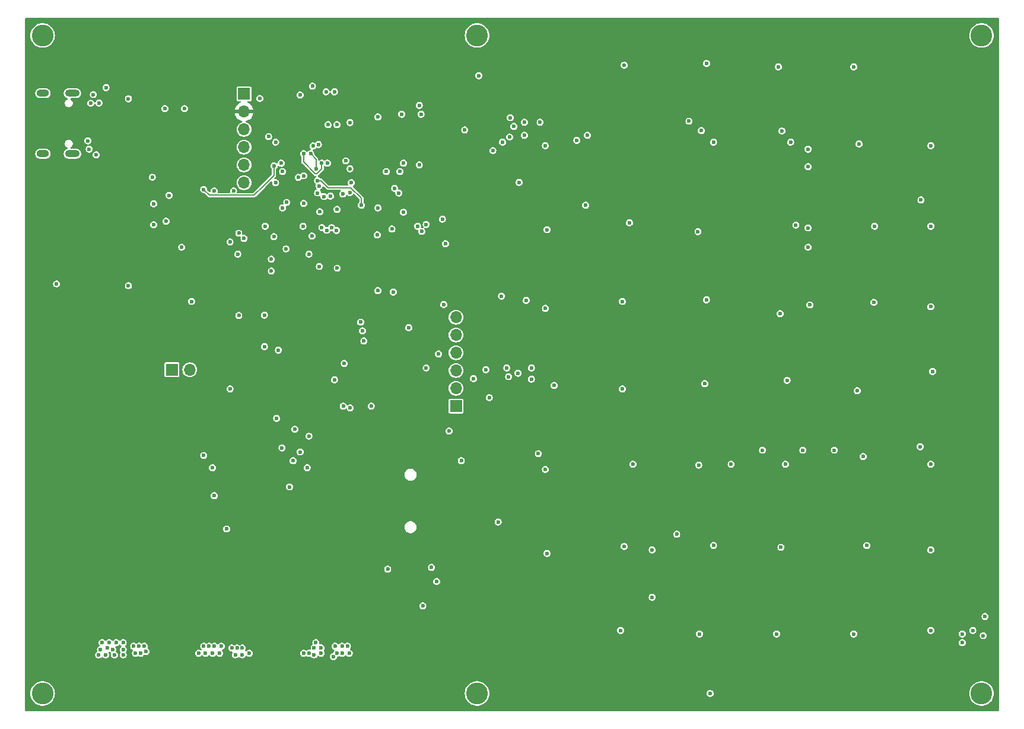
<source format=gbr>
%TF.GenerationSoftware,KiCad,Pcbnew,8.0.9-8.0.9-0~ubuntu22.04.1*%
%TF.CreationDate,2025-08-02T16:06:54-04:00*%
%TF.ProjectId,task-controller,7461736b-2d63-46f6-9e74-726f6c6c6572,rev?*%
%TF.SameCoordinates,Original*%
%TF.FileFunction,Copper,L3,Inr*%
%TF.FilePolarity,Positive*%
%FSLAX46Y46*%
G04 Gerber Fmt 4.6, Leading zero omitted, Abs format (unit mm)*
G04 Created by KiCad (PCBNEW 8.0.9-8.0.9-0~ubuntu22.04.1) date 2025-08-02 16:06:54*
%MOMM*%
%LPD*%
G01*
G04 APERTURE LIST*
%TA.AperFunction,ComponentPad*%
%ADD10R,1.700000X1.700000*%
%TD*%
%TA.AperFunction,ComponentPad*%
%ADD11O,1.700000X1.700000*%
%TD*%
%TA.AperFunction,ComponentPad*%
%ADD12C,3.100000*%
%TD*%
%TA.AperFunction,HeatsinkPad*%
%ADD13O,2.100000X1.000000*%
%TD*%
%TA.AperFunction,HeatsinkPad*%
%ADD14O,1.800000X1.000000*%
%TD*%
%TA.AperFunction,ViaPad*%
%ADD15C,0.600000*%
%TD*%
%TA.AperFunction,Conductor*%
%ADD16C,0.200000*%
%TD*%
G04 APERTURE END LIST*
D10*
%TO.N,/RTX_(NC)*%
%TO.C,J6*%
X62000000Y-55950000D03*
D11*
%TO.N,/UART_RX*%
X62000000Y-53410000D03*
%TO.N,/UART_TX*%
X62000000Y-50870000D03*
%TO.N,/VCC_(NC)*%
X62000000Y-48330000D03*
%TO.N,/CTS_(NC)*%
X62000000Y-45790000D03*
%TO.N,GND*%
X62000000Y-43250000D03*
%TD*%
D12*
%TO.N,GND*%
%TO.C,H3*%
X137000000Y-3000000D03*
%TD*%
D13*
%TO.N,GND*%
%TO.C,J1*%
X7250000Y-11250000D03*
D14*
X3050000Y-11250000D03*
D13*
X7250000Y-19890000D03*
D14*
X3050000Y-19890000D03*
%TD*%
D12*
%TO.N,GND*%
%TO.C,H5*%
X65000000Y-97000000D03*
%TD*%
%TO.N,GND*%
%TO.C,H6*%
X137000000Y-97000000D03*
%TD*%
D10*
%TO.N,/PHOTORESISTOR*%
%TO.C,J7*%
X21460000Y-50750000D03*
D11*
%TO.N,GND*%
X24000000Y-50750000D03*
%TD*%
D12*
%TO.N,GND*%
%TO.C,H4*%
X3000000Y-97000000D03*
%TD*%
%TO.N,GND*%
%TO.C,H1*%
X3000000Y-3000000D03*
%TD*%
%TO.N,GND*%
%TO.C,H2*%
X65000000Y-3000000D03*
%TD*%
D10*
%TO.N,/RESET*%
%TO.C,J8*%
X31750000Y-11340000D03*
D11*
%TO.N,+3V3*%
X31750000Y-13880000D03*
%TO.N,/SWDIO*%
X31750000Y-16420000D03*
%TO.N,/SWCLK*%
X31750000Y-18960000D03*
%TO.N,unconnected-(J8-Pin_5-Pad5)*%
X31750000Y-21500000D03*
%TO.N,GND*%
X31750000Y-24040000D03*
%TD*%
D15*
%TO.N,/Button Matrix/R5*%
X112500000Y-41500000D03*
X112250000Y-30500000D03*
X112250000Y-21750000D03*
X112250000Y-19250000D03*
X112250000Y-33250000D03*
%TO.N,/SPI_MISO*%
X26000000Y-25000000D03*
%TO.N,/Button Matrix/C2*%
X95250000Y-15250000D03*
X97000000Y-16600000D03*
%TO.N,/Button Matrix/C3*%
X108500000Y-16650000D03*
%TO.N,/Button Matrix/C1*%
X74000000Y-15400000D03*
X79250000Y-18000000D03*
%TO.N,/Button Matrix/R2*%
X71750000Y-15400000D03*
X71750000Y-17250000D03*
%TO.N,GND*%
X26000000Y-63000000D03*
X34650000Y-42950000D03*
X18850000Y-30050000D03*
X46850000Y-15450000D03*
X35250000Y-17450000D03*
X31500000Y-90500000D03*
X45050000Y-36250000D03*
X37750000Y-33500000D03*
X42450000Y-24500000D03*
X18850000Y-27050000D03*
X27500000Y-68750000D03*
X43750000Y-15750000D03*
X45750000Y-91250000D03*
X24250000Y-41000000D03*
X58500000Y-79000000D03*
X31000000Y-43000000D03*
X37250000Y-22450000D03*
X38250000Y-67500000D03*
X10650000Y-20050000D03*
X36650000Y-47950000D03*
X44750000Y-90250000D03*
X45750000Y-90250000D03*
X44650000Y-52200000D03*
X45000000Y-91250000D03*
X44650000Y-11050000D03*
X16000000Y-90250000D03*
X16250000Y-91250000D03*
X52250000Y-79250000D03*
X34650000Y-47450000D03*
X10250000Y-11450000D03*
X5000000Y-38500000D03*
X48400000Y-43950000D03*
X46850000Y-22050000D03*
X16750000Y-90250000D03*
X20450000Y-13450000D03*
X32500000Y-91250000D03*
X18650000Y-23250000D03*
X49900000Y-55950000D03*
X60050000Y-29250000D03*
X39750000Y-62500000D03*
X17500000Y-90250000D03*
X36400000Y-57700000D03*
X30500000Y-91500000D03*
X46750000Y-91250000D03*
X44500000Y-91750000D03*
X37850000Y-26850000D03*
X30000000Y-90500000D03*
X27250000Y-64750000D03*
X48650000Y-45200000D03*
X52850000Y-30650000D03*
X36250000Y-18250000D03*
X44250000Y-30450000D03*
X17000000Y-91250000D03*
X23250000Y-13450000D03*
X31500000Y-91500000D03*
X9650000Y-19250000D03*
X37250000Y-27650000D03*
X46850000Y-25450000D03*
X50850000Y-27650000D03*
X52050000Y-22450000D03*
X12050000Y-10450000D03*
X46500000Y-90250000D03*
X42850000Y-30450000D03*
X45000000Y-15750000D03*
X17750000Y-91000000D03*
X50850000Y-14650000D03*
X11050000Y-12650000D03*
X30750000Y-90500000D03*
X29250000Y-73500000D03*
X43450000Y-11050000D03*
%TO.N,/RESET*%
X42850000Y-21250000D03*
X39750000Y-11500000D03*
X40250000Y-19900000D03*
%TO.N,+1V1*%
X45015422Y-27850745D03*
X43650000Y-21250000D03*
X40150000Y-30250000D03*
X42556740Y-28191787D03*
%TO.N,+5V*%
X9874265Y-12674265D03*
X13250000Y-91500000D03*
X40750000Y-64750000D03*
X12250000Y-90500000D03*
X42000000Y-89750000D03*
X12000000Y-91500000D03*
X15250000Y-12050000D03*
X42750000Y-91250000D03*
X13000000Y-90750000D03*
X14500000Y-90750000D03*
X28250000Y-91250000D03*
X27500000Y-90250000D03*
X41000000Y-91250000D03*
X11000000Y-91500000D03*
X14500000Y-89750000D03*
X28500000Y-90250000D03*
X26250000Y-91250000D03*
X11250000Y-90750000D03*
X14500000Y-91500000D03*
X42750000Y-90500000D03*
X38750000Y-63750000D03*
X41750000Y-91500000D03*
X25250000Y-91250000D03*
X40250000Y-91250000D03*
X13500000Y-89750000D03*
X11500000Y-89750000D03*
X12500000Y-89750000D03*
X26750000Y-90250000D03*
X9450000Y-18050000D03*
X27250000Y-91250000D03*
X26000000Y-90250000D03*
X41750000Y-90500000D03*
%TO.N,/PHOTORESISTOR*%
X31000000Y-31250000D03*
X29750000Y-32500000D03*
%TO.N,/BUTTON*%
X15250000Y-38750000D03*
X34750000Y-30250000D03*
%TO.N,/SD_CS*%
X36250000Y-24050000D03*
X22850000Y-33250000D03*
%TO.N,/SPI_SCK*%
X30250000Y-25225000D03*
X27500000Y-25225000D03*
%TO.N,/SCL*%
X53250000Y-24850000D03*
X46050000Y-49850000D03*
X45900000Y-55950000D03*
X50850000Y-39450000D03*
%TO.N,/SDA*%
X46900000Y-56200000D03*
X53850000Y-25515642D03*
X48850000Y-46650000D03*
X53050000Y-39650000D03*
%TO.N,/SPI_MISO*%
X20622342Y-29533923D03*
X36026328Y-21635089D03*
%TO.N,/SPI_MOSI*%
X37050000Y-21250000D03*
X21050000Y-25850000D03*
%TO.N,/UART_TX*%
X60500000Y-32750000D03*
X60250000Y-41450000D03*
%TO.N,/UART_RX*%
X55250000Y-44750000D03*
X57750000Y-50500000D03*
X54500000Y-28250000D03*
%TO.N,Net-(U4-USB_DP)*%
X43550001Y-30837301D03*
X44069951Y-25950000D03*
%TO.N,Net-(U4-USB_DM)*%
X43156740Y-26012033D03*
X41450000Y-31650000D03*
%TO.N,Net-(U4-GPIO4)*%
X47050000Y-24050000D03*
X30850000Y-34250000D03*
%TO.N,/Button Matrix/C1*%
X96528765Y-31028765D03*
X108250000Y-42750000D03*
X69750000Y-14750000D03*
X129750000Y-64250000D03*
X119250000Y-53750000D03*
%TO.N,/Button Matrix/C2*%
X85500000Y-88000000D03*
X105750000Y-62250000D03*
X116000000Y-62250000D03*
X57000000Y-14250000D03*
X65250000Y-8750000D03*
X98750000Y-18250000D03*
X93500000Y-74250000D03*
X121625000Y-41125000D03*
X128250000Y-61750000D03*
X101250000Y-64250000D03*
X86000000Y-7250000D03*
X90000000Y-76500000D03*
X130000000Y-51000000D03*
X110500000Y-30100000D03*
X75000000Y-77000000D03*
X54250000Y-14250000D03*
X90000000Y-83250000D03*
X111500000Y-62250000D03*
X42362859Y-18590317D03*
%TO.N,/Button Matrix/C3*%
X109750000Y-18250000D03*
X97750000Y-7000000D03*
X74750000Y-65000000D03*
X41500000Y-10250000D03*
X129750000Y-41750000D03*
X98250000Y-97000000D03*
X73750000Y-62750000D03*
X56750000Y-13000000D03*
X41590606Y-18799185D03*
X96750000Y-88500000D03*
X86000000Y-76000000D03*
X121750000Y-30250000D03*
%TO.N,/Button Matrix/C4*%
X107750000Y-88500000D03*
X64500000Y-52035714D03*
X70850000Y-51250000D03*
X98750000Y-75850000D03*
X69500000Y-51750000D03*
X87250000Y-64250000D03*
X42039527Y-22031353D03*
X119500000Y-18500000D03*
X108000000Y-7500000D03*
X76000000Y-53000000D03*
X137500000Y-86000000D03*
X129750000Y-30250000D03*
X41250000Y-19900000D03*
%TO.N,/Button Matrix/C5*%
X72000000Y-40850000D03*
X118750000Y-7500000D03*
X118750000Y-88500000D03*
X129750000Y-18750000D03*
X74750000Y-42000000D03*
X41000000Y-34250000D03*
X85750000Y-53500000D03*
X128350000Y-26501472D03*
X42500000Y-36000000D03*
X40250000Y-23050000D03*
X108375000Y-76125000D03*
X96625000Y-64375000D03*
X40250000Y-27000000D03*
X80500000Y-27250000D03*
%TO.N,/Button Matrix/C6*%
X48500000Y-27250000D03*
X120625000Y-75875000D03*
X50750000Y-31500000D03*
X97500000Y-52750000D03*
X129750000Y-88000000D03*
X75000000Y-30750000D03*
X135750000Y-88000000D03*
X134250000Y-89750000D03*
X137250000Y-88750000D03*
X109000000Y-64250000D03*
X42243503Y-23727108D03*
X85750000Y-41000000D03*
X134250000Y-88500000D03*
%TO.N,/Button Matrix/C7*%
X39480329Y-23268198D03*
X54000000Y-22450000D03*
X120107842Y-63142158D03*
X71000000Y-24000000D03*
X129750000Y-76500000D03*
X57250000Y-84500000D03*
X109232842Y-52267158D03*
X59250000Y-81000000D03*
X74750000Y-18750000D03*
X97732842Y-40767158D03*
X86732842Y-29767158D03*
%TO.N,/Button Matrix/R2*%
X67250000Y-19450000D03*
X80750000Y-17250000D03*
%TO.N,/Button Matrix/R3*%
X68500000Y-40250000D03*
X68650000Y-18250000D03*
%TO.N,/Button Matrix/R4*%
X72750000Y-52100000D03*
X69250000Y-50500000D03*
X69650000Y-17500000D03*
X72750000Y-50500000D03*
%TO.N,+3V3*%
X18650000Y-29250000D03*
X67750000Y-23750000D03*
X40850000Y-27850000D03*
X65250000Y-54250000D03*
X64750000Y-41750000D03*
X55450000Y-36650000D03*
X19050000Y-35450000D03*
X38850000Y-26850000D03*
X68000000Y-61000000D03*
X40750000Y-17250000D03*
X21450000Y-10250000D03*
X38250000Y-66250000D03*
X45025735Y-18225735D03*
X38650000Y-23250000D03*
X50850000Y-42450000D03*
X48250000Y-35650000D03*
X18750000Y-38750000D03*
X48750000Y-51750000D03*
X47050000Y-37250000D03*
X51850000Y-42650000D03*
X49250000Y-26850000D03*
X18750000Y-63250000D03*
X66500000Y-12750000D03*
X21650000Y-35450000D03*
X21050000Y-26650000D03*
X10750000Y-40250000D03*
X67500000Y-10750000D03*
X51250000Y-51250000D03*
X23850000Y-25050000D03*
X50829636Y-21665518D03*
X22250000Y-28850000D03*
X39650000Y-27650000D03*
X47000000Y-43250000D03*
X22050000Y-24250000D03*
X137250000Y-91750000D03*
X45050000Y-28650000D03*
%TO.N,/Button Matrix/R5*%
X70250000Y-16000000D03*
%TO.N,/Button Matrix/R6*%
X66250000Y-50750000D03*
X66750000Y-54750000D03*
X68000000Y-72500000D03*
X63250000Y-16500000D03*
%TO.N,/Button Matrix/R7*%
X61000000Y-59500000D03*
X59500000Y-48500000D03*
X54500000Y-21250000D03*
X46268601Y-20924354D03*
X62750000Y-63750000D03*
X56750000Y-21500000D03*
%TO.N,/RGB_3*%
X57750000Y-30000000D03*
X41000000Y-60250000D03*
%TO.N,/RGB_2*%
X57100000Y-31000000D03*
X37174265Y-61924265D03*
%TO.N,/RGB_1*%
X39000000Y-59250000D03*
X56500000Y-30250000D03*
%TO.N,Net-(U3-IO3)*%
X44950000Y-30850000D03*
X45850000Y-25650000D03*
%TO.N,/RTC_INT*%
X35650000Y-36654800D03*
X35650000Y-34950000D03*
X36000000Y-31750000D03*
X42250000Y-25500000D03*
%TO.N,/BRIGHTNESS_POT*%
X31750000Y-32000000D03*
X29750000Y-53500000D03*
%TO.N,/SWCLK*%
X34000000Y-12000000D03*
%TD*%
D16*
%TO.N,/SPI_MISO*%
X26825000Y-25825000D02*
X26000000Y-25000000D01*
X33175000Y-25825000D02*
X26825000Y-25825000D01*
X34500000Y-24500000D02*
X33175000Y-25825000D01*
X36026328Y-21635089D02*
X36026328Y-22973672D01*
X36026328Y-22973672D02*
X34500000Y-24500000D01*
%TO.N,/RESET*%
X42169409Y-22750000D02*
X41909645Y-22750000D01*
X41909645Y-22750000D02*
X40250000Y-21090355D01*
X40250000Y-21090355D02*
X40250000Y-19900000D01*
X42850000Y-22069409D02*
X42169409Y-22750000D01*
X42850000Y-21250000D02*
X42850000Y-22069409D01*
%TO.N,/Button Matrix/C4*%
X42039527Y-22031353D02*
X42039527Y-20689527D01*
X42039527Y-20689527D02*
X41250000Y-19900000D01*
%TO.N,/Button Matrix/C6*%
X43718480Y-24750000D02*
X42695588Y-23727108D01*
X42695588Y-23727108D02*
X42243503Y-23727108D01*
X48500000Y-27250000D02*
X48500000Y-26251471D01*
X48500000Y-26251471D02*
X46998529Y-24750000D01*
X46998529Y-24750000D02*
X43718480Y-24750000D01*
%TD*%
%TA.AperFunction,Conductor*%
%TO.N,+3V3*%
G36*
X139442539Y-520185D02*
G01*
X139488294Y-572989D01*
X139499500Y-624500D01*
X139499500Y-99375500D01*
X139479815Y-99442539D01*
X139427011Y-99488294D01*
X139375500Y-99499500D01*
X624500Y-99499500D01*
X557461Y-99479815D01*
X511706Y-99427011D01*
X500500Y-99375500D01*
X500500Y-96999995D01*
X1244592Y-96999995D01*
X1244592Y-97000004D01*
X1264196Y-97261620D01*
X1264197Y-97261625D01*
X1322576Y-97517402D01*
X1322578Y-97517411D01*
X1322580Y-97517416D01*
X1418432Y-97761643D01*
X1549614Y-97988857D01*
X1681736Y-98154533D01*
X1713198Y-98193985D01*
X1894753Y-98362441D01*
X1905521Y-98372433D01*
X2122296Y-98520228D01*
X2122301Y-98520230D01*
X2122302Y-98520231D01*
X2122303Y-98520232D01*
X2247843Y-98580688D01*
X2358673Y-98634061D01*
X2358674Y-98634061D01*
X2358677Y-98634063D01*
X2609385Y-98711396D01*
X2868818Y-98750500D01*
X3131182Y-98750500D01*
X3390615Y-98711396D01*
X3641323Y-98634063D01*
X3877704Y-98520228D01*
X4094479Y-98372433D01*
X4286805Y-98193981D01*
X4450386Y-97988857D01*
X4581568Y-97761643D01*
X4677420Y-97517416D01*
X4735802Y-97261630D01*
X4755408Y-97000000D01*
X4755408Y-96999995D01*
X63244592Y-96999995D01*
X63244592Y-97000004D01*
X63264196Y-97261620D01*
X63264197Y-97261625D01*
X63322576Y-97517402D01*
X63322578Y-97517411D01*
X63322580Y-97517416D01*
X63418432Y-97761643D01*
X63549614Y-97988857D01*
X63681736Y-98154533D01*
X63713198Y-98193985D01*
X63894753Y-98362441D01*
X63905521Y-98372433D01*
X64122296Y-98520228D01*
X64122301Y-98520230D01*
X64122302Y-98520231D01*
X64122303Y-98520232D01*
X64247843Y-98580688D01*
X64358673Y-98634061D01*
X64358674Y-98634061D01*
X64358677Y-98634063D01*
X64609385Y-98711396D01*
X64868818Y-98750500D01*
X65131182Y-98750500D01*
X65390615Y-98711396D01*
X65641323Y-98634063D01*
X65877704Y-98520228D01*
X66094479Y-98372433D01*
X66286805Y-98193981D01*
X66450386Y-97988857D01*
X66581568Y-97761643D01*
X66677420Y-97517416D01*
X66735802Y-97261630D01*
X66755408Y-97000000D01*
X97744353Y-97000000D01*
X97764834Y-97142456D01*
X97819258Y-97261625D01*
X97824623Y-97273373D01*
X97918872Y-97382143D01*
X98039947Y-97459953D01*
X98039950Y-97459954D01*
X98039949Y-97459954D01*
X98178036Y-97500499D01*
X98178038Y-97500500D01*
X98178039Y-97500500D01*
X98321962Y-97500500D01*
X98321962Y-97500499D01*
X98460053Y-97459953D01*
X98581128Y-97382143D01*
X98675377Y-97273373D01*
X98735165Y-97142457D01*
X98755647Y-97000000D01*
X98755646Y-96999995D01*
X135244592Y-96999995D01*
X135244592Y-97000004D01*
X135264196Y-97261620D01*
X135264197Y-97261625D01*
X135322576Y-97517402D01*
X135322578Y-97517411D01*
X135322580Y-97517416D01*
X135418432Y-97761643D01*
X135549614Y-97988857D01*
X135681736Y-98154533D01*
X135713198Y-98193985D01*
X135894753Y-98362441D01*
X135905521Y-98372433D01*
X136122296Y-98520228D01*
X136122301Y-98520230D01*
X136122302Y-98520231D01*
X136122303Y-98520232D01*
X136247843Y-98580688D01*
X136358673Y-98634061D01*
X136358674Y-98634061D01*
X136358677Y-98634063D01*
X136609385Y-98711396D01*
X136868818Y-98750500D01*
X137131182Y-98750500D01*
X137390615Y-98711396D01*
X137641323Y-98634063D01*
X137877704Y-98520228D01*
X138094479Y-98372433D01*
X138286805Y-98193981D01*
X138450386Y-97988857D01*
X138581568Y-97761643D01*
X138677420Y-97517416D01*
X138735802Y-97261630D01*
X138755408Y-97000000D01*
X138735802Y-96738370D01*
X138677420Y-96482584D01*
X138581568Y-96238357D01*
X138450386Y-96011143D01*
X138286805Y-95806019D01*
X138286804Y-95806018D01*
X138286801Y-95806014D01*
X138094479Y-95627567D01*
X137877704Y-95479772D01*
X137877700Y-95479770D01*
X137877697Y-95479768D01*
X137877696Y-95479767D01*
X137641325Y-95365938D01*
X137641327Y-95365938D01*
X137390623Y-95288606D01*
X137390619Y-95288605D01*
X137390615Y-95288604D01*
X137265823Y-95269794D01*
X137131187Y-95249500D01*
X137131182Y-95249500D01*
X136868818Y-95249500D01*
X136868812Y-95249500D01*
X136707247Y-95273853D01*
X136609385Y-95288604D01*
X136609382Y-95288605D01*
X136609376Y-95288606D01*
X136358673Y-95365938D01*
X136122303Y-95479767D01*
X136122302Y-95479768D01*
X135905520Y-95627567D01*
X135713198Y-95806014D01*
X135549614Y-96011143D01*
X135418432Y-96238356D01*
X135322582Y-96482578D01*
X135322576Y-96482597D01*
X135264197Y-96738374D01*
X135264196Y-96738379D01*
X135244592Y-96999995D01*
X98755646Y-96999995D01*
X98735165Y-96857543D01*
X98675377Y-96726627D01*
X98581128Y-96617857D01*
X98460053Y-96540047D01*
X98460051Y-96540046D01*
X98460049Y-96540045D01*
X98460050Y-96540045D01*
X98321963Y-96499500D01*
X98321961Y-96499500D01*
X98178039Y-96499500D01*
X98178036Y-96499500D01*
X98039949Y-96540045D01*
X97918873Y-96617856D01*
X97824623Y-96726626D01*
X97824622Y-96726628D01*
X97764834Y-96857543D01*
X97744353Y-97000000D01*
X66755408Y-97000000D01*
X66735802Y-96738370D01*
X66677420Y-96482584D01*
X66581568Y-96238357D01*
X66450386Y-96011143D01*
X66286805Y-95806019D01*
X66286804Y-95806018D01*
X66286801Y-95806014D01*
X66094479Y-95627567D01*
X65877704Y-95479772D01*
X65877700Y-95479770D01*
X65877697Y-95479768D01*
X65877696Y-95479767D01*
X65641325Y-95365938D01*
X65641327Y-95365938D01*
X65390623Y-95288606D01*
X65390619Y-95288605D01*
X65390615Y-95288604D01*
X65265823Y-95269794D01*
X65131187Y-95249500D01*
X65131182Y-95249500D01*
X64868818Y-95249500D01*
X64868812Y-95249500D01*
X64707247Y-95273853D01*
X64609385Y-95288604D01*
X64609382Y-95288605D01*
X64609376Y-95288606D01*
X64358673Y-95365938D01*
X64122303Y-95479767D01*
X64122302Y-95479768D01*
X63905520Y-95627567D01*
X63713198Y-95806014D01*
X63549614Y-96011143D01*
X63418432Y-96238356D01*
X63322582Y-96482578D01*
X63322576Y-96482597D01*
X63264197Y-96738374D01*
X63264196Y-96738379D01*
X63244592Y-96999995D01*
X4755408Y-96999995D01*
X4735802Y-96738370D01*
X4677420Y-96482584D01*
X4581568Y-96238357D01*
X4450386Y-96011143D01*
X4286805Y-95806019D01*
X4286804Y-95806018D01*
X4286801Y-95806014D01*
X4094479Y-95627567D01*
X3877704Y-95479772D01*
X3877700Y-95479770D01*
X3877697Y-95479768D01*
X3877696Y-95479767D01*
X3641325Y-95365938D01*
X3641327Y-95365938D01*
X3390623Y-95288606D01*
X3390619Y-95288605D01*
X3390615Y-95288604D01*
X3265823Y-95269794D01*
X3131187Y-95249500D01*
X3131182Y-95249500D01*
X2868818Y-95249500D01*
X2868812Y-95249500D01*
X2707247Y-95273853D01*
X2609385Y-95288604D01*
X2609382Y-95288605D01*
X2609376Y-95288606D01*
X2358673Y-95365938D01*
X2122303Y-95479767D01*
X2122302Y-95479768D01*
X1905520Y-95627567D01*
X1713198Y-95806014D01*
X1549614Y-96011143D01*
X1418432Y-96238356D01*
X1322582Y-96482578D01*
X1322576Y-96482597D01*
X1264197Y-96738374D01*
X1264196Y-96738379D01*
X1244592Y-96999995D01*
X500500Y-96999995D01*
X500500Y-91500000D01*
X10494353Y-91500000D01*
X10514834Y-91642456D01*
X10545660Y-91709954D01*
X10574623Y-91773373D01*
X10668872Y-91882143D01*
X10789947Y-91959953D01*
X10789950Y-91959954D01*
X10789949Y-91959954D01*
X10928036Y-92000499D01*
X10928038Y-92000500D01*
X10928039Y-92000500D01*
X11071962Y-92000500D01*
X11071962Y-92000499D01*
X11210053Y-91959953D01*
X11331128Y-91882143D01*
X11406287Y-91795403D01*
X11465064Y-91757629D01*
X11534934Y-91757629D01*
X11593711Y-91795402D01*
X11668872Y-91882143D01*
X11789947Y-91959953D01*
X11789950Y-91959954D01*
X11789949Y-91959954D01*
X11928036Y-92000499D01*
X11928038Y-92000500D01*
X11928039Y-92000500D01*
X12071962Y-92000500D01*
X12071962Y-92000499D01*
X12210053Y-91959953D01*
X12331128Y-91882143D01*
X12425377Y-91773373D01*
X12485165Y-91642457D01*
X12502262Y-91523542D01*
X12513014Y-91499999D01*
X12502262Y-91476456D01*
X12485165Y-91357543D01*
X12421693Y-91218560D01*
X12424387Y-91217329D01*
X12408892Y-91164587D01*
X12428566Y-91097544D01*
X12481363Y-91051781D01*
X12550520Y-91041826D01*
X12614080Y-91070841D01*
X12626605Y-91083364D01*
X12656491Y-91117855D01*
X12668873Y-91132144D01*
X12668874Y-91132145D01*
X12706967Y-91156625D01*
X12732250Y-91172874D01*
X12778006Y-91225676D01*
X12787950Y-91294835D01*
X12778007Y-91328699D01*
X12764834Y-91357543D01*
X12747738Y-91476456D01*
X12736986Y-91499999D01*
X12747738Y-91523543D01*
X12764834Y-91642456D01*
X12795660Y-91709954D01*
X12824623Y-91773373D01*
X12918872Y-91882143D01*
X13039947Y-91959953D01*
X13039950Y-91959954D01*
X13039949Y-91959954D01*
X13178036Y-92000499D01*
X13178038Y-92000500D01*
X13178039Y-92000500D01*
X13321962Y-92000500D01*
X13321962Y-92000499D01*
X13460053Y-91959953D01*
X13581128Y-91882143D01*
X13675377Y-91773373D01*
X13735165Y-91642457D01*
X13752262Y-91523542D01*
X13763014Y-91499999D01*
X13752262Y-91476456D01*
X13735165Y-91357543D01*
X13696725Y-91273373D01*
X13675377Y-91226627D01*
X13581128Y-91117857D01*
X13581125Y-91117855D01*
X13581126Y-91117855D01*
X13517747Y-91077124D01*
X13471993Y-91024320D01*
X13462049Y-90955162D01*
X13471992Y-90921301D01*
X13485165Y-90892457D01*
X13505647Y-90750000D01*
X13485165Y-90607543D01*
X13425377Y-90476627D01*
X13407245Y-90455702D01*
X13378221Y-90392147D01*
X13388165Y-90322989D01*
X13433919Y-90270185D01*
X13500959Y-90250500D01*
X13571962Y-90250500D01*
X13571962Y-90250499D01*
X13710053Y-90209953D01*
X13831128Y-90132143D01*
X13906287Y-90045403D01*
X13965064Y-90007629D01*
X14034934Y-90007629D01*
X14093711Y-90045402D01*
X14168872Y-90132143D01*
X14176324Y-90136932D01*
X14189943Y-90145685D01*
X14235698Y-90198489D01*
X14245641Y-90267648D01*
X14216615Y-90331203D01*
X14189943Y-90354315D01*
X14168874Y-90367855D01*
X14074623Y-90476626D01*
X14074622Y-90476628D01*
X14014834Y-90607543D01*
X13994353Y-90750000D01*
X14014834Y-90892456D01*
X14074622Y-91023371D01*
X14074625Y-91023377D01*
X14092321Y-91043799D01*
X14121345Y-91107355D01*
X14111401Y-91176513D01*
X14092321Y-91206201D01*
X14074625Y-91226622D01*
X14074622Y-91226628D01*
X14014834Y-91357543D01*
X13997738Y-91476456D01*
X13986986Y-91499999D01*
X13997738Y-91523543D01*
X14014834Y-91642456D01*
X14045660Y-91709954D01*
X14074623Y-91773373D01*
X14168872Y-91882143D01*
X14289947Y-91959953D01*
X14289950Y-91959954D01*
X14289949Y-91959954D01*
X14428036Y-92000499D01*
X14428038Y-92000500D01*
X14428039Y-92000500D01*
X14571962Y-92000500D01*
X14571962Y-92000499D01*
X14710053Y-91959953D01*
X14831128Y-91882143D01*
X14925377Y-91773373D01*
X14985165Y-91642457D01*
X15005647Y-91500000D01*
X14985165Y-91357543D01*
X14925377Y-91226627D01*
X14925375Y-91226625D01*
X14925374Y-91226622D01*
X14907680Y-91206203D01*
X14878654Y-91142648D01*
X14888597Y-91073489D01*
X14907680Y-91043797D01*
X14925374Y-91023377D01*
X14925374Y-91023375D01*
X14925377Y-91023373D01*
X14985165Y-90892457D01*
X15005647Y-90750000D01*
X14985165Y-90607543D01*
X14925377Y-90476627D01*
X14831128Y-90367857D01*
X14831125Y-90367855D01*
X14831125Y-90367854D01*
X14810058Y-90354316D01*
X14764302Y-90301513D01*
X14756895Y-90250000D01*
X15494353Y-90250000D01*
X15514834Y-90392456D01*
X15553275Y-90476628D01*
X15574623Y-90523373D01*
X15668872Y-90632143D01*
X15789947Y-90709953D01*
X15789950Y-90709954D01*
X15789949Y-90709954D01*
X15816663Y-90717798D01*
X15875441Y-90755572D01*
X15904467Y-90819127D01*
X15894524Y-90888286D01*
X15875443Y-90917977D01*
X15824623Y-90976627D01*
X15824622Y-90976628D01*
X15764834Y-91107543D01*
X15744353Y-91250000D01*
X15764834Y-91392456D01*
X15803275Y-91476628D01*
X15824623Y-91523373D01*
X15918872Y-91632143D01*
X16039947Y-91709953D01*
X16039950Y-91709954D01*
X16039949Y-91709954D01*
X16147107Y-91741417D01*
X16176336Y-91750000D01*
X16178036Y-91750499D01*
X16178038Y-91750500D01*
X16178039Y-91750500D01*
X16321962Y-91750500D01*
X16321962Y-91750499D01*
X16460053Y-91709953D01*
X16557960Y-91647031D01*
X16625000Y-91627347D01*
X16692039Y-91647032D01*
X16692040Y-91647032D01*
X16789947Y-91709953D01*
X16789948Y-91709953D01*
X16789949Y-91709954D01*
X16897107Y-91741417D01*
X16926336Y-91750000D01*
X16928036Y-91750499D01*
X16928038Y-91750500D01*
X16928039Y-91750500D01*
X17071962Y-91750500D01*
X17071962Y-91750499D01*
X17210053Y-91709953D01*
X17331128Y-91632143D01*
X17425377Y-91523373D01*
X17425382Y-91523359D01*
X17427658Y-91519821D01*
X17430857Y-91517048D01*
X17431185Y-91516670D01*
X17431239Y-91516717D01*
X17480457Y-91474060D01*
X17549615Y-91464109D01*
X17566915Y-91467872D01*
X17658894Y-91494878D01*
X17676336Y-91500000D01*
X17678036Y-91500499D01*
X17678038Y-91500500D01*
X17678039Y-91500500D01*
X17821962Y-91500500D01*
X17821962Y-91500499D01*
X17960053Y-91459953D01*
X18081128Y-91382143D01*
X18175377Y-91273373D01*
X18186051Y-91250000D01*
X24744353Y-91250000D01*
X24764834Y-91392456D01*
X24803275Y-91476628D01*
X24824623Y-91523373D01*
X24918872Y-91632143D01*
X25039947Y-91709953D01*
X25039950Y-91709954D01*
X25039949Y-91709954D01*
X25147107Y-91741417D01*
X25176336Y-91750000D01*
X25178036Y-91750499D01*
X25178038Y-91750500D01*
X25178039Y-91750500D01*
X25321962Y-91750500D01*
X25321962Y-91750499D01*
X25460053Y-91709953D01*
X25581128Y-91632143D01*
X25656287Y-91545403D01*
X25715064Y-91507629D01*
X25784934Y-91507629D01*
X25843712Y-91545403D01*
X25843713Y-91545404D01*
X25907386Y-91618888D01*
X25918872Y-91632143D01*
X26039947Y-91709953D01*
X26039950Y-91709954D01*
X26039949Y-91709954D01*
X26147107Y-91741417D01*
X26176336Y-91750000D01*
X26178036Y-91750499D01*
X26178038Y-91750500D01*
X26178039Y-91750500D01*
X26321962Y-91750500D01*
X26321962Y-91750499D01*
X26460053Y-91709953D01*
X26581128Y-91632143D01*
X26656287Y-91545403D01*
X26715064Y-91507629D01*
X26784934Y-91507629D01*
X26843712Y-91545403D01*
X26843713Y-91545404D01*
X26907386Y-91618888D01*
X26918872Y-91632143D01*
X27039947Y-91709953D01*
X27039950Y-91709954D01*
X27039949Y-91709954D01*
X27147107Y-91741417D01*
X27176336Y-91750000D01*
X27178036Y-91750499D01*
X27178038Y-91750500D01*
X27178039Y-91750500D01*
X27321962Y-91750500D01*
X27321962Y-91750499D01*
X27460053Y-91709953D01*
X27581128Y-91632143D01*
X27656287Y-91545403D01*
X27715064Y-91507629D01*
X27784934Y-91507629D01*
X27843712Y-91545403D01*
X27843713Y-91545404D01*
X27907386Y-91618888D01*
X27918872Y-91632143D01*
X28039947Y-91709953D01*
X28039950Y-91709954D01*
X28039949Y-91709954D01*
X28147107Y-91741417D01*
X28176336Y-91750000D01*
X28178036Y-91750499D01*
X28178038Y-91750500D01*
X28178039Y-91750500D01*
X28321962Y-91750500D01*
X28321962Y-91750499D01*
X28460053Y-91709953D01*
X28581128Y-91632143D01*
X28675377Y-91523373D01*
X28735165Y-91392457D01*
X28755647Y-91250000D01*
X28735165Y-91107543D01*
X28675377Y-90976627D01*
X28624556Y-90917976D01*
X28595532Y-90854422D01*
X28605476Y-90785264D01*
X28651230Y-90732460D01*
X28683334Y-90717798D01*
X28710053Y-90709953D01*
X28831128Y-90632143D01*
X28925377Y-90523373D01*
X28936051Y-90500000D01*
X29494353Y-90500000D01*
X29514834Y-90642456D01*
X29561403Y-90744426D01*
X29574623Y-90773373D01*
X29668872Y-90882143D01*
X29789947Y-90959953D01*
X29789950Y-90959954D01*
X29789949Y-90959954D01*
X29846737Y-90976628D01*
X29926336Y-91000000D01*
X29928036Y-91000499D01*
X29928038Y-91000500D01*
X29999041Y-91000500D01*
X30066080Y-91020185D01*
X30111835Y-91072989D01*
X30121779Y-91142147D01*
X30092754Y-91205702D01*
X30089071Y-91209953D01*
X30074623Y-91226627D01*
X30074622Y-91226628D01*
X30014834Y-91357543D01*
X29994353Y-91500000D01*
X30014834Y-91642456D01*
X30045660Y-91709954D01*
X30074623Y-91773373D01*
X30168872Y-91882143D01*
X30289947Y-91959953D01*
X30289950Y-91959954D01*
X30289949Y-91959954D01*
X30428036Y-92000499D01*
X30428038Y-92000500D01*
X30428039Y-92000500D01*
X30571962Y-92000500D01*
X30571962Y-92000499D01*
X30710053Y-91959953D01*
X30831128Y-91882143D01*
X30906287Y-91795403D01*
X30965064Y-91757629D01*
X31034934Y-91757629D01*
X31093711Y-91795402D01*
X31168872Y-91882143D01*
X31289947Y-91959953D01*
X31289950Y-91959954D01*
X31289949Y-91959954D01*
X31428036Y-92000499D01*
X31428038Y-92000500D01*
X31428039Y-92000500D01*
X31571962Y-92000500D01*
X31571962Y-92000499D01*
X31710053Y-91959953D01*
X31831128Y-91882143D01*
X31925377Y-91773373D01*
X31971814Y-91671690D01*
X32017569Y-91618887D01*
X32084608Y-91599203D01*
X32151648Y-91618888D01*
X32165813Y-91629492D01*
X32168870Y-91632141D01*
X32168872Y-91632143D01*
X32289947Y-91709953D01*
X32289950Y-91709954D01*
X32289949Y-91709954D01*
X32397107Y-91741417D01*
X32426336Y-91750000D01*
X32428036Y-91750499D01*
X32428038Y-91750500D01*
X32428039Y-91750500D01*
X32571962Y-91750500D01*
X32571962Y-91750499D01*
X32710053Y-91709953D01*
X32831128Y-91632143D01*
X32925377Y-91523373D01*
X32985165Y-91392457D01*
X33005647Y-91250000D01*
X39744353Y-91250000D01*
X39764834Y-91392456D01*
X39803275Y-91476628D01*
X39824623Y-91523373D01*
X39918872Y-91632143D01*
X40039947Y-91709953D01*
X40039950Y-91709954D01*
X40039949Y-91709954D01*
X40147107Y-91741417D01*
X40176336Y-91750000D01*
X40178036Y-91750499D01*
X40178038Y-91750500D01*
X40178039Y-91750500D01*
X40321962Y-91750500D01*
X40321962Y-91750499D01*
X40460053Y-91709953D01*
X40557960Y-91647031D01*
X40625000Y-91627347D01*
X40692039Y-91647032D01*
X40692040Y-91647032D01*
X40789947Y-91709953D01*
X40789948Y-91709953D01*
X40789949Y-91709954D01*
X40897107Y-91741417D01*
X40926336Y-91750000D01*
X40928036Y-91750499D01*
X40928038Y-91750500D01*
X40928039Y-91750500D01*
X41071961Y-91750500D01*
X41183083Y-91717872D01*
X41252952Y-91717872D01*
X41311730Y-91755646D01*
X41322331Y-91769807D01*
X41324621Y-91773371D01*
X41324623Y-91773373D01*
X41418872Y-91882143D01*
X41539947Y-91959953D01*
X41539950Y-91959954D01*
X41539949Y-91959954D01*
X41678036Y-92000499D01*
X41678038Y-92000500D01*
X41678039Y-92000500D01*
X41821962Y-92000500D01*
X41821962Y-92000499D01*
X41960053Y-91959953D01*
X42081128Y-91882143D01*
X42175377Y-91773373D01*
X42221814Y-91671690D01*
X42267569Y-91618887D01*
X42334608Y-91599203D01*
X42401648Y-91618888D01*
X42415813Y-91629492D01*
X42418870Y-91632141D01*
X42418872Y-91632143D01*
X42539947Y-91709953D01*
X42539950Y-91709954D01*
X42539949Y-91709954D01*
X42647107Y-91741417D01*
X42676336Y-91750000D01*
X42678036Y-91750499D01*
X42678038Y-91750500D01*
X42678039Y-91750500D01*
X42821962Y-91750500D01*
X42821962Y-91750499D01*
X42823661Y-91750000D01*
X43994353Y-91750000D01*
X44014834Y-91892456D01*
X44045660Y-91959954D01*
X44074623Y-92023373D01*
X44168872Y-92132143D01*
X44289947Y-92209953D01*
X44289950Y-92209954D01*
X44289949Y-92209954D01*
X44428036Y-92250499D01*
X44428038Y-92250500D01*
X44428039Y-92250500D01*
X44571962Y-92250500D01*
X44571962Y-92250499D01*
X44710053Y-92209953D01*
X44831128Y-92132143D01*
X44925377Y-92023373D01*
X44985165Y-91892457D01*
X44991308Y-91849731D01*
X45020333Y-91786175D01*
X45079107Y-91748401D01*
X45134359Y-91732178D01*
X45210051Y-91709954D01*
X45210051Y-91709953D01*
X45210053Y-91709953D01*
X45307960Y-91647031D01*
X45375000Y-91627347D01*
X45442039Y-91647032D01*
X45442040Y-91647032D01*
X45539947Y-91709953D01*
X45539948Y-91709953D01*
X45539949Y-91709954D01*
X45647107Y-91741417D01*
X45676336Y-91750000D01*
X45678036Y-91750499D01*
X45678038Y-91750500D01*
X45678039Y-91750500D01*
X45821962Y-91750500D01*
X45821962Y-91750499D01*
X45960053Y-91709953D01*
X46081128Y-91632143D01*
X46156287Y-91545403D01*
X46215064Y-91507629D01*
X46284934Y-91507629D01*
X46343712Y-91545403D01*
X46343713Y-91545404D01*
X46407386Y-91618888D01*
X46418872Y-91632143D01*
X46539947Y-91709953D01*
X46539950Y-91709954D01*
X46539949Y-91709954D01*
X46647107Y-91741417D01*
X46676336Y-91750000D01*
X46678036Y-91750499D01*
X46678038Y-91750500D01*
X46678039Y-91750500D01*
X46821962Y-91750500D01*
X46821962Y-91750499D01*
X46960053Y-91709953D01*
X47081128Y-91632143D01*
X47175377Y-91523373D01*
X47235165Y-91392457D01*
X47255647Y-91250000D01*
X47235165Y-91107543D01*
X47175377Y-90976627D01*
X47081128Y-90867857D01*
X46960053Y-90790047D01*
X46960052Y-90790046D01*
X46960051Y-90790046D01*
X46933334Y-90782201D01*
X46874556Y-90744426D01*
X46845532Y-90680870D01*
X46855476Y-90611711D01*
X46874553Y-90582026D01*
X46925377Y-90523373D01*
X46985165Y-90392457D01*
X47005647Y-90250000D01*
X46985165Y-90107543D01*
X46925377Y-89976627D01*
X46831128Y-89867857D01*
X46710053Y-89790047D01*
X46710051Y-89790046D01*
X46710049Y-89790045D01*
X46710050Y-89790045D01*
X46573666Y-89750000D01*
X133744353Y-89750000D01*
X133764834Y-89892456D01*
X133803275Y-89976628D01*
X133824623Y-90023373D01*
X133918872Y-90132143D01*
X134039947Y-90209953D01*
X134039950Y-90209954D01*
X134039949Y-90209954D01*
X134147107Y-90241417D01*
X134176336Y-90250000D01*
X134178036Y-90250499D01*
X134178038Y-90250500D01*
X134178039Y-90250500D01*
X134321962Y-90250500D01*
X134321962Y-90250499D01*
X134460053Y-90209953D01*
X134581128Y-90132143D01*
X134675377Y-90023373D01*
X134735165Y-89892457D01*
X134755647Y-89750000D01*
X134735165Y-89607543D01*
X134675377Y-89476627D01*
X134581128Y-89367857D01*
X134460053Y-89290047D01*
X134460051Y-89290046D01*
X134460049Y-89290045D01*
X134460050Y-89290045D01*
X134321963Y-89249500D01*
X134321961Y-89249500D01*
X134178039Y-89249500D01*
X134178036Y-89249500D01*
X134039949Y-89290045D01*
X133918873Y-89367856D01*
X133824623Y-89476626D01*
X133824622Y-89476628D01*
X133764834Y-89607543D01*
X133744353Y-89750000D01*
X46573666Y-89750000D01*
X46571963Y-89749500D01*
X46571961Y-89749500D01*
X46428039Y-89749500D01*
X46428036Y-89749500D01*
X46289949Y-89790045D01*
X46192039Y-89852968D01*
X46124999Y-89872652D01*
X46057961Y-89852968D01*
X45960050Y-89790045D01*
X45821963Y-89749500D01*
X45821961Y-89749500D01*
X45678039Y-89749500D01*
X45678036Y-89749500D01*
X45539949Y-89790045D01*
X45418873Y-89867856D01*
X45418872Y-89867856D01*
X45418872Y-89867857D01*
X45372567Y-89921297D01*
X45343713Y-89954596D01*
X45284935Y-89992370D01*
X45215065Y-89992370D01*
X45156287Y-89954596D01*
X45081128Y-89867857D01*
X44960053Y-89790047D01*
X44960051Y-89790046D01*
X44960049Y-89790045D01*
X44960050Y-89790045D01*
X44821963Y-89749500D01*
X44821961Y-89749500D01*
X44678039Y-89749500D01*
X44678036Y-89749500D01*
X44539949Y-89790045D01*
X44418873Y-89867856D01*
X44324623Y-89976626D01*
X44324622Y-89976628D01*
X44264834Y-90107543D01*
X44244353Y-90250000D01*
X44264834Y-90392456D01*
X44303275Y-90476628D01*
X44324623Y-90523373D01*
X44418872Y-90632143D01*
X44539947Y-90709953D01*
X44539950Y-90709954D01*
X44539949Y-90709954D01*
X44566663Y-90717798D01*
X44625441Y-90755572D01*
X44654467Y-90819127D01*
X44644524Y-90888286D01*
X44625443Y-90917977D01*
X44574623Y-90976627D01*
X44574622Y-90976628D01*
X44514835Y-91107543D01*
X44508691Y-91150271D01*
X44479665Y-91213826D01*
X44420888Y-91251599D01*
X44289948Y-91290045D01*
X44168873Y-91367856D01*
X44074623Y-91476626D01*
X44074622Y-91476628D01*
X44014834Y-91607543D01*
X43994353Y-91750000D01*
X42823661Y-91750000D01*
X42960053Y-91709953D01*
X43081128Y-91632143D01*
X43175377Y-91523373D01*
X43235165Y-91392457D01*
X43255647Y-91250000D01*
X43235165Y-91107543D01*
X43175377Y-90976627D01*
X43175375Y-90976625D01*
X43175374Y-90976622D01*
X43157680Y-90956203D01*
X43128654Y-90892648D01*
X43138597Y-90823489D01*
X43157680Y-90793797D01*
X43175374Y-90773377D01*
X43175374Y-90773375D01*
X43175377Y-90773373D01*
X43235165Y-90642457D01*
X43255647Y-90500000D01*
X43235165Y-90357543D01*
X43175377Y-90226627D01*
X43081128Y-90117857D01*
X42960053Y-90040047D01*
X42960051Y-90040046D01*
X42960049Y-90040045D01*
X42960050Y-90040045D01*
X42821963Y-89999500D01*
X42821961Y-89999500D01*
X42678039Y-89999500D01*
X42678035Y-89999500D01*
X42645726Y-90008987D01*
X42575856Y-90008987D01*
X42517078Y-89971212D01*
X42488054Y-89907656D01*
X42488054Y-89872363D01*
X42488702Y-89867856D01*
X42505647Y-89750000D01*
X42485165Y-89607543D01*
X42425377Y-89476627D01*
X42331128Y-89367857D01*
X42210053Y-89290047D01*
X42210051Y-89290046D01*
X42210049Y-89290045D01*
X42210050Y-89290045D01*
X42071963Y-89249500D01*
X42071961Y-89249500D01*
X41928039Y-89249500D01*
X41928036Y-89249500D01*
X41789949Y-89290045D01*
X41668873Y-89367856D01*
X41574623Y-89476626D01*
X41574622Y-89476628D01*
X41514834Y-89607543D01*
X41494353Y-89750000D01*
X41514834Y-89892456D01*
X41528006Y-89921297D01*
X41537950Y-89990456D01*
X41508925Y-90054011D01*
X41482252Y-90077124D01*
X41418874Y-90117855D01*
X41418872Y-90117856D01*
X41418872Y-90117857D01*
X41396672Y-90143476D01*
X41324623Y-90226626D01*
X41324622Y-90226628D01*
X41264834Y-90357543D01*
X41244353Y-90500000D01*
X41261945Y-90622364D01*
X41252001Y-90691522D01*
X41206246Y-90744326D01*
X41139206Y-90764010D01*
X41104273Y-90758987D01*
X41071963Y-90749500D01*
X41071961Y-90749500D01*
X40928039Y-90749500D01*
X40928036Y-90749500D01*
X40789949Y-90790045D01*
X40692039Y-90852968D01*
X40624999Y-90872652D01*
X40557961Y-90852968D01*
X40460050Y-90790045D01*
X40321963Y-90749500D01*
X40321961Y-90749500D01*
X40178039Y-90749500D01*
X40178036Y-90749500D01*
X40039949Y-90790045D01*
X39918873Y-90867856D01*
X39824623Y-90976626D01*
X39824622Y-90976628D01*
X39764834Y-91107543D01*
X39744353Y-91250000D01*
X33005647Y-91250000D01*
X32985165Y-91107543D01*
X32925377Y-90976627D01*
X32831128Y-90867857D01*
X32710053Y-90790047D01*
X32710051Y-90790046D01*
X32710049Y-90790045D01*
X32710050Y-90790045D01*
X32571963Y-90749500D01*
X32571961Y-90749500D01*
X32428039Y-90749500D01*
X32428036Y-90749500D01*
X32289949Y-90790045D01*
X32168872Y-90867856D01*
X32126604Y-90916636D01*
X32067825Y-90954410D01*
X31997956Y-90954409D01*
X31939178Y-90916633D01*
X31910154Y-90853077D01*
X31920098Y-90783919D01*
X31922918Y-90778755D01*
X31925374Y-90773375D01*
X31925377Y-90773373D01*
X31985165Y-90642457D01*
X32005647Y-90500000D01*
X31985165Y-90357543D01*
X31925377Y-90226627D01*
X31831128Y-90117857D01*
X31710053Y-90040047D01*
X31710051Y-90040046D01*
X31710049Y-90040045D01*
X31710050Y-90040045D01*
X31571963Y-89999500D01*
X31571961Y-89999500D01*
X31428039Y-89999500D01*
X31428036Y-89999500D01*
X31289949Y-90040045D01*
X31192039Y-90102968D01*
X31124999Y-90122652D01*
X31057961Y-90102968D01*
X30960050Y-90040045D01*
X30821963Y-89999500D01*
X30821961Y-89999500D01*
X30678039Y-89999500D01*
X30678036Y-89999500D01*
X30539949Y-90040045D01*
X30442039Y-90102968D01*
X30374999Y-90122652D01*
X30307961Y-90102968D01*
X30210050Y-90040045D01*
X30071963Y-89999500D01*
X30071961Y-89999500D01*
X29928039Y-89999500D01*
X29928036Y-89999500D01*
X29789949Y-90040045D01*
X29668873Y-90117856D01*
X29574623Y-90226626D01*
X29574622Y-90226628D01*
X29514834Y-90357543D01*
X29494353Y-90500000D01*
X28936051Y-90500000D01*
X28985165Y-90392457D01*
X29005647Y-90250000D01*
X28985165Y-90107543D01*
X28925377Y-89976627D01*
X28831128Y-89867857D01*
X28710053Y-89790047D01*
X28710051Y-89790046D01*
X28710049Y-89790045D01*
X28710050Y-89790045D01*
X28571963Y-89749500D01*
X28571961Y-89749500D01*
X28428039Y-89749500D01*
X28428036Y-89749500D01*
X28289949Y-89790045D01*
X28168873Y-89867856D01*
X28168872Y-89867856D01*
X28168872Y-89867857D01*
X28122567Y-89921297D01*
X28093713Y-89954596D01*
X28034935Y-89992370D01*
X27965065Y-89992370D01*
X27906287Y-89954596D01*
X27831128Y-89867857D01*
X27710053Y-89790047D01*
X27710051Y-89790046D01*
X27710049Y-89790045D01*
X27710050Y-89790045D01*
X27571963Y-89749500D01*
X27571961Y-89749500D01*
X27428039Y-89749500D01*
X27428036Y-89749500D01*
X27289949Y-89790045D01*
X27192039Y-89852968D01*
X27124999Y-89872652D01*
X27057961Y-89852968D01*
X26960050Y-89790045D01*
X26821963Y-89749500D01*
X26821961Y-89749500D01*
X26678039Y-89749500D01*
X26678036Y-89749500D01*
X26539949Y-89790045D01*
X26442039Y-89852968D01*
X26374999Y-89872652D01*
X26307961Y-89852968D01*
X26210050Y-89790045D01*
X26071963Y-89749500D01*
X26071961Y-89749500D01*
X25928039Y-89749500D01*
X25928036Y-89749500D01*
X25789949Y-89790045D01*
X25668873Y-89867856D01*
X25574623Y-89976626D01*
X25574622Y-89976628D01*
X25514834Y-90107543D01*
X25494353Y-90250000D01*
X25514834Y-90392456D01*
X25553275Y-90476628D01*
X25574623Y-90523373D01*
X25668872Y-90632143D01*
X25668873Y-90632143D01*
X25674680Y-90638845D01*
X25672201Y-90640992D01*
X25701321Y-90686330D01*
X25701303Y-90756200D01*
X25663513Y-90814968D01*
X25599950Y-90843976D01*
X25530794Y-90834015D01*
X25515295Y-90825549D01*
X25460051Y-90790045D01*
X25321963Y-90749500D01*
X25321961Y-90749500D01*
X25178039Y-90749500D01*
X25178036Y-90749500D01*
X25039949Y-90790045D01*
X24918873Y-90867856D01*
X24824623Y-90976626D01*
X24824622Y-90976628D01*
X24764834Y-91107543D01*
X24744353Y-91250000D01*
X18186051Y-91250000D01*
X18235165Y-91142457D01*
X18255647Y-91000000D01*
X18235165Y-90857543D01*
X18175377Y-90726627D01*
X18081128Y-90617857D01*
X18081125Y-90617855D01*
X18081126Y-90617855D01*
X18017747Y-90577124D01*
X17971993Y-90524320D01*
X17962049Y-90455162D01*
X17971992Y-90421301D01*
X17985165Y-90392457D01*
X18005647Y-90250000D01*
X17985165Y-90107543D01*
X17925377Y-89976627D01*
X17831128Y-89867857D01*
X17710053Y-89790047D01*
X17710051Y-89790046D01*
X17710049Y-89790045D01*
X17710050Y-89790045D01*
X17571963Y-89749500D01*
X17571961Y-89749500D01*
X17428039Y-89749500D01*
X17428036Y-89749500D01*
X17289949Y-89790045D01*
X17192039Y-89852968D01*
X17124999Y-89872652D01*
X17057961Y-89852968D01*
X16960050Y-89790045D01*
X16821963Y-89749500D01*
X16821961Y-89749500D01*
X16678039Y-89749500D01*
X16678036Y-89749500D01*
X16539949Y-89790045D01*
X16442039Y-89852968D01*
X16374999Y-89872652D01*
X16307961Y-89852968D01*
X16210050Y-89790045D01*
X16071963Y-89749500D01*
X16071961Y-89749500D01*
X15928039Y-89749500D01*
X15928036Y-89749500D01*
X15789949Y-89790045D01*
X15668873Y-89867856D01*
X15574623Y-89976626D01*
X15574622Y-89976628D01*
X15514834Y-90107543D01*
X15494353Y-90250000D01*
X14756895Y-90250000D01*
X14754358Y-90232354D01*
X14783382Y-90168798D01*
X14810058Y-90145684D01*
X14831125Y-90132145D01*
X14831125Y-90132144D01*
X14831128Y-90132143D01*
X14925377Y-90023373D01*
X14985165Y-89892457D01*
X15005647Y-89750000D01*
X14985165Y-89607543D01*
X14925377Y-89476627D01*
X14831128Y-89367857D01*
X14710053Y-89290047D01*
X14710051Y-89290046D01*
X14710049Y-89290045D01*
X14710050Y-89290045D01*
X14571963Y-89249500D01*
X14571961Y-89249500D01*
X14428039Y-89249500D01*
X14428036Y-89249500D01*
X14289949Y-89290045D01*
X14168873Y-89367856D01*
X14093713Y-89454596D01*
X14034935Y-89492370D01*
X13965065Y-89492370D01*
X13906287Y-89454596D01*
X13831128Y-89367857D01*
X13710053Y-89290047D01*
X13710051Y-89290046D01*
X13710049Y-89290045D01*
X13710050Y-89290045D01*
X13571963Y-89249500D01*
X13571961Y-89249500D01*
X13428039Y-89249500D01*
X13428036Y-89249500D01*
X13289949Y-89290045D01*
X13168873Y-89367856D01*
X13093713Y-89454596D01*
X13034935Y-89492370D01*
X12965065Y-89492370D01*
X12906287Y-89454596D01*
X12831128Y-89367857D01*
X12710053Y-89290047D01*
X12710051Y-89290046D01*
X12710049Y-89290045D01*
X12710050Y-89290045D01*
X12571963Y-89249500D01*
X12571961Y-89249500D01*
X12428039Y-89249500D01*
X12428036Y-89249500D01*
X12289949Y-89290045D01*
X12168873Y-89367856D01*
X12093713Y-89454596D01*
X12034935Y-89492370D01*
X11965065Y-89492370D01*
X11906287Y-89454596D01*
X11831128Y-89367857D01*
X11710053Y-89290047D01*
X11710051Y-89290046D01*
X11710049Y-89290045D01*
X11710050Y-89290045D01*
X11571963Y-89249500D01*
X11571961Y-89249500D01*
X11428039Y-89249500D01*
X11428036Y-89249500D01*
X11289949Y-89290045D01*
X11168873Y-89367856D01*
X11074623Y-89476626D01*
X11074622Y-89476628D01*
X11014834Y-89607543D01*
X10994353Y-89750000D01*
X11014834Y-89892456D01*
X11053275Y-89976628D01*
X11074623Y-90023373D01*
X11125442Y-90082022D01*
X11154467Y-90145577D01*
X11144523Y-90214735D01*
X11098768Y-90267539D01*
X11066666Y-90282200D01*
X11039951Y-90290044D01*
X11039950Y-90290045D01*
X10918873Y-90367856D01*
X10824623Y-90476626D01*
X10824622Y-90476628D01*
X10764834Y-90607543D01*
X10744353Y-90750000D01*
X10764834Y-90892456D01*
X10778006Y-90921297D01*
X10787950Y-90990456D01*
X10758925Y-91054011D01*
X10732252Y-91077124D01*
X10668874Y-91117855D01*
X10668872Y-91117856D01*
X10668872Y-91117857D01*
X10647825Y-91142147D01*
X10574623Y-91226626D01*
X10574622Y-91226628D01*
X10514834Y-91357543D01*
X10494353Y-91500000D01*
X500500Y-91500000D01*
X500500Y-88000000D01*
X84994353Y-88000000D01*
X85014834Y-88142456D01*
X85053275Y-88226628D01*
X85074623Y-88273373D01*
X85168872Y-88382143D01*
X85289947Y-88459953D01*
X85289950Y-88459954D01*
X85289949Y-88459954D01*
X85346737Y-88476628D01*
X85426336Y-88500000D01*
X85428036Y-88500499D01*
X85428038Y-88500500D01*
X85428039Y-88500500D01*
X85571962Y-88500500D01*
X85571962Y-88500499D01*
X85573661Y-88500000D01*
X96244353Y-88500000D01*
X96264834Y-88642456D01*
X96313949Y-88750000D01*
X96324623Y-88773373D01*
X96418872Y-88882143D01*
X96539947Y-88959953D01*
X96539950Y-88959954D01*
X96539949Y-88959954D01*
X96678036Y-89000499D01*
X96678038Y-89000500D01*
X96678039Y-89000500D01*
X96821962Y-89000500D01*
X96821962Y-89000499D01*
X96960053Y-88959953D01*
X97081128Y-88882143D01*
X97175377Y-88773373D01*
X97235165Y-88642457D01*
X97255647Y-88500000D01*
X107244353Y-88500000D01*
X107264834Y-88642456D01*
X107313949Y-88750000D01*
X107324623Y-88773373D01*
X107418872Y-88882143D01*
X107539947Y-88959953D01*
X107539950Y-88959954D01*
X107539949Y-88959954D01*
X107678036Y-89000499D01*
X107678038Y-89000500D01*
X107678039Y-89000500D01*
X107821962Y-89000500D01*
X107821962Y-89000499D01*
X107960053Y-88959953D01*
X108081128Y-88882143D01*
X108175377Y-88773373D01*
X108235165Y-88642457D01*
X108255647Y-88500000D01*
X118244353Y-88500000D01*
X118264834Y-88642456D01*
X118313949Y-88750000D01*
X118324623Y-88773373D01*
X118418872Y-88882143D01*
X118539947Y-88959953D01*
X118539950Y-88959954D01*
X118539949Y-88959954D01*
X118678036Y-89000499D01*
X118678038Y-89000500D01*
X118678039Y-89000500D01*
X118821962Y-89000500D01*
X118821962Y-89000499D01*
X118960053Y-88959953D01*
X119081128Y-88882143D01*
X119175377Y-88773373D01*
X119235165Y-88642457D01*
X119255647Y-88500000D01*
X119235165Y-88357543D01*
X119175377Y-88226627D01*
X119081128Y-88117857D01*
X118960053Y-88040047D01*
X118960051Y-88040046D01*
X118960049Y-88040045D01*
X118960050Y-88040045D01*
X118823666Y-88000000D01*
X129244353Y-88000000D01*
X129264834Y-88142456D01*
X129303275Y-88226628D01*
X129324623Y-88273373D01*
X129418872Y-88382143D01*
X129539947Y-88459953D01*
X129539950Y-88459954D01*
X129539949Y-88459954D01*
X129596737Y-88476628D01*
X129676336Y-88500000D01*
X129678036Y-88500499D01*
X129678038Y-88500500D01*
X129678039Y-88500500D01*
X129821962Y-88500500D01*
X129821962Y-88500499D01*
X129823661Y-88500000D01*
X133744353Y-88500000D01*
X133764834Y-88642456D01*
X133813949Y-88750000D01*
X133824623Y-88773373D01*
X133918872Y-88882143D01*
X134039947Y-88959953D01*
X134039950Y-88959954D01*
X134039949Y-88959954D01*
X134178036Y-89000499D01*
X134178038Y-89000500D01*
X134178039Y-89000500D01*
X134321962Y-89000500D01*
X134321962Y-89000499D01*
X134460053Y-88959953D01*
X134581128Y-88882143D01*
X134675377Y-88773373D01*
X134686051Y-88750000D01*
X136744353Y-88750000D01*
X136764834Y-88892456D01*
X136795660Y-88959954D01*
X136824623Y-89023373D01*
X136918872Y-89132143D01*
X137039947Y-89209953D01*
X137039950Y-89209954D01*
X137039949Y-89209954D01*
X137147107Y-89241417D01*
X137174633Y-89249500D01*
X137178036Y-89250499D01*
X137178038Y-89250500D01*
X137178039Y-89250500D01*
X137321962Y-89250500D01*
X137321962Y-89250499D01*
X137460053Y-89209953D01*
X137581128Y-89132143D01*
X137675377Y-89023373D01*
X137735165Y-88892457D01*
X137755647Y-88750000D01*
X137735165Y-88607543D01*
X137675377Y-88476627D01*
X137581128Y-88367857D01*
X137460053Y-88290047D01*
X137460051Y-88290046D01*
X137460049Y-88290045D01*
X137460050Y-88290045D01*
X137321963Y-88249500D01*
X137321961Y-88249500D01*
X137178039Y-88249500D01*
X137178036Y-88249500D01*
X137039949Y-88290045D01*
X136918873Y-88367856D01*
X136824623Y-88476626D01*
X136824622Y-88476628D01*
X136764834Y-88607543D01*
X136744353Y-88750000D01*
X134686051Y-88750000D01*
X134735165Y-88642457D01*
X134755647Y-88500000D01*
X134735165Y-88357543D01*
X134675377Y-88226627D01*
X134581128Y-88117857D01*
X134460053Y-88040047D01*
X134460051Y-88040046D01*
X134460049Y-88040045D01*
X134460050Y-88040045D01*
X134323666Y-88000000D01*
X135244353Y-88000000D01*
X135264834Y-88142456D01*
X135303275Y-88226628D01*
X135324623Y-88273373D01*
X135418872Y-88382143D01*
X135539947Y-88459953D01*
X135539950Y-88459954D01*
X135539949Y-88459954D01*
X135596737Y-88476628D01*
X135676336Y-88500000D01*
X135678036Y-88500499D01*
X135678038Y-88500500D01*
X135678039Y-88500500D01*
X135821962Y-88500500D01*
X135821962Y-88500499D01*
X135960053Y-88459953D01*
X136081128Y-88382143D01*
X136175377Y-88273373D01*
X136235165Y-88142457D01*
X136255647Y-88000000D01*
X136235165Y-87857543D01*
X136175377Y-87726627D01*
X136081128Y-87617857D01*
X135960053Y-87540047D01*
X135960051Y-87540046D01*
X135960049Y-87540045D01*
X135960050Y-87540045D01*
X135821963Y-87499500D01*
X135821961Y-87499500D01*
X135678039Y-87499500D01*
X135678036Y-87499500D01*
X135539949Y-87540045D01*
X135418873Y-87617856D01*
X135324623Y-87726626D01*
X135324622Y-87726628D01*
X135264834Y-87857543D01*
X135244353Y-88000000D01*
X134323666Y-88000000D01*
X134321963Y-87999500D01*
X134321961Y-87999500D01*
X134178039Y-87999500D01*
X134178036Y-87999500D01*
X134039949Y-88040045D01*
X133918873Y-88117856D01*
X133824623Y-88226626D01*
X133824622Y-88226628D01*
X133764834Y-88357543D01*
X133744353Y-88500000D01*
X129823661Y-88500000D01*
X129960053Y-88459953D01*
X130081128Y-88382143D01*
X130175377Y-88273373D01*
X130235165Y-88142457D01*
X130255647Y-88000000D01*
X130235165Y-87857543D01*
X130175377Y-87726627D01*
X130081128Y-87617857D01*
X129960053Y-87540047D01*
X129960051Y-87540046D01*
X129960049Y-87540045D01*
X129960050Y-87540045D01*
X129821963Y-87499500D01*
X129821961Y-87499500D01*
X129678039Y-87499500D01*
X129678036Y-87499500D01*
X129539949Y-87540045D01*
X129418873Y-87617856D01*
X129324623Y-87726626D01*
X129324622Y-87726628D01*
X129264834Y-87857543D01*
X129244353Y-88000000D01*
X118823666Y-88000000D01*
X118821963Y-87999500D01*
X118821961Y-87999500D01*
X118678039Y-87999500D01*
X118678036Y-87999500D01*
X118539949Y-88040045D01*
X118418873Y-88117856D01*
X118324623Y-88226626D01*
X118324622Y-88226628D01*
X118264834Y-88357543D01*
X118244353Y-88500000D01*
X108255647Y-88500000D01*
X108235165Y-88357543D01*
X108175377Y-88226627D01*
X108081128Y-88117857D01*
X107960053Y-88040047D01*
X107960051Y-88040046D01*
X107960049Y-88040045D01*
X107960050Y-88040045D01*
X107821963Y-87999500D01*
X107821961Y-87999500D01*
X107678039Y-87999500D01*
X107678036Y-87999500D01*
X107539949Y-88040045D01*
X107418873Y-88117856D01*
X107324623Y-88226626D01*
X107324622Y-88226628D01*
X107264834Y-88357543D01*
X107244353Y-88500000D01*
X97255647Y-88500000D01*
X97235165Y-88357543D01*
X97175377Y-88226627D01*
X97081128Y-88117857D01*
X96960053Y-88040047D01*
X96960051Y-88040046D01*
X96960049Y-88040045D01*
X96960050Y-88040045D01*
X96821963Y-87999500D01*
X96821961Y-87999500D01*
X96678039Y-87999500D01*
X96678036Y-87999500D01*
X96539949Y-88040045D01*
X96418873Y-88117856D01*
X96324623Y-88226626D01*
X96324622Y-88226628D01*
X96264834Y-88357543D01*
X96244353Y-88500000D01*
X85573661Y-88500000D01*
X85710053Y-88459953D01*
X85831128Y-88382143D01*
X85925377Y-88273373D01*
X85985165Y-88142457D01*
X86005647Y-88000000D01*
X85985165Y-87857543D01*
X85925377Y-87726627D01*
X85831128Y-87617857D01*
X85710053Y-87540047D01*
X85710051Y-87540046D01*
X85710049Y-87540045D01*
X85710050Y-87540045D01*
X85571963Y-87499500D01*
X85571961Y-87499500D01*
X85428039Y-87499500D01*
X85428036Y-87499500D01*
X85289949Y-87540045D01*
X85168873Y-87617856D01*
X85074623Y-87726626D01*
X85074622Y-87726628D01*
X85014834Y-87857543D01*
X84994353Y-88000000D01*
X500500Y-88000000D01*
X500500Y-86000000D01*
X136994353Y-86000000D01*
X137014834Y-86142456D01*
X137074622Y-86273371D01*
X137074623Y-86273373D01*
X137168872Y-86382143D01*
X137289947Y-86459953D01*
X137289950Y-86459954D01*
X137289949Y-86459954D01*
X137428036Y-86500499D01*
X137428038Y-86500500D01*
X137428039Y-86500500D01*
X137571962Y-86500500D01*
X137571962Y-86500499D01*
X137710053Y-86459953D01*
X137831128Y-86382143D01*
X137925377Y-86273373D01*
X137985165Y-86142457D01*
X138005647Y-86000000D01*
X137985165Y-85857543D01*
X137925377Y-85726627D01*
X137831128Y-85617857D01*
X137710053Y-85540047D01*
X137710051Y-85540046D01*
X137710049Y-85540045D01*
X137710050Y-85540045D01*
X137571963Y-85499500D01*
X137571961Y-85499500D01*
X137428039Y-85499500D01*
X137428036Y-85499500D01*
X137289949Y-85540045D01*
X137168873Y-85617856D01*
X137074623Y-85726626D01*
X137074622Y-85726628D01*
X137014834Y-85857543D01*
X136994353Y-86000000D01*
X500500Y-86000000D01*
X500500Y-84500000D01*
X56744353Y-84500000D01*
X56764834Y-84642456D01*
X56824622Y-84773371D01*
X56824623Y-84773373D01*
X56918872Y-84882143D01*
X57039947Y-84959953D01*
X57039950Y-84959954D01*
X57039949Y-84959954D01*
X57178036Y-85000499D01*
X57178038Y-85000500D01*
X57178039Y-85000500D01*
X57321962Y-85000500D01*
X57321962Y-85000499D01*
X57460053Y-84959953D01*
X57581128Y-84882143D01*
X57675377Y-84773373D01*
X57735165Y-84642457D01*
X57755647Y-84500000D01*
X57735165Y-84357543D01*
X57675377Y-84226627D01*
X57581128Y-84117857D01*
X57460053Y-84040047D01*
X57460051Y-84040046D01*
X57460049Y-84040045D01*
X57460050Y-84040045D01*
X57321963Y-83999500D01*
X57321961Y-83999500D01*
X57178039Y-83999500D01*
X57178036Y-83999500D01*
X57039949Y-84040045D01*
X56918873Y-84117856D01*
X56824623Y-84226626D01*
X56824622Y-84226628D01*
X56764834Y-84357543D01*
X56744353Y-84500000D01*
X500500Y-84500000D01*
X500500Y-83250000D01*
X89494353Y-83250000D01*
X89514834Y-83392456D01*
X89574622Y-83523371D01*
X89574623Y-83523373D01*
X89668872Y-83632143D01*
X89789947Y-83709953D01*
X89789950Y-83709954D01*
X89789949Y-83709954D01*
X89928036Y-83750499D01*
X89928038Y-83750500D01*
X89928039Y-83750500D01*
X90071962Y-83750500D01*
X90071962Y-83750499D01*
X90210053Y-83709953D01*
X90331128Y-83632143D01*
X90425377Y-83523373D01*
X90485165Y-83392457D01*
X90505647Y-83250000D01*
X90485165Y-83107543D01*
X90425377Y-82976627D01*
X90331128Y-82867857D01*
X90210053Y-82790047D01*
X90210051Y-82790046D01*
X90210049Y-82790045D01*
X90210050Y-82790045D01*
X90071963Y-82749500D01*
X90071961Y-82749500D01*
X89928039Y-82749500D01*
X89928036Y-82749500D01*
X89789949Y-82790045D01*
X89668873Y-82867856D01*
X89574623Y-82976626D01*
X89574622Y-82976628D01*
X89514834Y-83107543D01*
X89494353Y-83250000D01*
X500500Y-83250000D01*
X500500Y-81000000D01*
X58744353Y-81000000D01*
X58764834Y-81142456D01*
X58824622Y-81273371D01*
X58824623Y-81273373D01*
X58918872Y-81382143D01*
X59039947Y-81459953D01*
X59039950Y-81459954D01*
X59039949Y-81459954D01*
X59178036Y-81500499D01*
X59178038Y-81500500D01*
X59178039Y-81500500D01*
X59321962Y-81500500D01*
X59321962Y-81500499D01*
X59460053Y-81459953D01*
X59581128Y-81382143D01*
X59675377Y-81273373D01*
X59735165Y-81142457D01*
X59755647Y-81000000D01*
X59735165Y-80857543D01*
X59675377Y-80726627D01*
X59581128Y-80617857D01*
X59460053Y-80540047D01*
X59460051Y-80540046D01*
X59460049Y-80540045D01*
X59460050Y-80540045D01*
X59321963Y-80499500D01*
X59321961Y-80499500D01*
X59178039Y-80499500D01*
X59178036Y-80499500D01*
X59039949Y-80540045D01*
X58918873Y-80617856D01*
X58824623Y-80726626D01*
X58824622Y-80726628D01*
X58764834Y-80857543D01*
X58744353Y-81000000D01*
X500500Y-81000000D01*
X500500Y-79250000D01*
X51744353Y-79250000D01*
X51764834Y-79392456D01*
X51795660Y-79459954D01*
X51824623Y-79523373D01*
X51918872Y-79632143D01*
X52039947Y-79709953D01*
X52039950Y-79709954D01*
X52039949Y-79709954D01*
X52178036Y-79750499D01*
X52178038Y-79750500D01*
X52178039Y-79750500D01*
X52321962Y-79750500D01*
X52321962Y-79750499D01*
X52460053Y-79709953D01*
X52581128Y-79632143D01*
X52675377Y-79523373D01*
X52735165Y-79392457D01*
X52755647Y-79250000D01*
X52735165Y-79107543D01*
X52686051Y-79000000D01*
X57994353Y-79000000D01*
X58014834Y-79142456D01*
X58063949Y-79250000D01*
X58074623Y-79273373D01*
X58168872Y-79382143D01*
X58289947Y-79459953D01*
X58289950Y-79459954D01*
X58289949Y-79459954D01*
X58428036Y-79500499D01*
X58428038Y-79500500D01*
X58428039Y-79500500D01*
X58571962Y-79500500D01*
X58571962Y-79500499D01*
X58710053Y-79459953D01*
X58831128Y-79382143D01*
X58925377Y-79273373D01*
X58985165Y-79142457D01*
X59005647Y-79000000D01*
X58985165Y-78857543D01*
X58925377Y-78726627D01*
X58831128Y-78617857D01*
X58710053Y-78540047D01*
X58710051Y-78540046D01*
X58710049Y-78540045D01*
X58710050Y-78540045D01*
X58571963Y-78499500D01*
X58571961Y-78499500D01*
X58428039Y-78499500D01*
X58428036Y-78499500D01*
X58289949Y-78540045D01*
X58168873Y-78617856D01*
X58074623Y-78726626D01*
X58074622Y-78726628D01*
X58014834Y-78857543D01*
X57994353Y-79000000D01*
X52686051Y-79000000D01*
X52675377Y-78976627D01*
X52581128Y-78867857D01*
X52460053Y-78790047D01*
X52460051Y-78790046D01*
X52460049Y-78790045D01*
X52460050Y-78790045D01*
X52321963Y-78749500D01*
X52321961Y-78749500D01*
X52178039Y-78749500D01*
X52178036Y-78749500D01*
X52039949Y-78790045D01*
X51918873Y-78867856D01*
X51824623Y-78976626D01*
X51824622Y-78976628D01*
X51764834Y-79107543D01*
X51744353Y-79250000D01*
X500500Y-79250000D01*
X500500Y-77000000D01*
X74494353Y-77000000D01*
X74514834Y-77142456D01*
X74574622Y-77273371D01*
X74574623Y-77273373D01*
X74668872Y-77382143D01*
X74789947Y-77459953D01*
X74789950Y-77459954D01*
X74789949Y-77459954D01*
X74928036Y-77500499D01*
X74928038Y-77500500D01*
X74928039Y-77500500D01*
X75071962Y-77500500D01*
X75071962Y-77500499D01*
X75210053Y-77459953D01*
X75331128Y-77382143D01*
X75425377Y-77273373D01*
X75485165Y-77142457D01*
X75505647Y-77000000D01*
X75485165Y-76857543D01*
X75425377Y-76726627D01*
X75331128Y-76617857D01*
X75210053Y-76540047D01*
X75210051Y-76540046D01*
X75210049Y-76540045D01*
X75210050Y-76540045D01*
X75071963Y-76499500D01*
X75071961Y-76499500D01*
X74928039Y-76499500D01*
X74928036Y-76499500D01*
X74789949Y-76540045D01*
X74668873Y-76617856D01*
X74574623Y-76726626D01*
X74574622Y-76726628D01*
X74514834Y-76857543D01*
X74494353Y-77000000D01*
X500500Y-77000000D01*
X500500Y-76000000D01*
X85494353Y-76000000D01*
X85514834Y-76142456D01*
X85567211Y-76257143D01*
X85574623Y-76273373D01*
X85668872Y-76382143D01*
X85789947Y-76459953D01*
X85789950Y-76459954D01*
X85789949Y-76459954D01*
X85897107Y-76491417D01*
X85926336Y-76500000D01*
X85928036Y-76500499D01*
X85928038Y-76500500D01*
X85928039Y-76500500D01*
X86071962Y-76500500D01*
X86071962Y-76500499D01*
X86073661Y-76500000D01*
X89494353Y-76500000D01*
X89514834Y-76642456D01*
X89553275Y-76726628D01*
X89574623Y-76773373D01*
X89668872Y-76882143D01*
X89789947Y-76959953D01*
X89789950Y-76959954D01*
X89789949Y-76959954D01*
X89897107Y-76991417D01*
X89926336Y-77000000D01*
X89928036Y-77000499D01*
X89928038Y-77000500D01*
X89928039Y-77000500D01*
X90071962Y-77000500D01*
X90071962Y-77000499D01*
X90210053Y-76959953D01*
X90331128Y-76882143D01*
X90425377Y-76773373D01*
X90485165Y-76642457D01*
X90505647Y-76500000D01*
X90485165Y-76357543D01*
X90425377Y-76226627D01*
X90331128Y-76117857D01*
X90210053Y-76040047D01*
X90210051Y-76040046D01*
X90210049Y-76040045D01*
X90210050Y-76040045D01*
X90071963Y-75999500D01*
X90071961Y-75999500D01*
X89928039Y-75999500D01*
X89928036Y-75999500D01*
X89789949Y-76040045D01*
X89668873Y-76117856D01*
X89574623Y-76226626D01*
X89574622Y-76226628D01*
X89514834Y-76357543D01*
X89494353Y-76500000D01*
X86073661Y-76500000D01*
X86210053Y-76459953D01*
X86331128Y-76382143D01*
X86425377Y-76273373D01*
X86485165Y-76142457D01*
X86505647Y-76000000D01*
X86485165Y-75857543D01*
X86481720Y-75850000D01*
X98244353Y-75850000D01*
X98264834Y-75992456D01*
X98322103Y-76117856D01*
X98324623Y-76123373D01*
X98418872Y-76232143D01*
X98539947Y-76309953D01*
X98539950Y-76309954D01*
X98539949Y-76309954D01*
X98678036Y-76350499D01*
X98678038Y-76350500D01*
X98678039Y-76350500D01*
X98821962Y-76350500D01*
X98821962Y-76350499D01*
X98960053Y-76309953D01*
X99081128Y-76232143D01*
X99173967Y-76125000D01*
X107869353Y-76125000D01*
X107889834Y-76267456D01*
X107920660Y-76334954D01*
X107949623Y-76398373D01*
X108043872Y-76507143D01*
X108164947Y-76584953D01*
X108164950Y-76584954D01*
X108164949Y-76584954D01*
X108303036Y-76625499D01*
X108303038Y-76625500D01*
X108303039Y-76625500D01*
X108446962Y-76625500D01*
X108446962Y-76625499D01*
X108585053Y-76584953D01*
X108706128Y-76507143D01*
X108712317Y-76500000D01*
X129244353Y-76500000D01*
X129264834Y-76642456D01*
X129303275Y-76726628D01*
X129324623Y-76773373D01*
X129418872Y-76882143D01*
X129539947Y-76959953D01*
X129539950Y-76959954D01*
X129539949Y-76959954D01*
X129647107Y-76991417D01*
X129676336Y-77000000D01*
X129678036Y-77000499D01*
X129678038Y-77000500D01*
X129678039Y-77000500D01*
X129821962Y-77000500D01*
X129821962Y-77000499D01*
X129960053Y-76959953D01*
X130081128Y-76882143D01*
X130175377Y-76773373D01*
X130235165Y-76642457D01*
X130255647Y-76500000D01*
X130235165Y-76357543D01*
X130175377Y-76226627D01*
X130081128Y-76117857D01*
X129960053Y-76040047D01*
X129960051Y-76040046D01*
X129960049Y-76040045D01*
X129960050Y-76040045D01*
X129821963Y-75999500D01*
X129821961Y-75999500D01*
X129678039Y-75999500D01*
X129678036Y-75999500D01*
X129539949Y-76040045D01*
X129418873Y-76117856D01*
X129324623Y-76226626D01*
X129324622Y-76226628D01*
X129264834Y-76357543D01*
X129244353Y-76500000D01*
X108712317Y-76500000D01*
X108800377Y-76398373D01*
X108860165Y-76267457D01*
X108880647Y-76125000D01*
X108860165Y-75982543D01*
X108811051Y-75875000D01*
X120119353Y-75875000D01*
X120139834Y-76017456D01*
X120188205Y-76123371D01*
X120199623Y-76148373D01*
X120293872Y-76257143D01*
X120414947Y-76334953D01*
X120414950Y-76334954D01*
X120414949Y-76334954D01*
X120553036Y-76375499D01*
X120553038Y-76375500D01*
X120553039Y-76375500D01*
X120696962Y-76375500D01*
X120696962Y-76375499D01*
X120835053Y-76334953D01*
X120956128Y-76257143D01*
X121050377Y-76148373D01*
X121110165Y-76017457D01*
X121130647Y-75875000D01*
X121110165Y-75732543D01*
X121050377Y-75601627D01*
X120956128Y-75492857D01*
X120835053Y-75415047D01*
X120835051Y-75415046D01*
X120835049Y-75415045D01*
X120835050Y-75415045D01*
X120696963Y-75374500D01*
X120696961Y-75374500D01*
X120553039Y-75374500D01*
X120553036Y-75374500D01*
X120414949Y-75415045D01*
X120293873Y-75492856D01*
X120199623Y-75601626D01*
X120199622Y-75601628D01*
X120139834Y-75732543D01*
X120119353Y-75875000D01*
X108811051Y-75875000D01*
X108800377Y-75851627D01*
X108706128Y-75742857D01*
X108585053Y-75665047D01*
X108585051Y-75665046D01*
X108585049Y-75665045D01*
X108585050Y-75665045D01*
X108446963Y-75624500D01*
X108446961Y-75624500D01*
X108303039Y-75624500D01*
X108303036Y-75624500D01*
X108164949Y-75665045D01*
X108043873Y-75742856D01*
X107949623Y-75851626D01*
X107949622Y-75851628D01*
X107889834Y-75982543D01*
X107869353Y-76125000D01*
X99173967Y-76125000D01*
X99175377Y-76123373D01*
X99235165Y-75992457D01*
X99255647Y-75850000D01*
X99235165Y-75707543D01*
X99175377Y-75576627D01*
X99081128Y-75467857D01*
X98960053Y-75390047D01*
X98960051Y-75390046D01*
X98960049Y-75390045D01*
X98960050Y-75390045D01*
X98821963Y-75349500D01*
X98821961Y-75349500D01*
X98678039Y-75349500D01*
X98678036Y-75349500D01*
X98539949Y-75390045D01*
X98418873Y-75467856D01*
X98324623Y-75576626D01*
X98324622Y-75576628D01*
X98264834Y-75707543D01*
X98244353Y-75850000D01*
X86481720Y-75850000D01*
X86425377Y-75726627D01*
X86331128Y-75617857D01*
X86210053Y-75540047D01*
X86210051Y-75540046D01*
X86210049Y-75540045D01*
X86210050Y-75540045D01*
X86071963Y-75499500D01*
X86071961Y-75499500D01*
X85928039Y-75499500D01*
X85928036Y-75499500D01*
X85789949Y-75540045D01*
X85668873Y-75617856D01*
X85574623Y-75726626D01*
X85574622Y-75726628D01*
X85514834Y-75857543D01*
X85494353Y-76000000D01*
X500500Y-76000000D01*
X500500Y-74250000D01*
X92994353Y-74250000D01*
X93014834Y-74392456D01*
X93074622Y-74523371D01*
X93074623Y-74523373D01*
X93168872Y-74632143D01*
X93289947Y-74709953D01*
X93289950Y-74709954D01*
X93289949Y-74709954D01*
X93428036Y-74750499D01*
X93428038Y-74750500D01*
X93428039Y-74750500D01*
X93571962Y-74750500D01*
X93571962Y-74750499D01*
X93710053Y-74709953D01*
X93831128Y-74632143D01*
X93925377Y-74523373D01*
X93985165Y-74392457D01*
X94005647Y-74250000D01*
X93985165Y-74107543D01*
X93925377Y-73976627D01*
X93831128Y-73867857D01*
X93710053Y-73790047D01*
X93710051Y-73790046D01*
X93710049Y-73790045D01*
X93710050Y-73790045D01*
X93571963Y-73749500D01*
X93571961Y-73749500D01*
X93428039Y-73749500D01*
X93428036Y-73749500D01*
X93289949Y-73790045D01*
X93168873Y-73867856D01*
X93074623Y-73976626D01*
X93074622Y-73976628D01*
X93014834Y-74107543D01*
X92994353Y-74250000D01*
X500500Y-74250000D01*
X500500Y-73500000D01*
X28744353Y-73500000D01*
X28764834Y-73642456D01*
X28769587Y-73652863D01*
X28824623Y-73773373D01*
X28918872Y-73882143D01*
X29039947Y-73959953D01*
X29039950Y-73959954D01*
X29039949Y-73959954D01*
X29178036Y-74000499D01*
X29178038Y-74000500D01*
X29178039Y-74000500D01*
X29321962Y-74000500D01*
X29321962Y-74000499D01*
X29460053Y-73959953D01*
X29581128Y-73882143D01*
X29675377Y-73773373D01*
X29735165Y-73642457D01*
X29755647Y-73500000D01*
X29735165Y-73357543D01*
X29675377Y-73226627D01*
X29623041Y-73166228D01*
X54649500Y-73166228D01*
X54649500Y-73333771D01*
X54682182Y-73498074D01*
X54682184Y-73498082D01*
X54746295Y-73652860D01*
X54839373Y-73792162D01*
X54957837Y-73910626D01*
X55031661Y-73959953D01*
X55097137Y-74003703D01*
X55251918Y-74067816D01*
X55416228Y-74100499D01*
X55416232Y-74100500D01*
X55416233Y-74100500D01*
X55583768Y-74100500D01*
X55583769Y-74100499D01*
X55748082Y-74067816D01*
X55902863Y-74003703D01*
X56042162Y-73910626D01*
X56160626Y-73792162D01*
X56253703Y-73652863D01*
X56317816Y-73498082D01*
X56350500Y-73333767D01*
X56350500Y-73166233D01*
X56317816Y-73001918D01*
X56253703Y-72847137D01*
X56204414Y-72773371D01*
X56160626Y-72707837D01*
X56042162Y-72589373D01*
X55908405Y-72500000D01*
X67494353Y-72500000D01*
X67514834Y-72642456D01*
X67544693Y-72707837D01*
X67574623Y-72773373D01*
X67668872Y-72882143D01*
X67789947Y-72959953D01*
X67789950Y-72959954D01*
X67789949Y-72959954D01*
X67897107Y-72991417D01*
X67924633Y-72999500D01*
X67928036Y-73000499D01*
X67928038Y-73000500D01*
X67928039Y-73000500D01*
X68071962Y-73000500D01*
X68071962Y-73000499D01*
X68210053Y-72959953D01*
X68331128Y-72882143D01*
X68425377Y-72773373D01*
X68485165Y-72642457D01*
X68505647Y-72500000D01*
X68485165Y-72357543D01*
X68425377Y-72226627D01*
X68331128Y-72117857D01*
X68210053Y-72040047D01*
X68210051Y-72040046D01*
X68210049Y-72040045D01*
X68210050Y-72040045D01*
X68071963Y-71999500D01*
X68071961Y-71999500D01*
X67928039Y-71999500D01*
X67928036Y-71999500D01*
X67789949Y-72040045D01*
X67668873Y-72117856D01*
X67574623Y-72226626D01*
X67574622Y-72226628D01*
X67514834Y-72357543D01*
X67494353Y-72500000D01*
X55908405Y-72500000D01*
X55902860Y-72496295D01*
X55748082Y-72432184D01*
X55748074Y-72432182D01*
X55583771Y-72399500D01*
X55583767Y-72399500D01*
X55416233Y-72399500D01*
X55416228Y-72399500D01*
X55251925Y-72432182D01*
X55251917Y-72432184D01*
X55097139Y-72496295D01*
X54957837Y-72589373D01*
X54839373Y-72707837D01*
X54746295Y-72847139D01*
X54682184Y-73001917D01*
X54682182Y-73001925D01*
X54649500Y-73166228D01*
X29623041Y-73166228D01*
X29581128Y-73117857D01*
X29460053Y-73040047D01*
X29460051Y-73040046D01*
X29460049Y-73040045D01*
X29460050Y-73040045D01*
X29321963Y-72999500D01*
X29321961Y-72999500D01*
X29178039Y-72999500D01*
X29178036Y-72999500D01*
X29039949Y-73040045D01*
X28918873Y-73117856D01*
X28824623Y-73226626D01*
X28824622Y-73226628D01*
X28764834Y-73357543D01*
X28744353Y-73500000D01*
X500500Y-73500000D01*
X500500Y-68750000D01*
X26994353Y-68750000D01*
X27014834Y-68892456D01*
X27074622Y-69023371D01*
X27074623Y-69023373D01*
X27168872Y-69132143D01*
X27289947Y-69209953D01*
X27289950Y-69209954D01*
X27289949Y-69209954D01*
X27428036Y-69250499D01*
X27428038Y-69250500D01*
X27428039Y-69250500D01*
X27571962Y-69250500D01*
X27571962Y-69250499D01*
X27710053Y-69209953D01*
X27831128Y-69132143D01*
X27925377Y-69023373D01*
X27985165Y-68892457D01*
X28005647Y-68750000D01*
X27985165Y-68607543D01*
X27925377Y-68476627D01*
X27831128Y-68367857D01*
X27710053Y-68290047D01*
X27710051Y-68290046D01*
X27710049Y-68290045D01*
X27710050Y-68290045D01*
X27571963Y-68249500D01*
X27571961Y-68249500D01*
X27428039Y-68249500D01*
X27428036Y-68249500D01*
X27289949Y-68290045D01*
X27168873Y-68367856D01*
X27074623Y-68476626D01*
X27074622Y-68476628D01*
X27014834Y-68607543D01*
X26994353Y-68750000D01*
X500500Y-68750000D01*
X500500Y-67500000D01*
X37744353Y-67500000D01*
X37764834Y-67642456D01*
X37824622Y-67773371D01*
X37824623Y-67773373D01*
X37918872Y-67882143D01*
X38039947Y-67959953D01*
X38039950Y-67959954D01*
X38039949Y-67959954D01*
X38178036Y-68000499D01*
X38178038Y-68000500D01*
X38178039Y-68000500D01*
X38321962Y-68000500D01*
X38321962Y-68000499D01*
X38460053Y-67959953D01*
X38581128Y-67882143D01*
X38675377Y-67773373D01*
X38735165Y-67642457D01*
X38755647Y-67500000D01*
X38735165Y-67357543D01*
X38675377Y-67226627D01*
X38581128Y-67117857D01*
X38460053Y-67040047D01*
X38460051Y-67040046D01*
X38460049Y-67040045D01*
X38460050Y-67040045D01*
X38321963Y-66999500D01*
X38321961Y-66999500D01*
X38178039Y-66999500D01*
X38178036Y-66999500D01*
X38039949Y-67040045D01*
X37918873Y-67117856D01*
X37824623Y-67226626D01*
X37824622Y-67226628D01*
X37764834Y-67357543D01*
X37744353Y-67500000D01*
X500500Y-67500000D01*
X500500Y-65666228D01*
X54649500Y-65666228D01*
X54649500Y-65833771D01*
X54682182Y-65998074D01*
X54682184Y-65998082D01*
X54746295Y-66152860D01*
X54839373Y-66292162D01*
X54957837Y-66410626D01*
X55050494Y-66472537D01*
X55097137Y-66503703D01*
X55251918Y-66567816D01*
X55416228Y-66600499D01*
X55416232Y-66600500D01*
X55416233Y-66600500D01*
X55583768Y-66600500D01*
X55583769Y-66600499D01*
X55748082Y-66567816D01*
X55902863Y-66503703D01*
X56042162Y-66410626D01*
X56160626Y-66292162D01*
X56253703Y-66152863D01*
X56317816Y-65998082D01*
X56350500Y-65833767D01*
X56350500Y-65666233D01*
X56317816Y-65501918D01*
X56253703Y-65347137D01*
X56189132Y-65250500D01*
X56160626Y-65207837D01*
X56042162Y-65089373D01*
X55908405Y-65000000D01*
X74244353Y-65000000D01*
X74264834Y-65142456D01*
X74295660Y-65209954D01*
X74324623Y-65273373D01*
X74418872Y-65382143D01*
X74539947Y-65459953D01*
X74539950Y-65459954D01*
X74539949Y-65459954D01*
X74678036Y-65500499D01*
X74678038Y-65500500D01*
X74678039Y-65500500D01*
X74821962Y-65500500D01*
X74821962Y-65500499D01*
X74960053Y-65459953D01*
X75081128Y-65382143D01*
X75175377Y-65273373D01*
X75235165Y-65142457D01*
X75255647Y-65000000D01*
X75235165Y-64857543D01*
X75175377Y-64726627D01*
X75081128Y-64617857D01*
X74960053Y-64540047D01*
X74960051Y-64540046D01*
X74960049Y-64540045D01*
X74960050Y-64540045D01*
X74821963Y-64499500D01*
X74821961Y-64499500D01*
X74678039Y-64499500D01*
X74678036Y-64499500D01*
X74539949Y-64540045D01*
X74418873Y-64617856D01*
X74324623Y-64726626D01*
X74324622Y-64726628D01*
X74264834Y-64857543D01*
X74244353Y-65000000D01*
X55908405Y-65000000D01*
X55902860Y-64996295D01*
X55748082Y-64932184D01*
X55748074Y-64932182D01*
X55583771Y-64899500D01*
X55583767Y-64899500D01*
X55416233Y-64899500D01*
X55416228Y-64899500D01*
X55251925Y-64932182D01*
X55251917Y-64932184D01*
X55097139Y-64996295D01*
X54957837Y-65089373D01*
X54839373Y-65207837D01*
X54746295Y-65347139D01*
X54682184Y-65501917D01*
X54682182Y-65501925D01*
X54649500Y-65666228D01*
X500500Y-65666228D01*
X500500Y-64750000D01*
X26744353Y-64750000D01*
X26764834Y-64892456D01*
X26813949Y-65000000D01*
X26824623Y-65023373D01*
X26918872Y-65132143D01*
X27039947Y-65209953D01*
X27039950Y-65209954D01*
X27039949Y-65209954D01*
X27178036Y-65250499D01*
X27178038Y-65250500D01*
X27178039Y-65250500D01*
X27321962Y-65250500D01*
X27321962Y-65250499D01*
X27460053Y-65209953D01*
X27581128Y-65132143D01*
X27675377Y-65023373D01*
X27735165Y-64892457D01*
X27755647Y-64750000D01*
X40244353Y-64750000D01*
X40264834Y-64892456D01*
X40313949Y-65000000D01*
X40324623Y-65023373D01*
X40418872Y-65132143D01*
X40539947Y-65209953D01*
X40539950Y-65209954D01*
X40539949Y-65209954D01*
X40678036Y-65250499D01*
X40678038Y-65250500D01*
X40678039Y-65250500D01*
X40821962Y-65250500D01*
X40821962Y-65250499D01*
X40960053Y-65209953D01*
X41081128Y-65132143D01*
X41175377Y-65023373D01*
X41235165Y-64892457D01*
X41255647Y-64750000D01*
X41235165Y-64607543D01*
X41175377Y-64476627D01*
X41081128Y-64367857D01*
X40960053Y-64290047D01*
X40960051Y-64290046D01*
X40960049Y-64290045D01*
X40960050Y-64290045D01*
X40821963Y-64249500D01*
X40821961Y-64249500D01*
X40678039Y-64249500D01*
X40678036Y-64249500D01*
X40539949Y-64290045D01*
X40418873Y-64367856D01*
X40324623Y-64476626D01*
X40324622Y-64476628D01*
X40264834Y-64607543D01*
X40244353Y-64750000D01*
X27755647Y-64750000D01*
X27735165Y-64607543D01*
X27675377Y-64476627D01*
X27581128Y-64367857D01*
X27460053Y-64290047D01*
X27460051Y-64290046D01*
X27460049Y-64290045D01*
X27460050Y-64290045D01*
X27321963Y-64249500D01*
X27321961Y-64249500D01*
X27178039Y-64249500D01*
X27178036Y-64249500D01*
X27039949Y-64290045D01*
X26918873Y-64367856D01*
X26824623Y-64476626D01*
X26824622Y-64476628D01*
X26764834Y-64607543D01*
X26744353Y-64750000D01*
X500500Y-64750000D01*
X500500Y-63750000D01*
X38244353Y-63750000D01*
X38264834Y-63892456D01*
X38324622Y-64023371D01*
X38324623Y-64023373D01*
X38418872Y-64132143D01*
X38539947Y-64209953D01*
X38539950Y-64209954D01*
X38539949Y-64209954D01*
X38616882Y-64232543D01*
X38676336Y-64250000D01*
X38678036Y-64250499D01*
X38678038Y-64250500D01*
X38678039Y-64250500D01*
X38821962Y-64250500D01*
X38821962Y-64250499D01*
X38960053Y-64209953D01*
X39081128Y-64132143D01*
X39175377Y-64023373D01*
X39235165Y-63892457D01*
X39255647Y-63750000D01*
X62244353Y-63750000D01*
X62264834Y-63892456D01*
X62324622Y-64023371D01*
X62324623Y-64023373D01*
X62418872Y-64132143D01*
X62539947Y-64209953D01*
X62539950Y-64209954D01*
X62539949Y-64209954D01*
X62616882Y-64232543D01*
X62676336Y-64250000D01*
X62678036Y-64250499D01*
X62678038Y-64250500D01*
X62678039Y-64250500D01*
X62821962Y-64250500D01*
X62821962Y-64250499D01*
X62823661Y-64250000D01*
X86744353Y-64250000D01*
X86764834Y-64392456D01*
X86803275Y-64476628D01*
X86824623Y-64523373D01*
X86918872Y-64632143D01*
X87039947Y-64709953D01*
X87039950Y-64709954D01*
X87039949Y-64709954D01*
X87096737Y-64726628D01*
X87176336Y-64750000D01*
X87178036Y-64750499D01*
X87178038Y-64750500D01*
X87178039Y-64750500D01*
X87321962Y-64750500D01*
X87321962Y-64750499D01*
X87460053Y-64709953D01*
X87581128Y-64632143D01*
X87675377Y-64523373D01*
X87735165Y-64392457D01*
X87737675Y-64375000D01*
X96119353Y-64375000D01*
X96139834Y-64517456D01*
X96192211Y-64632143D01*
X96199623Y-64648373D01*
X96293872Y-64757143D01*
X96414947Y-64834953D01*
X96414950Y-64834954D01*
X96414949Y-64834954D01*
X96553036Y-64875499D01*
X96553038Y-64875500D01*
X96553039Y-64875500D01*
X96696962Y-64875500D01*
X96696962Y-64875499D01*
X96835053Y-64834953D01*
X96956128Y-64757143D01*
X97050377Y-64648373D01*
X97110165Y-64517457D01*
X97130647Y-64375000D01*
X97112675Y-64250000D01*
X100744353Y-64250000D01*
X100764834Y-64392456D01*
X100803275Y-64476628D01*
X100824623Y-64523373D01*
X100918872Y-64632143D01*
X101039947Y-64709953D01*
X101039950Y-64709954D01*
X101039949Y-64709954D01*
X101096737Y-64726628D01*
X101176336Y-64750000D01*
X101178036Y-64750499D01*
X101178038Y-64750500D01*
X101178039Y-64750500D01*
X101321962Y-64750500D01*
X101321962Y-64750499D01*
X101460053Y-64709953D01*
X101581128Y-64632143D01*
X101675377Y-64523373D01*
X101735165Y-64392457D01*
X101755647Y-64250000D01*
X108494353Y-64250000D01*
X108514834Y-64392456D01*
X108553275Y-64476628D01*
X108574623Y-64523373D01*
X108668872Y-64632143D01*
X108789947Y-64709953D01*
X108789950Y-64709954D01*
X108789949Y-64709954D01*
X108846737Y-64726628D01*
X108926336Y-64750000D01*
X108928036Y-64750499D01*
X108928038Y-64750500D01*
X108928039Y-64750500D01*
X109071962Y-64750500D01*
X109071962Y-64750499D01*
X109210053Y-64709953D01*
X109331128Y-64632143D01*
X109425377Y-64523373D01*
X109485165Y-64392457D01*
X109505647Y-64250000D01*
X129244353Y-64250000D01*
X129264834Y-64392456D01*
X129303275Y-64476628D01*
X129324623Y-64523373D01*
X129418872Y-64632143D01*
X129539947Y-64709953D01*
X129539950Y-64709954D01*
X129539949Y-64709954D01*
X129596737Y-64726628D01*
X129676336Y-64750000D01*
X129678036Y-64750499D01*
X129678038Y-64750500D01*
X129678039Y-64750500D01*
X129821962Y-64750500D01*
X129821962Y-64750499D01*
X129960053Y-64709953D01*
X130081128Y-64632143D01*
X130175377Y-64523373D01*
X130235165Y-64392457D01*
X130255647Y-64250000D01*
X130235165Y-64107543D01*
X130175377Y-63976627D01*
X130081128Y-63867857D01*
X129960053Y-63790047D01*
X129960051Y-63790046D01*
X129960049Y-63790045D01*
X129960050Y-63790045D01*
X129821963Y-63749500D01*
X129821961Y-63749500D01*
X129678039Y-63749500D01*
X129678036Y-63749500D01*
X129539949Y-63790045D01*
X129418873Y-63867856D01*
X129324623Y-63976626D01*
X129324622Y-63976628D01*
X129264834Y-64107543D01*
X129244353Y-64250000D01*
X109505647Y-64250000D01*
X109485165Y-64107543D01*
X109425377Y-63976627D01*
X109331128Y-63867857D01*
X109210053Y-63790047D01*
X109210051Y-63790046D01*
X109210049Y-63790045D01*
X109210050Y-63790045D01*
X109071963Y-63749500D01*
X109071961Y-63749500D01*
X108928039Y-63749500D01*
X108928036Y-63749500D01*
X108789949Y-63790045D01*
X108668873Y-63867856D01*
X108574623Y-63976626D01*
X108574622Y-63976628D01*
X108514834Y-64107543D01*
X108494353Y-64250000D01*
X101755647Y-64250000D01*
X101735165Y-64107543D01*
X101675377Y-63976627D01*
X101581128Y-63867857D01*
X101460053Y-63790047D01*
X101460051Y-63790046D01*
X101460049Y-63790045D01*
X101460050Y-63790045D01*
X101321963Y-63749500D01*
X101321961Y-63749500D01*
X101178039Y-63749500D01*
X101178036Y-63749500D01*
X101039949Y-63790045D01*
X100918873Y-63867856D01*
X100824623Y-63976626D01*
X100824622Y-63976628D01*
X100764834Y-64107543D01*
X100744353Y-64250000D01*
X97112675Y-64250000D01*
X97110165Y-64232543D01*
X97050377Y-64101627D01*
X96956128Y-63992857D01*
X96835053Y-63915047D01*
X96835051Y-63915046D01*
X96835049Y-63915045D01*
X96835050Y-63915045D01*
X96696963Y-63874500D01*
X96696961Y-63874500D01*
X96553039Y-63874500D01*
X96553036Y-63874500D01*
X96414949Y-63915045D01*
X96293873Y-63992856D01*
X96199623Y-64101626D01*
X96199622Y-64101628D01*
X96139834Y-64232543D01*
X96119353Y-64375000D01*
X87737675Y-64375000D01*
X87755647Y-64250000D01*
X87735165Y-64107543D01*
X87675377Y-63976627D01*
X87581128Y-63867857D01*
X87460053Y-63790047D01*
X87460051Y-63790046D01*
X87460049Y-63790045D01*
X87460050Y-63790045D01*
X87321963Y-63749500D01*
X87321961Y-63749500D01*
X87178039Y-63749500D01*
X87178036Y-63749500D01*
X87039949Y-63790045D01*
X86918873Y-63867856D01*
X86824623Y-63976626D01*
X86824622Y-63976628D01*
X86764834Y-64107543D01*
X86744353Y-64250000D01*
X62823661Y-64250000D01*
X62960053Y-64209953D01*
X63081128Y-64132143D01*
X63175377Y-64023373D01*
X63235165Y-63892457D01*
X63255647Y-63750000D01*
X63235165Y-63607543D01*
X63175377Y-63476627D01*
X63081128Y-63367857D01*
X62960053Y-63290047D01*
X62960051Y-63290046D01*
X62960049Y-63290045D01*
X62960050Y-63290045D01*
X62821963Y-63249500D01*
X62821961Y-63249500D01*
X62678039Y-63249500D01*
X62678036Y-63249500D01*
X62539949Y-63290045D01*
X62418873Y-63367856D01*
X62324623Y-63476626D01*
X62324622Y-63476628D01*
X62264834Y-63607543D01*
X62244353Y-63750000D01*
X39255647Y-63750000D01*
X39235165Y-63607543D01*
X39175377Y-63476627D01*
X39081128Y-63367857D01*
X38960053Y-63290047D01*
X38960051Y-63290046D01*
X38960049Y-63290045D01*
X38960050Y-63290045D01*
X38821963Y-63249500D01*
X38821961Y-63249500D01*
X38678039Y-63249500D01*
X38678036Y-63249500D01*
X38539949Y-63290045D01*
X38418873Y-63367856D01*
X38324623Y-63476626D01*
X38324622Y-63476628D01*
X38264834Y-63607543D01*
X38244353Y-63750000D01*
X500500Y-63750000D01*
X500500Y-63000000D01*
X25494353Y-63000000D01*
X25514834Y-63142456D01*
X25545660Y-63209954D01*
X25574623Y-63273373D01*
X25668872Y-63382143D01*
X25789947Y-63459953D01*
X25789950Y-63459954D01*
X25789949Y-63459954D01*
X25928036Y-63500499D01*
X25928038Y-63500500D01*
X25928039Y-63500500D01*
X26071962Y-63500500D01*
X26071962Y-63500499D01*
X26210053Y-63459953D01*
X26331128Y-63382143D01*
X26425377Y-63273373D01*
X26485165Y-63142457D01*
X26505647Y-63000000D01*
X26485165Y-62857543D01*
X26425377Y-62726627D01*
X26331128Y-62617857D01*
X26210053Y-62540047D01*
X26210051Y-62540046D01*
X26210049Y-62540045D01*
X26210050Y-62540045D01*
X26073666Y-62500000D01*
X39244353Y-62500000D01*
X39264834Y-62642456D01*
X39324622Y-62773371D01*
X39324623Y-62773373D01*
X39418872Y-62882143D01*
X39539947Y-62959953D01*
X39539950Y-62959954D01*
X39539949Y-62959954D01*
X39647107Y-62991417D01*
X39676336Y-63000000D01*
X39678036Y-63000499D01*
X39678038Y-63000500D01*
X39678039Y-63000500D01*
X39821962Y-63000500D01*
X39821962Y-63000499D01*
X39960053Y-62959953D01*
X40081128Y-62882143D01*
X40175377Y-62773373D01*
X40186051Y-62750000D01*
X73244353Y-62750000D01*
X73264834Y-62892456D01*
X73295660Y-62959954D01*
X73324623Y-63023373D01*
X73418872Y-63132143D01*
X73539947Y-63209953D01*
X73539950Y-63209954D01*
X73539949Y-63209954D01*
X73647107Y-63241417D01*
X73674633Y-63249500D01*
X73678036Y-63250499D01*
X73678038Y-63250500D01*
X73678039Y-63250500D01*
X73821962Y-63250500D01*
X73821962Y-63250499D01*
X73960053Y-63209953D01*
X74065544Y-63142158D01*
X119602195Y-63142158D01*
X119622676Y-63284614D01*
X119660692Y-63367856D01*
X119682465Y-63415531D01*
X119776714Y-63524301D01*
X119897789Y-63602111D01*
X119897792Y-63602112D01*
X119897791Y-63602112D01*
X120035878Y-63642657D01*
X120035880Y-63642658D01*
X120035881Y-63642658D01*
X120179804Y-63642658D01*
X120179804Y-63642657D01*
X120317895Y-63602111D01*
X120438970Y-63524301D01*
X120533219Y-63415531D01*
X120593007Y-63284615D01*
X120613489Y-63142158D01*
X120593007Y-62999701D01*
X120533219Y-62868785D01*
X120438970Y-62760015D01*
X120317895Y-62682205D01*
X120317893Y-62682204D01*
X120317891Y-62682203D01*
X120317892Y-62682203D01*
X120179805Y-62641658D01*
X120179803Y-62641658D01*
X120035881Y-62641658D01*
X120035878Y-62641658D01*
X119897791Y-62682203D01*
X119776715Y-62760014D01*
X119682465Y-62868784D01*
X119682464Y-62868786D01*
X119622676Y-62999701D01*
X119602195Y-63142158D01*
X74065544Y-63142158D01*
X74081128Y-63132143D01*
X74175377Y-63023373D01*
X74235165Y-62892457D01*
X74255647Y-62750000D01*
X74235165Y-62607543D01*
X74175377Y-62476627D01*
X74081128Y-62367857D01*
X73960053Y-62290047D01*
X73960051Y-62290046D01*
X73960049Y-62290045D01*
X73960050Y-62290045D01*
X73823666Y-62250000D01*
X105244353Y-62250000D01*
X105264834Y-62392456D01*
X105303275Y-62476628D01*
X105324623Y-62523373D01*
X105418872Y-62632143D01*
X105539947Y-62709953D01*
X105539950Y-62709954D01*
X105539949Y-62709954D01*
X105596737Y-62726628D01*
X105676336Y-62750000D01*
X105678036Y-62750499D01*
X105678038Y-62750500D01*
X105678039Y-62750500D01*
X105821962Y-62750500D01*
X105821962Y-62750499D01*
X105960053Y-62709953D01*
X106081128Y-62632143D01*
X106175377Y-62523373D01*
X106235165Y-62392457D01*
X106255647Y-62250000D01*
X110994353Y-62250000D01*
X111014834Y-62392456D01*
X111053275Y-62476628D01*
X111074623Y-62523373D01*
X111168872Y-62632143D01*
X111289947Y-62709953D01*
X111289950Y-62709954D01*
X111289949Y-62709954D01*
X111346737Y-62726628D01*
X111426336Y-62750000D01*
X111428036Y-62750499D01*
X111428038Y-62750500D01*
X111428039Y-62750500D01*
X111571962Y-62750500D01*
X111571962Y-62750499D01*
X111710053Y-62709953D01*
X111831128Y-62632143D01*
X111925377Y-62523373D01*
X111985165Y-62392457D01*
X112005647Y-62250000D01*
X115494353Y-62250000D01*
X115514834Y-62392456D01*
X115553275Y-62476628D01*
X115574623Y-62523373D01*
X115668872Y-62632143D01*
X115789947Y-62709953D01*
X115789950Y-62709954D01*
X115789949Y-62709954D01*
X115846737Y-62726628D01*
X115926336Y-62750000D01*
X115928036Y-62750499D01*
X115928038Y-62750500D01*
X115928039Y-62750500D01*
X116071962Y-62750500D01*
X116071962Y-62750499D01*
X116210053Y-62709953D01*
X116331128Y-62632143D01*
X116425377Y-62523373D01*
X116485165Y-62392457D01*
X116505647Y-62250000D01*
X116485165Y-62107543D01*
X116425377Y-61976627D01*
X116331128Y-61867857D01*
X116210053Y-61790047D01*
X116210051Y-61790046D01*
X116210049Y-61790045D01*
X116210050Y-61790045D01*
X116073666Y-61750000D01*
X127744353Y-61750000D01*
X127764834Y-61892456D01*
X127803275Y-61976628D01*
X127824623Y-62023373D01*
X127918872Y-62132143D01*
X128039947Y-62209953D01*
X128039950Y-62209954D01*
X128039949Y-62209954D01*
X128096737Y-62226628D01*
X128176336Y-62250000D01*
X128178036Y-62250499D01*
X128178038Y-62250500D01*
X128178039Y-62250500D01*
X128321962Y-62250500D01*
X128321962Y-62250499D01*
X128460053Y-62209953D01*
X128581128Y-62132143D01*
X128675377Y-62023373D01*
X128735165Y-61892457D01*
X128755647Y-61750000D01*
X128735165Y-61607543D01*
X128675377Y-61476627D01*
X128581128Y-61367857D01*
X128460053Y-61290047D01*
X128460051Y-61290046D01*
X128460049Y-61290045D01*
X128460050Y-61290045D01*
X128321963Y-61249500D01*
X128321961Y-61249500D01*
X128178039Y-61249500D01*
X128178036Y-61249500D01*
X128039949Y-61290045D01*
X127918873Y-61367856D01*
X127824623Y-61476626D01*
X127824622Y-61476628D01*
X127764834Y-61607543D01*
X127744353Y-61750000D01*
X116073666Y-61750000D01*
X116071963Y-61749500D01*
X116071961Y-61749500D01*
X115928039Y-61749500D01*
X115928036Y-61749500D01*
X115789949Y-61790045D01*
X115668873Y-61867856D01*
X115574623Y-61976626D01*
X115574622Y-61976628D01*
X115514834Y-62107543D01*
X115494353Y-62250000D01*
X112005647Y-62250000D01*
X111985165Y-62107543D01*
X111925377Y-61976627D01*
X111831128Y-61867857D01*
X111710053Y-61790047D01*
X111710051Y-61790046D01*
X111710049Y-61790045D01*
X111710050Y-61790045D01*
X111571963Y-61749500D01*
X111571961Y-61749500D01*
X111428039Y-61749500D01*
X111428036Y-61749500D01*
X111289949Y-61790045D01*
X111168873Y-61867856D01*
X111074623Y-61976626D01*
X111074622Y-61976628D01*
X111014834Y-62107543D01*
X110994353Y-62250000D01*
X106255647Y-62250000D01*
X106235165Y-62107543D01*
X106175377Y-61976627D01*
X106081128Y-61867857D01*
X105960053Y-61790047D01*
X105960051Y-61790046D01*
X105960049Y-61790045D01*
X105960050Y-61790045D01*
X105821963Y-61749500D01*
X105821961Y-61749500D01*
X105678039Y-61749500D01*
X105678036Y-61749500D01*
X105539949Y-61790045D01*
X105418873Y-61867856D01*
X105324623Y-61976626D01*
X105324622Y-61976628D01*
X105264834Y-62107543D01*
X105244353Y-62250000D01*
X73823666Y-62250000D01*
X73821963Y-62249500D01*
X73821961Y-62249500D01*
X73678039Y-62249500D01*
X73678036Y-62249500D01*
X73539949Y-62290045D01*
X73418873Y-62367856D01*
X73324623Y-62476626D01*
X73324622Y-62476628D01*
X73264834Y-62607543D01*
X73244353Y-62750000D01*
X40186051Y-62750000D01*
X40235165Y-62642457D01*
X40255647Y-62500000D01*
X40235165Y-62357543D01*
X40175377Y-62226627D01*
X40081128Y-62117857D01*
X39960053Y-62040047D01*
X39960051Y-62040046D01*
X39960049Y-62040045D01*
X39960050Y-62040045D01*
X39821963Y-61999500D01*
X39821961Y-61999500D01*
X39678039Y-61999500D01*
X39678036Y-61999500D01*
X39539949Y-62040045D01*
X39418873Y-62117856D01*
X39324623Y-62226626D01*
X39324622Y-62226628D01*
X39264834Y-62357543D01*
X39244353Y-62500000D01*
X26073666Y-62500000D01*
X26071963Y-62499500D01*
X26071961Y-62499500D01*
X25928039Y-62499500D01*
X25928036Y-62499500D01*
X25789949Y-62540045D01*
X25668873Y-62617856D01*
X25574623Y-62726626D01*
X25574622Y-62726628D01*
X25514834Y-62857543D01*
X25494353Y-63000000D01*
X500500Y-63000000D01*
X500500Y-61924265D01*
X36668618Y-61924265D01*
X36689099Y-62066721D01*
X36718977Y-62132143D01*
X36748888Y-62197638D01*
X36843137Y-62306408D01*
X36964212Y-62384218D01*
X36964215Y-62384219D01*
X36964214Y-62384219D01*
X37102301Y-62424764D01*
X37102303Y-62424765D01*
X37102304Y-62424765D01*
X37246227Y-62424765D01*
X37246227Y-62424764D01*
X37384318Y-62384218D01*
X37505393Y-62306408D01*
X37599642Y-62197638D01*
X37659430Y-62066722D01*
X37679912Y-61924265D01*
X37659430Y-61781808D01*
X37599642Y-61650892D01*
X37505393Y-61542122D01*
X37384318Y-61464312D01*
X37384316Y-61464311D01*
X37384314Y-61464310D01*
X37384315Y-61464310D01*
X37246228Y-61423765D01*
X37246226Y-61423765D01*
X37102304Y-61423765D01*
X37102301Y-61423765D01*
X36964214Y-61464310D01*
X36843138Y-61542121D01*
X36748888Y-61650891D01*
X36748887Y-61650893D01*
X36689099Y-61781808D01*
X36668618Y-61924265D01*
X500500Y-61924265D01*
X500500Y-60250000D01*
X40494353Y-60250000D01*
X40514834Y-60392456D01*
X40574622Y-60523371D01*
X40574623Y-60523373D01*
X40668872Y-60632143D01*
X40789947Y-60709953D01*
X40789950Y-60709954D01*
X40789949Y-60709954D01*
X40928036Y-60750499D01*
X40928038Y-60750500D01*
X40928039Y-60750500D01*
X41071962Y-60750500D01*
X41071962Y-60750499D01*
X41210053Y-60709953D01*
X41331128Y-60632143D01*
X41425377Y-60523373D01*
X41485165Y-60392457D01*
X41505647Y-60250000D01*
X41485165Y-60107543D01*
X41425377Y-59976627D01*
X41331128Y-59867857D01*
X41210053Y-59790047D01*
X41210051Y-59790046D01*
X41210049Y-59790045D01*
X41210050Y-59790045D01*
X41071963Y-59749500D01*
X41071961Y-59749500D01*
X40928039Y-59749500D01*
X40928036Y-59749500D01*
X40789949Y-59790045D01*
X40668873Y-59867856D01*
X40574623Y-59976626D01*
X40574622Y-59976628D01*
X40514834Y-60107543D01*
X40494353Y-60250000D01*
X500500Y-60250000D01*
X500500Y-59250000D01*
X38494353Y-59250000D01*
X38514834Y-59392456D01*
X38563949Y-59500000D01*
X38574623Y-59523373D01*
X38668872Y-59632143D01*
X38789947Y-59709953D01*
X38789950Y-59709954D01*
X38789949Y-59709954D01*
X38897107Y-59741417D01*
X38924633Y-59749500D01*
X38928036Y-59750499D01*
X38928038Y-59750500D01*
X38928039Y-59750500D01*
X39071962Y-59750500D01*
X39071962Y-59750499D01*
X39210053Y-59709953D01*
X39331128Y-59632143D01*
X39425377Y-59523373D01*
X39436051Y-59500000D01*
X60494353Y-59500000D01*
X60514834Y-59642456D01*
X60545660Y-59709954D01*
X60574623Y-59773373D01*
X60668872Y-59882143D01*
X60789947Y-59959953D01*
X60789950Y-59959954D01*
X60789949Y-59959954D01*
X60928036Y-60000499D01*
X60928038Y-60000500D01*
X60928039Y-60000500D01*
X61071962Y-60000500D01*
X61071962Y-60000499D01*
X61210053Y-59959953D01*
X61331128Y-59882143D01*
X61425377Y-59773373D01*
X61485165Y-59642457D01*
X61505647Y-59500000D01*
X61485165Y-59357543D01*
X61425377Y-59226627D01*
X61331128Y-59117857D01*
X61210053Y-59040047D01*
X61210051Y-59040046D01*
X61210049Y-59040045D01*
X61210050Y-59040045D01*
X61071963Y-58999500D01*
X61071961Y-58999500D01*
X60928039Y-58999500D01*
X60928036Y-58999500D01*
X60789949Y-59040045D01*
X60668873Y-59117856D01*
X60574623Y-59226626D01*
X60574622Y-59226628D01*
X60514834Y-59357543D01*
X60494353Y-59500000D01*
X39436051Y-59500000D01*
X39485165Y-59392457D01*
X39505647Y-59250000D01*
X39485165Y-59107543D01*
X39425377Y-58976627D01*
X39331128Y-58867857D01*
X39210053Y-58790047D01*
X39210051Y-58790046D01*
X39210049Y-58790045D01*
X39210050Y-58790045D01*
X39071963Y-58749500D01*
X39071961Y-58749500D01*
X38928039Y-58749500D01*
X38928036Y-58749500D01*
X38789949Y-58790045D01*
X38668873Y-58867856D01*
X38574623Y-58976626D01*
X38574622Y-58976628D01*
X38514834Y-59107543D01*
X38494353Y-59250000D01*
X500500Y-59250000D01*
X500500Y-57700000D01*
X35894353Y-57700000D01*
X35914834Y-57842456D01*
X35974622Y-57973371D01*
X35974623Y-57973373D01*
X36068872Y-58082143D01*
X36189947Y-58159953D01*
X36189950Y-58159954D01*
X36189949Y-58159954D01*
X36328036Y-58200499D01*
X36328038Y-58200500D01*
X36328039Y-58200500D01*
X36471962Y-58200500D01*
X36471962Y-58200499D01*
X36610053Y-58159953D01*
X36731128Y-58082143D01*
X36825377Y-57973373D01*
X36885165Y-57842457D01*
X36905647Y-57700000D01*
X36885165Y-57557543D01*
X36825377Y-57426627D01*
X36731128Y-57317857D01*
X36610053Y-57240047D01*
X36610051Y-57240046D01*
X36610049Y-57240045D01*
X36610050Y-57240045D01*
X36471963Y-57199500D01*
X36471961Y-57199500D01*
X36328039Y-57199500D01*
X36328036Y-57199500D01*
X36189949Y-57240045D01*
X36068873Y-57317856D01*
X35974623Y-57426626D01*
X35974622Y-57426628D01*
X35914834Y-57557543D01*
X35894353Y-57700000D01*
X500500Y-57700000D01*
X500500Y-55950000D01*
X45394353Y-55950000D01*
X45414834Y-56092456D01*
X45463949Y-56200000D01*
X45474623Y-56223373D01*
X45568872Y-56332143D01*
X45689947Y-56409953D01*
X45689950Y-56409954D01*
X45689949Y-56409954D01*
X45828036Y-56450499D01*
X45828038Y-56450500D01*
X45828039Y-56450500D01*
X45971962Y-56450500D01*
X45971962Y-56450499D01*
X46110053Y-56409953D01*
X46231128Y-56332143D01*
X46231136Y-56332133D01*
X46234181Y-56329496D01*
X46237865Y-56327813D01*
X46238589Y-56327348D01*
X46238655Y-56327451D01*
X46297735Y-56300466D01*
X46366894Y-56310405D01*
X46419701Y-56356156D01*
X46428185Y-56371690D01*
X46445660Y-56409954D01*
X46474623Y-56473373D01*
X46568872Y-56582143D01*
X46689947Y-56659953D01*
X46689950Y-56659954D01*
X46689949Y-56659954D01*
X46828036Y-56700499D01*
X46828038Y-56700500D01*
X46828039Y-56700500D01*
X46971962Y-56700500D01*
X46971962Y-56700499D01*
X47110053Y-56659953D01*
X47231128Y-56582143D01*
X47325377Y-56473373D01*
X47385165Y-56342457D01*
X47405647Y-56200000D01*
X47385165Y-56057543D01*
X47336051Y-55950000D01*
X49394353Y-55950000D01*
X49414834Y-56092456D01*
X49463949Y-56200000D01*
X49474623Y-56223373D01*
X49568872Y-56332143D01*
X49689947Y-56409953D01*
X49689950Y-56409954D01*
X49689949Y-56409954D01*
X49828036Y-56450499D01*
X49828038Y-56450500D01*
X49828039Y-56450500D01*
X49971962Y-56450500D01*
X49971962Y-56450499D01*
X50110053Y-56409953D01*
X50231128Y-56332143D01*
X50325377Y-56223373D01*
X50385165Y-56092457D01*
X50405647Y-55950000D01*
X50385165Y-55807543D01*
X50325377Y-55676627D01*
X50231128Y-55567857D01*
X50110053Y-55490047D01*
X50110051Y-55490046D01*
X50110049Y-55490045D01*
X50110050Y-55490045D01*
X49971963Y-55449500D01*
X49971961Y-55449500D01*
X49828039Y-55449500D01*
X49828036Y-55449500D01*
X49689949Y-55490045D01*
X49568873Y-55567856D01*
X49474623Y-55676626D01*
X49474622Y-55676628D01*
X49414834Y-55807543D01*
X49394353Y-55950000D01*
X47336051Y-55950000D01*
X47325377Y-55926627D01*
X47231128Y-55817857D01*
X47110053Y-55740047D01*
X47110051Y-55740046D01*
X47110049Y-55740045D01*
X47110050Y-55740045D01*
X46971963Y-55699500D01*
X46971961Y-55699500D01*
X46828039Y-55699500D01*
X46828036Y-55699500D01*
X46689949Y-55740045D01*
X46568872Y-55817856D01*
X46565808Y-55820512D01*
X46562121Y-55822195D01*
X46561411Y-55822652D01*
X46561345Y-55822549D01*
X46502251Y-55849534D01*
X46433093Y-55839589D01*
X46380290Y-55793832D01*
X46371814Y-55778308D01*
X46325377Y-55676628D01*
X46325376Y-55676626D01*
X46231128Y-55567857D01*
X46110053Y-55490047D01*
X46110051Y-55490046D01*
X46110049Y-55490045D01*
X46110050Y-55490045D01*
X45971963Y-55449500D01*
X45971961Y-55449500D01*
X45828039Y-55449500D01*
X45828036Y-55449500D01*
X45689949Y-55490045D01*
X45568873Y-55567856D01*
X45474623Y-55676626D01*
X45474622Y-55676628D01*
X45414834Y-55807543D01*
X45394353Y-55950000D01*
X500500Y-55950000D01*
X500500Y-55080247D01*
X60949500Y-55080247D01*
X60949500Y-56819752D01*
X60961131Y-56878229D01*
X60961132Y-56878230D01*
X61005447Y-56944552D01*
X61071769Y-56988867D01*
X61071770Y-56988868D01*
X61130247Y-57000499D01*
X61130250Y-57000500D01*
X61130252Y-57000500D01*
X62869750Y-57000500D01*
X62869751Y-57000499D01*
X62884568Y-56997552D01*
X62928229Y-56988868D01*
X62928229Y-56988867D01*
X62928231Y-56988867D01*
X62994552Y-56944552D01*
X63038867Y-56878231D01*
X63038867Y-56878229D01*
X63038868Y-56878229D01*
X63050499Y-56819752D01*
X63050500Y-56819750D01*
X63050500Y-55080249D01*
X63050499Y-55080247D01*
X63038868Y-55021770D01*
X63038867Y-55021769D01*
X62994552Y-54955447D01*
X62928230Y-54911132D01*
X62928229Y-54911131D01*
X62869752Y-54899500D01*
X62869748Y-54899500D01*
X61130252Y-54899500D01*
X61130247Y-54899500D01*
X61071770Y-54911131D01*
X61071769Y-54911132D01*
X61005447Y-54955447D01*
X60961132Y-55021769D01*
X60961131Y-55021770D01*
X60949500Y-55080247D01*
X500500Y-55080247D01*
X500500Y-54750000D01*
X66244353Y-54750000D01*
X66264834Y-54892456D01*
X66273364Y-54911133D01*
X66324623Y-55023373D01*
X66418872Y-55132143D01*
X66539947Y-55209953D01*
X66539950Y-55209954D01*
X66539949Y-55209954D01*
X66678036Y-55250499D01*
X66678038Y-55250500D01*
X66678039Y-55250500D01*
X66821962Y-55250500D01*
X66821962Y-55250499D01*
X66960053Y-55209953D01*
X67081128Y-55132143D01*
X67175377Y-55023373D01*
X67235165Y-54892457D01*
X67255647Y-54750000D01*
X67235165Y-54607543D01*
X67175377Y-54476627D01*
X67081128Y-54367857D01*
X66960053Y-54290047D01*
X66960051Y-54290046D01*
X66960049Y-54290045D01*
X66960050Y-54290045D01*
X66821963Y-54249500D01*
X66821961Y-54249500D01*
X66678039Y-54249500D01*
X66678036Y-54249500D01*
X66539949Y-54290045D01*
X66418873Y-54367856D01*
X66324623Y-54476626D01*
X66324622Y-54476628D01*
X66264834Y-54607543D01*
X66244353Y-54750000D01*
X500500Y-54750000D01*
X500500Y-53500000D01*
X29244353Y-53500000D01*
X29264834Y-53642456D01*
X29313949Y-53750000D01*
X29324623Y-53773373D01*
X29418872Y-53882143D01*
X29539947Y-53959953D01*
X29539950Y-53959954D01*
X29539949Y-53959954D01*
X29678036Y-54000499D01*
X29678038Y-54000500D01*
X29678039Y-54000500D01*
X29821962Y-54000500D01*
X29821962Y-54000499D01*
X29960053Y-53959953D01*
X30081128Y-53882143D01*
X30175377Y-53773373D01*
X30235165Y-53642457D01*
X30255647Y-53500000D01*
X30242707Y-53410000D01*
X60944417Y-53410000D01*
X60964699Y-53615932D01*
X60994734Y-53714944D01*
X61024768Y-53813954D01*
X61122315Y-53996450D01*
X61122317Y-53996452D01*
X61253589Y-54156410D01*
X61318834Y-54209954D01*
X61413550Y-54287685D01*
X61596046Y-54385232D01*
X61794066Y-54445300D01*
X61794065Y-54445300D01*
X61812529Y-54447118D01*
X62000000Y-54465583D01*
X62205934Y-54445300D01*
X62403954Y-54385232D01*
X62586450Y-54287685D01*
X62746410Y-54156410D01*
X62877685Y-53996450D01*
X62975232Y-53813954D01*
X63035300Y-53615934D01*
X63055583Y-53410000D01*
X63035300Y-53204066D01*
X62975232Y-53006046D01*
X62972000Y-53000000D01*
X75494353Y-53000000D01*
X75514834Y-53142456D01*
X75553275Y-53226628D01*
X75574623Y-53273373D01*
X75668872Y-53382143D01*
X75789947Y-53459953D01*
X75789950Y-53459954D01*
X75789949Y-53459954D01*
X75846737Y-53476628D01*
X75926336Y-53500000D01*
X75928036Y-53500499D01*
X75928038Y-53500500D01*
X75928039Y-53500500D01*
X76071962Y-53500500D01*
X76071962Y-53500499D01*
X76073661Y-53500000D01*
X85244353Y-53500000D01*
X85264834Y-53642456D01*
X85313949Y-53750000D01*
X85324623Y-53773373D01*
X85418872Y-53882143D01*
X85539947Y-53959953D01*
X85539950Y-53959954D01*
X85539949Y-53959954D01*
X85678036Y-54000499D01*
X85678038Y-54000500D01*
X85678039Y-54000500D01*
X85821962Y-54000500D01*
X85821962Y-54000499D01*
X85960053Y-53959953D01*
X86081128Y-53882143D01*
X86175377Y-53773373D01*
X86186051Y-53750000D01*
X118744353Y-53750000D01*
X118764834Y-53892456D01*
X118812328Y-53996452D01*
X118824623Y-54023373D01*
X118918872Y-54132143D01*
X119039947Y-54209953D01*
X119039950Y-54209954D01*
X119039949Y-54209954D01*
X119147107Y-54241417D01*
X119174633Y-54249500D01*
X119178036Y-54250499D01*
X119178038Y-54250500D01*
X119178039Y-54250500D01*
X119321962Y-54250500D01*
X119321962Y-54250499D01*
X119460053Y-54209953D01*
X119581128Y-54132143D01*
X119675377Y-54023373D01*
X119735165Y-53892457D01*
X119755647Y-53750000D01*
X119735165Y-53607543D01*
X119675377Y-53476627D01*
X119581128Y-53367857D01*
X119460053Y-53290047D01*
X119460051Y-53290046D01*
X119460049Y-53290045D01*
X119460050Y-53290045D01*
X119321963Y-53249500D01*
X119321961Y-53249500D01*
X119178039Y-53249500D01*
X119178036Y-53249500D01*
X119039949Y-53290045D01*
X118918873Y-53367856D01*
X118824623Y-53476626D01*
X118824622Y-53476628D01*
X118764834Y-53607543D01*
X118744353Y-53750000D01*
X86186051Y-53750000D01*
X86235165Y-53642457D01*
X86255647Y-53500000D01*
X86235165Y-53357543D01*
X86175377Y-53226627D01*
X86081128Y-53117857D01*
X85960053Y-53040047D01*
X85960051Y-53040046D01*
X85960049Y-53040045D01*
X85960050Y-53040045D01*
X85821963Y-52999500D01*
X85821961Y-52999500D01*
X85678039Y-52999500D01*
X85678036Y-52999500D01*
X85539949Y-53040045D01*
X85418873Y-53117856D01*
X85324623Y-53226626D01*
X85324622Y-53226628D01*
X85264834Y-53357543D01*
X85244353Y-53500000D01*
X76073661Y-53500000D01*
X76210053Y-53459953D01*
X76331128Y-53382143D01*
X76425377Y-53273373D01*
X76485165Y-53142457D01*
X76505647Y-53000000D01*
X76485165Y-52857543D01*
X76436051Y-52750000D01*
X96994353Y-52750000D01*
X97014834Y-52892456D01*
X97066710Y-53006046D01*
X97074623Y-53023373D01*
X97168872Y-53132143D01*
X97289947Y-53209953D01*
X97289950Y-53209954D01*
X97289949Y-53209954D01*
X97346737Y-53226628D01*
X97424633Y-53249500D01*
X97428036Y-53250499D01*
X97428038Y-53250500D01*
X97428039Y-53250500D01*
X97571962Y-53250500D01*
X97571962Y-53250499D01*
X97710053Y-53209953D01*
X97831128Y-53132143D01*
X97925377Y-53023373D01*
X97985165Y-52892457D01*
X98005647Y-52750000D01*
X97985165Y-52607543D01*
X97925377Y-52476627D01*
X97831128Y-52367857D01*
X97710053Y-52290047D01*
X97710051Y-52290046D01*
X97710049Y-52290045D01*
X97710050Y-52290045D01*
X97632102Y-52267158D01*
X108727195Y-52267158D01*
X108747676Y-52409614D01*
X108803713Y-52532315D01*
X108807465Y-52540531D01*
X108901714Y-52649301D01*
X109022789Y-52727111D01*
X109022792Y-52727112D01*
X109022791Y-52727112D01*
X109160878Y-52767657D01*
X109160880Y-52767658D01*
X109160881Y-52767658D01*
X109304804Y-52767658D01*
X109304804Y-52767657D01*
X109442895Y-52727111D01*
X109563970Y-52649301D01*
X109658219Y-52540531D01*
X109718007Y-52409615D01*
X109738489Y-52267158D01*
X109718007Y-52124701D01*
X109658219Y-51993785D01*
X109563970Y-51885015D01*
X109442895Y-51807205D01*
X109442893Y-51807204D01*
X109442891Y-51807203D01*
X109442892Y-51807203D01*
X109304805Y-51766658D01*
X109304803Y-51766658D01*
X109160881Y-51766658D01*
X109160878Y-51766658D01*
X109022791Y-51807203D01*
X108901715Y-51885014D01*
X108807465Y-51993784D01*
X108807464Y-51993786D01*
X108747676Y-52124701D01*
X108727195Y-52267158D01*
X97632102Y-52267158D01*
X97571963Y-52249500D01*
X97571961Y-52249500D01*
X97428039Y-52249500D01*
X97428036Y-52249500D01*
X97289949Y-52290045D01*
X97168873Y-52367856D01*
X97074623Y-52476626D01*
X97074622Y-52476628D01*
X97014834Y-52607543D01*
X96994353Y-52750000D01*
X76436051Y-52750000D01*
X76425377Y-52726627D01*
X76331128Y-52617857D01*
X76210053Y-52540047D01*
X76210051Y-52540046D01*
X76210049Y-52540045D01*
X76210050Y-52540045D01*
X76071963Y-52499500D01*
X76071961Y-52499500D01*
X75928039Y-52499500D01*
X75928036Y-52499500D01*
X75789949Y-52540045D01*
X75668873Y-52617856D01*
X75574623Y-52726626D01*
X75574622Y-52726628D01*
X75514834Y-52857543D01*
X75494353Y-53000000D01*
X62972000Y-53000000D01*
X62877685Y-52823550D01*
X62825702Y-52760209D01*
X62746410Y-52663589D01*
X62596459Y-52540529D01*
X62586450Y-52532315D01*
X62403954Y-52434768D01*
X62205934Y-52374700D01*
X62205932Y-52374699D01*
X62205934Y-52374699D01*
X62000000Y-52354417D01*
X61794067Y-52374699D01*
X61596043Y-52434769D01*
X61517736Y-52476626D01*
X61413550Y-52532315D01*
X61413548Y-52532316D01*
X61413547Y-52532317D01*
X61253589Y-52663589D01*
X61122317Y-52823547D01*
X61024769Y-53006043D01*
X60964699Y-53204067D01*
X60944417Y-53410000D01*
X30242707Y-53410000D01*
X30235165Y-53357543D01*
X30175377Y-53226627D01*
X30081128Y-53117857D01*
X29960053Y-53040047D01*
X29960051Y-53040046D01*
X29960049Y-53040045D01*
X29960050Y-53040045D01*
X29821963Y-52999500D01*
X29821961Y-52999500D01*
X29678039Y-52999500D01*
X29678036Y-52999500D01*
X29539949Y-53040045D01*
X29418873Y-53117856D01*
X29324623Y-53226626D01*
X29324622Y-53226628D01*
X29264834Y-53357543D01*
X29244353Y-53500000D01*
X500500Y-53500000D01*
X500500Y-52200000D01*
X44144353Y-52200000D01*
X44164834Y-52342456D01*
X44179560Y-52374700D01*
X44224623Y-52473373D01*
X44318872Y-52582143D01*
X44439947Y-52659953D01*
X44439950Y-52659954D01*
X44439949Y-52659954D01*
X44578036Y-52700499D01*
X44578038Y-52700500D01*
X44578039Y-52700500D01*
X44721962Y-52700500D01*
X44721962Y-52700499D01*
X44829121Y-52669035D01*
X44860050Y-52659954D01*
X44860050Y-52659953D01*
X44860053Y-52659953D01*
X44981128Y-52582143D01*
X45075377Y-52473373D01*
X45135165Y-52342457D01*
X45155647Y-52200000D01*
X45135165Y-52057543D01*
X45125196Y-52035714D01*
X63994353Y-52035714D01*
X64014834Y-52178170D01*
X64074622Y-52309085D01*
X64074623Y-52309087D01*
X64168872Y-52417857D01*
X64289947Y-52495667D01*
X64289950Y-52495668D01*
X64289949Y-52495668D01*
X64428036Y-52536213D01*
X64428038Y-52536214D01*
X64428039Y-52536214D01*
X64571962Y-52536214D01*
X64571962Y-52536213D01*
X64710053Y-52495667D01*
X64831128Y-52417857D01*
X64925377Y-52309087D01*
X64985165Y-52178171D01*
X65005647Y-52035714D01*
X64985165Y-51893257D01*
X64925377Y-51762341D01*
X64914684Y-51750000D01*
X68994353Y-51750000D01*
X69014834Y-51892456D01*
X69044559Y-51957543D01*
X69074623Y-52023373D01*
X69168872Y-52132143D01*
X69289947Y-52209953D01*
X69289950Y-52209954D01*
X69289949Y-52209954D01*
X69397107Y-52241417D01*
X69424633Y-52249500D01*
X69428036Y-52250499D01*
X69428038Y-52250500D01*
X69428039Y-52250500D01*
X69571962Y-52250500D01*
X69571962Y-52250499D01*
X69710053Y-52209953D01*
X69831128Y-52132143D01*
X69858980Y-52100000D01*
X72244353Y-52100000D01*
X72264834Y-52242456D01*
X72310504Y-52342457D01*
X72324623Y-52373373D01*
X72418872Y-52482143D01*
X72539947Y-52559953D01*
X72539950Y-52559954D01*
X72539949Y-52559954D01*
X72678036Y-52600499D01*
X72678038Y-52600500D01*
X72678039Y-52600500D01*
X72821962Y-52600500D01*
X72821962Y-52600499D01*
X72960053Y-52559953D01*
X73081128Y-52482143D01*
X73175377Y-52373373D01*
X73235165Y-52242457D01*
X73255647Y-52100000D01*
X73235165Y-51957543D01*
X73175377Y-51826627D01*
X73081128Y-51717857D01*
X72960053Y-51640047D01*
X72960051Y-51640046D01*
X72960049Y-51640045D01*
X72960050Y-51640045D01*
X72821963Y-51599500D01*
X72821961Y-51599500D01*
X72678039Y-51599500D01*
X72678036Y-51599500D01*
X72539949Y-51640045D01*
X72418873Y-51717856D01*
X72324623Y-51826626D01*
X72324622Y-51826628D01*
X72264834Y-51957543D01*
X72244353Y-52100000D01*
X69858980Y-52100000D01*
X69925377Y-52023373D01*
X69985165Y-51892457D01*
X70005647Y-51750000D01*
X69985165Y-51607543D01*
X69925377Y-51476627D01*
X69831128Y-51367857D01*
X69710053Y-51290047D01*
X69710051Y-51290046D01*
X69710049Y-51290045D01*
X69710050Y-51290045D01*
X69573666Y-51250000D01*
X70344353Y-51250000D01*
X70364834Y-51392456D01*
X70403275Y-51476628D01*
X70424623Y-51523373D01*
X70518872Y-51632143D01*
X70639947Y-51709953D01*
X70639950Y-51709954D01*
X70639949Y-51709954D01*
X70742432Y-51740045D01*
X70776336Y-51750000D01*
X70778036Y-51750499D01*
X70778038Y-51750500D01*
X70778039Y-51750500D01*
X70921962Y-51750500D01*
X70921962Y-51750499D01*
X71060053Y-51709953D01*
X71181128Y-51632143D01*
X71275377Y-51523373D01*
X71335165Y-51392457D01*
X71355647Y-51250000D01*
X71335165Y-51107543D01*
X71275377Y-50976627D01*
X71181128Y-50867857D01*
X71060053Y-50790047D01*
X71060051Y-50790046D01*
X71060049Y-50790045D01*
X71060050Y-50790045D01*
X70921963Y-50749500D01*
X70921961Y-50749500D01*
X70778039Y-50749500D01*
X70778036Y-50749500D01*
X70639949Y-50790045D01*
X70518873Y-50867856D01*
X70424623Y-50976626D01*
X70424622Y-50976628D01*
X70364834Y-51107543D01*
X70344353Y-51250000D01*
X69573666Y-51250000D01*
X69571963Y-51249500D01*
X69571961Y-51249500D01*
X69428039Y-51249500D01*
X69428036Y-51249500D01*
X69289949Y-51290045D01*
X69168873Y-51367856D01*
X69074623Y-51476626D01*
X69074622Y-51476628D01*
X69014834Y-51607543D01*
X68994353Y-51750000D01*
X64914684Y-51750000D01*
X64831128Y-51653571D01*
X64710053Y-51575761D01*
X64710051Y-51575760D01*
X64710049Y-51575759D01*
X64710050Y-51575759D01*
X64571963Y-51535214D01*
X64571961Y-51535214D01*
X64428039Y-51535214D01*
X64428036Y-51535214D01*
X64289949Y-51575759D01*
X64168873Y-51653570D01*
X64074623Y-51762340D01*
X64074622Y-51762342D01*
X64014834Y-51893257D01*
X63994353Y-52035714D01*
X45125196Y-52035714D01*
X45075377Y-51926627D01*
X44981128Y-51817857D01*
X44860053Y-51740047D01*
X44860051Y-51740046D01*
X44860049Y-51740045D01*
X44860050Y-51740045D01*
X44721963Y-51699500D01*
X44721961Y-51699500D01*
X44578039Y-51699500D01*
X44578036Y-51699500D01*
X44439949Y-51740045D01*
X44318873Y-51817856D01*
X44224623Y-51926626D01*
X44224622Y-51926628D01*
X44164834Y-52057543D01*
X44144353Y-52200000D01*
X500500Y-52200000D01*
X500500Y-49880247D01*
X20409500Y-49880247D01*
X20409500Y-51619752D01*
X20421131Y-51678229D01*
X20421132Y-51678230D01*
X20465447Y-51744552D01*
X20531769Y-51788867D01*
X20531770Y-51788868D01*
X20590247Y-51800499D01*
X20590250Y-51800500D01*
X20590252Y-51800500D01*
X22329750Y-51800500D01*
X22329751Y-51800499D01*
X22344568Y-51797552D01*
X22388229Y-51788868D01*
X22388229Y-51788867D01*
X22388231Y-51788867D01*
X22454552Y-51744552D01*
X22498867Y-51678231D01*
X22498867Y-51678229D01*
X22498868Y-51678229D01*
X22510499Y-51619752D01*
X22510500Y-51619750D01*
X22510500Y-50750000D01*
X22944417Y-50750000D01*
X22964699Y-50955932D01*
X22985157Y-51023373D01*
X23024768Y-51153954D01*
X23122315Y-51336450D01*
X23122317Y-51336452D01*
X23253589Y-51496410D01*
X23300873Y-51535214D01*
X23413550Y-51627685D01*
X23596046Y-51725232D01*
X23794066Y-51785300D01*
X23794065Y-51785300D01*
X23812529Y-51787118D01*
X24000000Y-51805583D01*
X24205934Y-51785300D01*
X24403954Y-51725232D01*
X24586450Y-51627685D01*
X24746410Y-51496410D01*
X24877685Y-51336450D01*
X24975232Y-51153954D01*
X25035300Y-50955934D01*
X25055583Y-50750000D01*
X25035300Y-50544066D01*
X25021933Y-50500000D01*
X57244353Y-50500000D01*
X57264834Y-50642456D01*
X57303275Y-50726628D01*
X57324623Y-50773373D01*
X57418872Y-50882143D01*
X57539947Y-50959953D01*
X57539950Y-50959954D01*
X57539949Y-50959954D01*
X57596737Y-50976628D01*
X57676336Y-51000000D01*
X57678036Y-51000499D01*
X57678038Y-51000500D01*
X57678039Y-51000500D01*
X57821962Y-51000500D01*
X57821962Y-51000499D01*
X57960053Y-50959953D01*
X58081128Y-50882143D01*
X58091650Y-50870000D01*
X60944417Y-50870000D01*
X60964699Y-51075932D01*
X60984879Y-51142456D01*
X61024768Y-51273954D01*
X61122315Y-51456450D01*
X61122317Y-51456452D01*
X61253589Y-51616410D01*
X61350209Y-51695702D01*
X61413550Y-51747685D01*
X61596046Y-51845232D01*
X61794066Y-51905300D01*
X61794065Y-51905300D01*
X61812529Y-51907118D01*
X62000000Y-51925583D01*
X62205934Y-51905300D01*
X62403954Y-51845232D01*
X62586450Y-51747685D01*
X62746410Y-51616410D01*
X62877685Y-51456450D01*
X62975232Y-51273954D01*
X63035300Y-51075934D01*
X63055583Y-50870000D01*
X63043764Y-50750000D01*
X65744353Y-50750000D01*
X65764834Y-50892456D01*
X65803275Y-50976628D01*
X65824623Y-51023373D01*
X65918872Y-51132143D01*
X66039947Y-51209953D01*
X66039950Y-51209954D01*
X66039949Y-51209954D01*
X66147107Y-51241417D01*
X66176336Y-51250000D01*
X66178036Y-51250499D01*
X66178038Y-51250500D01*
X66178039Y-51250500D01*
X66321962Y-51250500D01*
X66321962Y-51250499D01*
X66460053Y-51209953D01*
X66581128Y-51132143D01*
X66675377Y-51023373D01*
X66735165Y-50892457D01*
X66755647Y-50750000D01*
X66735165Y-50607543D01*
X66686051Y-50500000D01*
X68744353Y-50500000D01*
X68764834Y-50642456D01*
X68803275Y-50726628D01*
X68824623Y-50773373D01*
X68918872Y-50882143D01*
X69039947Y-50959953D01*
X69039950Y-50959954D01*
X69039949Y-50959954D01*
X69096737Y-50976628D01*
X69176336Y-51000000D01*
X69178036Y-51000499D01*
X69178038Y-51000500D01*
X69178039Y-51000500D01*
X69321962Y-51000500D01*
X69321962Y-51000499D01*
X69460053Y-50959953D01*
X69581128Y-50882143D01*
X69675377Y-50773373D01*
X69735165Y-50642457D01*
X69755647Y-50500000D01*
X72244353Y-50500000D01*
X72264834Y-50642456D01*
X72303275Y-50726628D01*
X72324623Y-50773373D01*
X72418872Y-50882143D01*
X72539947Y-50959953D01*
X72539950Y-50959954D01*
X72539949Y-50959954D01*
X72596737Y-50976628D01*
X72676336Y-51000000D01*
X72678036Y-51000499D01*
X72678038Y-51000500D01*
X72678039Y-51000500D01*
X72821962Y-51000500D01*
X72821962Y-51000499D01*
X72823661Y-51000000D01*
X129494353Y-51000000D01*
X129514834Y-51142456D01*
X129545660Y-51209954D01*
X129574623Y-51273373D01*
X129668872Y-51382143D01*
X129789947Y-51459953D01*
X129789950Y-51459954D01*
X129789949Y-51459954D01*
X129928036Y-51500499D01*
X129928038Y-51500500D01*
X129928039Y-51500500D01*
X130071962Y-51500500D01*
X130071962Y-51500499D01*
X130210053Y-51459953D01*
X130331128Y-51382143D01*
X130425377Y-51273373D01*
X130485165Y-51142457D01*
X130505647Y-51000000D01*
X130485165Y-50857543D01*
X130425377Y-50726627D01*
X130331128Y-50617857D01*
X130210053Y-50540047D01*
X130210051Y-50540046D01*
X130210049Y-50540045D01*
X130210050Y-50540045D01*
X130071963Y-50499500D01*
X130071961Y-50499500D01*
X129928039Y-50499500D01*
X129928036Y-50499500D01*
X129789949Y-50540045D01*
X129668873Y-50617856D01*
X129574623Y-50726626D01*
X129574622Y-50726628D01*
X129514834Y-50857543D01*
X129494353Y-51000000D01*
X72823661Y-51000000D01*
X72960053Y-50959953D01*
X73081128Y-50882143D01*
X73175377Y-50773373D01*
X73235165Y-50642457D01*
X73255647Y-50500000D01*
X73235165Y-50357543D01*
X73175377Y-50226627D01*
X73081128Y-50117857D01*
X72960053Y-50040047D01*
X72960051Y-50040046D01*
X72960049Y-50040045D01*
X72960050Y-50040045D01*
X72821963Y-49999500D01*
X72821961Y-49999500D01*
X72678039Y-49999500D01*
X72678036Y-49999500D01*
X72539949Y-50040045D01*
X72418873Y-50117856D01*
X72324623Y-50226626D01*
X72324622Y-50226628D01*
X72264834Y-50357543D01*
X72244353Y-50500000D01*
X69755647Y-50500000D01*
X69735165Y-50357543D01*
X69675377Y-50226627D01*
X69581128Y-50117857D01*
X69460053Y-50040047D01*
X69460051Y-50040046D01*
X69460049Y-50040045D01*
X69460050Y-50040045D01*
X69321963Y-49999500D01*
X69321961Y-49999500D01*
X69178039Y-49999500D01*
X69178036Y-49999500D01*
X69039949Y-50040045D01*
X68918873Y-50117856D01*
X68824623Y-50226626D01*
X68824622Y-50226628D01*
X68764834Y-50357543D01*
X68744353Y-50500000D01*
X66686051Y-50500000D01*
X66675377Y-50476627D01*
X66581128Y-50367857D01*
X66460053Y-50290047D01*
X66460051Y-50290046D01*
X66460049Y-50290045D01*
X66460050Y-50290045D01*
X66321963Y-50249500D01*
X66321961Y-50249500D01*
X66178039Y-50249500D01*
X66178036Y-50249500D01*
X66039949Y-50290045D01*
X65918873Y-50367856D01*
X65824623Y-50476626D01*
X65824622Y-50476628D01*
X65764834Y-50607543D01*
X65744353Y-50750000D01*
X63043764Y-50750000D01*
X63035300Y-50664066D01*
X62975232Y-50466046D01*
X62877685Y-50283550D01*
X62825702Y-50220209D01*
X62746410Y-50123589D01*
X62628677Y-50026969D01*
X62586450Y-49992315D01*
X62403954Y-49894768D01*
X62205934Y-49834700D01*
X62205932Y-49834699D01*
X62205934Y-49834699D01*
X62000000Y-49814417D01*
X61794067Y-49834699D01*
X61596043Y-49894769D01*
X61485898Y-49953643D01*
X61413550Y-49992315D01*
X61413548Y-49992316D01*
X61413547Y-49992317D01*
X61253589Y-50123589D01*
X61122317Y-50283547D01*
X61122315Y-50283550D01*
X61108202Y-50309953D01*
X61024769Y-50466043D01*
X60964699Y-50664067D01*
X60944417Y-50870000D01*
X58091650Y-50870000D01*
X58175377Y-50773373D01*
X58235165Y-50642457D01*
X58255647Y-50500000D01*
X58235165Y-50357543D01*
X58175377Y-50226627D01*
X58081128Y-50117857D01*
X57960053Y-50040047D01*
X57960051Y-50040046D01*
X57960049Y-50040045D01*
X57960050Y-50040045D01*
X57821963Y-49999500D01*
X57821961Y-49999500D01*
X57678039Y-49999500D01*
X57678036Y-49999500D01*
X57539949Y-50040045D01*
X57418873Y-50117856D01*
X57324623Y-50226626D01*
X57324622Y-50226628D01*
X57264834Y-50357543D01*
X57244353Y-50500000D01*
X25021933Y-50500000D01*
X24975232Y-50346046D01*
X24877685Y-50163550D01*
X24825702Y-50100209D01*
X24746410Y-50003589D01*
X24596121Y-49880252D01*
X24586450Y-49872315D01*
X24544702Y-49850000D01*
X45544353Y-49850000D01*
X45564834Y-49992456D01*
X45622103Y-50117856D01*
X45624623Y-50123373D01*
X45718872Y-50232143D01*
X45839947Y-50309953D01*
X45839950Y-50309954D01*
X45839949Y-50309954D01*
X45978036Y-50350499D01*
X45978038Y-50350500D01*
X45978039Y-50350500D01*
X46121962Y-50350500D01*
X46121962Y-50350499D01*
X46260053Y-50309953D01*
X46381128Y-50232143D01*
X46475377Y-50123373D01*
X46535165Y-49992457D01*
X46555647Y-49850000D01*
X46535165Y-49707543D01*
X46475377Y-49576627D01*
X46381128Y-49467857D01*
X46260053Y-49390047D01*
X46260051Y-49390046D01*
X46260049Y-49390045D01*
X46260050Y-49390045D01*
X46121963Y-49349500D01*
X46121961Y-49349500D01*
X45978039Y-49349500D01*
X45978036Y-49349500D01*
X45839949Y-49390045D01*
X45718873Y-49467856D01*
X45624623Y-49576626D01*
X45624622Y-49576628D01*
X45564834Y-49707543D01*
X45544353Y-49850000D01*
X24544702Y-49850000D01*
X24403954Y-49774768D01*
X24205934Y-49714700D01*
X24205932Y-49714699D01*
X24205934Y-49714699D01*
X24000000Y-49694417D01*
X23794067Y-49714699D01*
X23596043Y-49774769D01*
X23508114Y-49821769D01*
X23413550Y-49872315D01*
X23413548Y-49872316D01*
X23413547Y-49872317D01*
X23253589Y-50003589D01*
X23122317Y-50163547D01*
X23024769Y-50346043D01*
X23024768Y-50346045D01*
X23024768Y-50346046D01*
X23018152Y-50367856D01*
X22964699Y-50544067D01*
X22944417Y-50750000D01*
X22510500Y-50750000D01*
X22510500Y-49880249D01*
X22510499Y-49880247D01*
X22498868Y-49821770D01*
X22498867Y-49821769D01*
X22454552Y-49755447D01*
X22388230Y-49711132D01*
X22388229Y-49711131D01*
X22329752Y-49699500D01*
X22329748Y-49699500D01*
X20590252Y-49699500D01*
X20590247Y-49699500D01*
X20531770Y-49711131D01*
X20531769Y-49711132D01*
X20465447Y-49755447D01*
X20421132Y-49821769D01*
X20421131Y-49821770D01*
X20409500Y-49880247D01*
X500500Y-49880247D01*
X500500Y-48500000D01*
X58994353Y-48500000D01*
X59014834Y-48642456D01*
X59074622Y-48773371D01*
X59074623Y-48773373D01*
X59168872Y-48882143D01*
X59289947Y-48959953D01*
X59289950Y-48959954D01*
X59289949Y-48959954D01*
X59428036Y-49000499D01*
X59428038Y-49000500D01*
X59428039Y-49000500D01*
X59571962Y-49000500D01*
X59571962Y-49000499D01*
X59710053Y-48959953D01*
X59831128Y-48882143D01*
X59925377Y-48773373D01*
X59985165Y-48642457D01*
X60005647Y-48500000D01*
X59985165Y-48357543D01*
X59972586Y-48330000D01*
X60944417Y-48330000D01*
X60964699Y-48535932D01*
X60964700Y-48535934D01*
X61024768Y-48733954D01*
X61122315Y-48916450D01*
X61122317Y-48916452D01*
X61253589Y-49076410D01*
X61350209Y-49155702D01*
X61413550Y-49207685D01*
X61596046Y-49305232D01*
X61794066Y-49365300D01*
X61794065Y-49365300D01*
X61812529Y-49367118D01*
X62000000Y-49385583D01*
X62205934Y-49365300D01*
X62403954Y-49305232D01*
X62586450Y-49207685D01*
X62746410Y-49076410D01*
X62877685Y-48916450D01*
X62975232Y-48733954D01*
X63035300Y-48535934D01*
X63055583Y-48330000D01*
X63035300Y-48124066D01*
X62975232Y-47926046D01*
X62877685Y-47743550D01*
X62822762Y-47676626D01*
X62746410Y-47583589D01*
X62586452Y-47452317D01*
X62586453Y-47452317D01*
X62586450Y-47452315D01*
X62403954Y-47354768D01*
X62205934Y-47294700D01*
X62205932Y-47294699D01*
X62205934Y-47294699D01*
X62000000Y-47274417D01*
X61794067Y-47294699D01*
X61596043Y-47354769D01*
X61485898Y-47413643D01*
X61413550Y-47452315D01*
X61413548Y-47452316D01*
X61413547Y-47452317D01*
X61253589Y-47583589D01*
X61122317Y-47743547D01*
X61024769Y-47926043D01*
X60964699Y-48124067D01*
X60944417Y-48330000D01*
X59972586Y-48330000D01*
X59925377Y-48226627D01*
X59831128Y-48117857D01*
X59710053Y-48040047D01*
X59710051Y-48040046D01*
X59710049Y-48040045D01*
X59710050Y-48040045D01*
X59571963Y-47999500D01*
X59571961Y-47999500D01*
X59428039Y-47999500D01*
X59428036Y-47999500D01*
X59289949Y-48040045D01*
X59168873Y-48117856D01*
X59074623Y-48226626D01*
X59074622Y-48226628D01*
X59014834Y-48357543D01*
X58994353Y-48500000D01*
X500500Y-48500000D01*
X500500Y-47450000D01*
X34144353Y-47450000D01*
X34164834Y-47592456D01*
X34203275Y-47676628D01*
X34224623Y-47723373D01*
X34318872Y-47832143D01*
X34439947Y-47909953D01*
X34439950Y-47909954D01*
X34439949Y-47909954D01*
X34494755Y-47926046D01*
X34576336Y-47950000D01*
X34578036Y-47950499D01*
X34578038Y-47950500D01*
X34578039Y-47950500D01*
X34721962Y-47950500D01*
X34721962Y-47950499D01*
X34723661Y-47950000D01*
X36144353Y-47950000D01*
X36164834Y-48092456D01*
X36179271Y-48124067D01*
X36224623Y-48223373D01*
X36318872Y-48332143D01*
X36439947Y-48409953D01*
X36439950Y-48409954D01*
X36439949Y-48409954D01*
X36578036Y-48450499D01*
X36578038Y-48450500D01*
X36578039Y-48450500D01*
X36721962Y-48450500D01*
X36721962Y-48450499D01*
X36860053Y-48409953D01*
X36981128Y-48332143D01*
X37075377Y-48223373D01*
X37135165Y-48092457D01*
X37155647Y-47950000D01*
X37135165Y-47807543D01*
X37075377Y-47676627D01*
X36981128Y-47567857D01*
X36860053Y-47490047D01*
X36860051Y-47490046D01*
X36860049Y-47490045D01*
X36860050Y-47490045D01*
X36721963Y-47449500D01*
X36721961Y-47449500D01*
X36578039Y-47449500D01*
X36578036Y-47449500D01*
X36439949Y-47490045D01*
X36318873Y-47567856D01*
X36224623Y-47676626D01*
X36224622Y-47676628D01*
X36164834Y-47807543D01*
X36144353Y-47950000D01*
X34723661Y-47950000D01*
X34860053Y-47909953D01*
X34981128Y-47832143D01*
X35075377Y-47723373D01*
X35135165Y-47592457D01*
X35155647Y-47450000D01*
X35135165Y-47307543D01*
X35075377Y-47176627D01*
X34981128Y-47067857D01*
X34860053Y-46990047D01*
X34860051Y-46990046D01*
X34860049Y-46990045D01*
X34860050Y-46990045D01*
X34721963Y-46949500D01*
X34721961Y-46949500D01*
X34578039Y-46949500D01*
X34578036Y-46949500D01*
X34439949Y-46990045D01*
X34318873Y-47067856D01*
X34224623Y-47176626D01*
X34224622Y-47176628D01*
X34164834Y-47307543D01*
X34144353Y-47450000D01*
X500500Y-47450000D01*
X500500Y-46650000D01*
X48344353Y-46650000D01*
X48364834Y-46792456D01*
X48389097Y-46845583D01*
X48424623Y-46923373D01*
X48518872Y-47032143D01*
X48639947Y-47109953D01*
X48639950Y-47109954D01*
X48639949Y-47109954D01*
X48778036Y-47150499D01*
X48778038Y-47150500D01*
X48778039Y-47150500D01*
X48921962Y-47150500D01*
X48921962Y-47150499D01*
X49060053Y-47109953D01*
X49181128Y-47032143D01*
X49275377Y-46923373D01*
X49335165Y-46792457D01*
X49355647Y-46650000D01*
X49335165Y-46507543D01*
X49275377Y-46376627D01*
X49181128Y-46267857D01*
X49060053Y-46190047D01*
X49060051Y-46190046D01*
X49060049Y-46190045D01*
X49060050Y-46190045D01*
X48921963Y-46149500D01*
X48921961Y-46149500D01*
X48778039Y-46149500D01*
X48778036Y-46149500D01*
X48639949Y-46190045D01*
X48518873Y-46267856D01*
X48424623Y-46376626D01*
X48424622Y-46376628D01*
X48364834Y-46507543D01*
X48344353Y-46650000D01*
X500500Y-46650000D01*
X500500Y-45790000D01*
X60944417Y-45790000D01*
X60964699Y-45995932D01*
X60964700Y-45995934D01*
X61024768Y-46193954D01*
X61122315Y-46376450D01*
X61122461Y-46376628D01*
X61253589Y-46536410D01*
X61350209Y-46615702D01*
X61413550Y-46667685D01*
X61596046Y-46765232D01*
X61794066Y-46825300D01*
X61794065Y-46825300D01*
X61812529Y-46827118D01*
X62000000Y-46845583D01*
X62205934Y-46825300D01*
X62403954Y-46765232D01*
X62586450Y-46667685D01*
X62746410Y-46536410D01*
X62877685Y-46376450D01*
X62975232Y-46193954D01*
X63035300Y-45995934D01*
X63055583Y-45790000D01*
X63035300Y-45584066D01*
X62975232Y-45386046D01*
X62877685Y-45203550D01*
X62819083Y-45132143D01*
X62746410Y-45043589D01*
X62628677Y-44946969D01*
X62586450Y-44912315D01*
X62403954Y-44814768D01*
X62205934Y-44754700D01*
X62205932Y-44754699D01*
X62205934Y-44754699D01*
X62000000Y-44734417D01*
X61794067Y-44754699D01*
X61596043Y-44814769D01*
X61485898Y-44873643D01*
X61413550Y-44912315D01*
X61413548Y-44912316D01*
X61413547Y-44912317D01*
X61253589Y-45043589D01*
X61125228Y-45200000D01*
X61122315Y-45203550D01*
X61083643Y-45275898D01*
X61024769Y-45386043D01*
X60964699Y-45584067D01*
X60944417Y-45790000D01*
X500500Y-45790000D01*
X500500Y-45200000D01*
X48144353Y-45200000D01*
X48164834Y-45342456D01*
X48224622Y-45473371D01*
X48224623Y-45473373D01*
X48318872Y-45582143D01*
X48439947Y-45659953D01*
X48439950Y-45659954D01*
X48439949Y-45659954D01*
X48578036Y-45700499D01*
X48578038Y-45700500D01*
X48578039Y-45700500D01*
X48721962Y-45700500D01*
X48721962Y-45700499D01*
X48860053Y-45659953D01*
X48981128Y-45582143D01*
X49075377Y-45473373D01*
X49135165Y-45342457D01*
X49155647Y-45200000D01*
X49135165Y-45057543D01*
X49075377Y-44926627D01*
X48981128Y-44817857D01*
X48875540Y-44750000D01*
X54744353Y-44750000D01*
X54764834Y-44892456D01*
X54824622Y-45023371D01*
X54824623Y-45023373D01*
X54918872Y-45132143D01*
X55039947Y-45209953D01*
X55039950Y-45209954D01*
X55039949Y-45209954D01*
X55178036Y-45250499D01*
X55178038Y-45250500D01*
X55178039Y-45250500D01*
X55321962Y-45250500D01*
X55321962Y-45250499D01*
X55460053Y-45209953D01*
X55581128Y-45132143D01*
X55675377Y-45023373D01*
X55735165Y-44892457D01*
X55755647Y-44750000D01*
X55735165Y-44607543D01*
X55675377Y-44476627D01*
X55581128Y-44367857D01*
X55460053Y-44290047D01*
X55460051Y-44290046D01*
X55460049Y-44290045D01*
X55460050Y-44290045D01*
X55321963Y-44249500D01*
X55321961Y-44249500D01*
X55178039Y-44249500D01*
X55178036Y-44249500D01*
X55039949Y-44290045D01*
X54918873Y-44367856D01*
X54824623Y-44476626D01*
X54824622Y-44476628D01*
X54764834Y-44607543D01*
X54744353Y-44750000D01*
X48875540Y-44750000D01*
X48860053Y-44740047D01*
X48860051Y-44740046D01*
X48860049Y-44740045D01*
X48860050Y-44740045D01*
X48721963Y-44699500D01*
X48721961Y-44699500D01*
X48578039Y-44699500D01*
X48578036Y-44699500D01*
X48439949Y-44740045D01*
X48318873Y-44817856D01*
X48224623Y-44926626D01*
X48224622Y-44926628D01*
X48164834Y-45057543D01*
X48144353Y-45200000D01*
X500500Y-45200000D01*
X500500Y-43950000D01*
X47894353Y-43950000D01*
X47914834Y-44092456D01*
X47930923Y-44127685D01*
X47974623Y-44223373D01*
X48068872Y-44332143D01*
X48189947Y-44409953D01*
X48189950Y-44409954D01*
X48189949Y-44409954D01*
X48328036Y-44450499D01*
X48328038Y-44450500D01*
X48328039Y-44450500D01*
X48471962Y-44450500D01*
X48471962Y-44450499D01*
X48610053Y-44409953D01*
X48731128Y-44332143D01*
X48825377Y-44223373D01*
X48885165Y-44092457D01*
X48905647Y-43950000D01*
X48885165Y-43807543D01*
X48825377Y-43676627D01*
X48731128Y-43567857D01*
X48610053Y-43490047D01*
X48610051Y-43490046D01*
X48610049Y-43490045D01*
X48610050Y-43490045D01*
X48471963Y-43449500D01*
X48471961Y-43449500D01*
X48328039Y-43449500D01*
X48328036Y-43449500D01*
X48189949Y-43490045D01*
X48068873Y-43567856D01*
X47974623Y-43676626D01*
X47974622Y-43676628D01*
X47914834Y-43807543D01*
X47894353Y-43950000D01*
X500500Y-43950000D01*
X500500Y-43000000D01*
X30494353Y-43000000D01*
X30514834Y-43142456D01*
X30563949Y-43250000D01*
X30574623Y-43273373D01*
X30668872Y-43382143D01*
X30789947Y-43459953D01*
X30789950Y-43459954D01*
X30789949Y-43459954D01*
X30928036Y-43500499D01*
X30928038Y-43500500D01*
X30928039Y-43500500D01*
X31071962Y-43500500D01*
X31071962Y-43500499D01*
X31210053Y-43459953D01*
X31331128Y-43382143D01*
X31425377Y-43273373D01*
X31485165Y-43142457D01*
X31505647Y-43000000D01*
X31498458Y-42950000D01*
X34144353Y-42950000D01*
X34164834Y-43092456D01*
X34182959Y-43132143D01*
X34224623Y-43223373D01*
X34318872Y-43332143D01*
X34439947Y-43409953D01*
X34439950Y-43409954D01*
X34439949Y-43409954D01*
X34547107Y-43441417D01*
X34574633Y-43449500D01*
X34578036Y-43450499D01*
X34578038Y-43450500D01*
X34578039Y-43450500D01*
X34721962Y-43450500D01*
X34721962Y-43450499D01*
X34860053Y-43409953D01*
X34981128Y-43332143D01*
X35052305Y-43250000D01*
X60944417Y-43250000D01*
X60964699Y-43455932D01*
X60964700Y-43455934D01*
X61024768Y-43653954D01*
X61122315Y-43836450D01*
X61122317Y-43836452D01*
X61253589Y-43996410D01*
X61350209Y-44075702D01*
X61413550Y-44127685D01*
X61596046Y-44225232D01*
X61794066Y-44285300D01*
X61794065Y-44285300D01*
X61812529Y-44287118D01*
X62000000Y-44305583D01*
X62205934Y-44285300D01*
X62403954Y-44225232D01*
X62586450Y-44127685D01*
X62746410Y-43996410D01*
X62877685Y-43836450D01*
X62975232Y-43653954D01*
X63035300Y-43455934D01*
X63055583Y-43250000D01*
X63035300Y-43044066D01*
X62975232Y-42846046D01*
X62923894Y-42750000D01*
X107744353Y-42750000D01*
X107764834Y-42892456D01*
X107791114Y-42950000D01*
X107824623Y-43023373D01*
X107918872Y-43132143D01*
X108039947Y-43209953D01*
X108039950Y-43209954D01*
X108039949Y-43209954D01*
X108147107Y-43241417D01*
X108176336Y-43250000D01*
X108178036Y-43250499D01*
X108178038Y-43250500D01*
X108178039Y-43250500D01*
X108321962Y-43250500D01*
X108321962Y-43250499D01*
X108460053Y-43209953D01*
X108581128Y-43132143D01*
X108675377Y-43023373D01*
X108735165Y-42892457D01*
X108755647Y-42750000D01*
X108735165Y-42607543D01*
X108675377Y-42476627D01*
X108581128Y-42367857D01*
X108460053Y-42290047D01*
X108460051Y-42290046D01*
X108460049Y-42290045D01*
X108460050Y-42290045D01*
X108321963Y-42249500D01*
X108321961Y-42249500D01*
X108178039Y-42249500D01*
X108178036Y-42249500D01*
X108039949Y-42290045D01*
X107918873Y-42367856D01*
X107918872Y-42367856D01*
X107918872Y-42367857D01*
X107906493Y-42382143D01*
X107824623Y-42476626D01*
X107824622Y-42476628D01*
X107764834Y-42607543D01*
X107744353Y-42750000D01*
X62923894Y-42750000D01*
X62877685Y-42663550D01*
X62825702Y-42600209D01*
X62746410Y-42503589D01*
X62628677Y-42406969D01*
X62586450Y-42372315D01*
X62403954Y-42274768D01*
X62205934Y-42214700D01*
X62205932Y-42214699D01*
X62205934Y-42214699D01*
X62000000Y-42194417D01*
X61794067Y-42214699D01*
X61618692Y-42267898D01*
X61600652Y-42273371D01*
X61596043Y-42274769D01*
X61485898Y-42333643D01*
X61413550Y-42372315D01*
X61413548Y-42372316D01*
X61413547Y-42372317D01*
X61253589Y-42503589D01*
X61122317Y-42663547D01*
X61024769Y-42846043D01*
X61024768Y-42846045D01*
X61024768Y-42846046D01*
X61017898Y-42868692D01*
X60964699Y-43044067D01*
X60944417Y-43250000D01*
X35052305Y-43250000D01*
X35075377Y-43223373D01*
X35135165Y-43092457D01*
X35155647Y-42950000D01*
X35135165Y-42807543D01*
X35075377Y-42676627D01*
X34981128Y-42567857D01*
X34860053Y-42490047D01*
X34860051Y-42490046D01*
X34860049Y-42490045D01*
X34860050Y-42490045D01*
X34721963Y-42449500D01*
X34721961Y-42449500D01*
X34578039Y-42449500D01*
X34578036Y-42449500D01*
X34439949Y-42490045D01*
X34318873Y-42567856D01*
X34224623Y-42676626D01*
X34224622Y-42676628D01*
X34164834Y-42807543D01*
X34144353Y-42950000D01*
X31498458Y-42950000D01*
X31485165Y-42857543D01*
X31425377Y-42726627D01*
X31331128Y-42617857D01*
X31210053Y-42540047D01*
X31210051Y-42540046D01*
X31210049Y-42540045D01*
X31210050Y-42540045D01*
X31071963Y-42499500D01*
X31071961Y-42499500D01*
X30928039Y-42499500D01*
X30928036Y-42499500D01*
X30789949Y-42540045D01*
X30668873Y-42617856D01*
X30574623Y-42726626D01*
X30574622Y-42726628D01*
X30514834Y-42857543D01*
X30494353Y-43000000D01*
X500500Y-43000000D01*
X500500Y-42000000D01*
X74244353Y-42000000D01*
X74264834Y-42142456D01*
X74313720Y-42249500D01*
X74324623Y-42273373D01*
X74418872Y-42382143D01*
X74539947Y-42459953D01*
X74539950Y-42459954D01*
X74539949Y-42459954D01*
X74596737Y-42476628D01*
X74674633Y-42499500D01*
X74678036Y-42500499D01*
X74678038Y-42500500D01*
X74678039Y-42500500D01*
X74821962Y-42500500D01*
X74821962Y-42500499D01*
X74960053Y-42459953D01*
X75081128Y-42382143D01*
X75175377Y-42273373D01*
X75235165Y-42142457D01*
X75255647Y-42000000D01*
X75235165Y-41857543D01*
X75175377Y-41726627D01*
X75081128Y-41617857D01*
X74960053Y-41540047D01*
X74960051Y-41540046D01*
X74960049Y-41540045D01*
X74960050Y-41540045D01*
X74821963Y-41499500D01*
X74821961Y-41499500D01*
X74678039Y-41499500D01*
X74678036Y-41499500D01*
X74539949Y-41540045D01*
X74418873Y-41617856D01*
X74324623Y-41726626D01*
X74324622Y-41726628D01*
X74264834Y-41857543D01*
X74244353Y-42000000D01*
X500500Y-42000000D01*
X500500Y-41000000D01*
X23744353Y-41000000D01*
X23764834Y-41142456D01*
X23822013Y-41267658D01*
X23824623Y-41273373D01*
X23918872Y-41382143D01*
X24039947Y-41459953D01*
X24039950Y-41459954D01*
X24039949Y-41459954D01*
X24096737Y-41476628D01*
X24176336Y-41500000D01*
X24178036Y-41500499D01*
X24178038Y-41500500D01*
X24178039Y-41500500D01*
X24321962Y-41500500D01*
X24321962Y-41500499D01*
X24460053Y-41459953D01*
X24475540Y-41450000D01*
X59744353Y-41450000D01*
X59764834Y-41592456D01*
X59779925Y-41625499D01*
X59824623Y-41723373D01*
X59918872Y-41832143D01*
X60039947Y-41909953D01*
X60039950Y-41909954D01*
X60039949Y-41909954D01*
X60178036Y-41950499D01*
X60178038Y-41950500D01*
X60178039Y-41950500D01*
X60321962Y-41950500D01*
X60321962Y-41950499D01*
X60460053Y-41909953D01*
X60581128Y-41832143D01*
X60675377Y-41723373D01*
X60735165Y-41592457D01*
X60755647Y-41450000D01*
X60735165Y-41307543D01*
X60675377Y-41176627D01*
X60581128Y-41067857D01*
X60460053Y-40990047D01*
X60460051Y-40990046D01*
X60460049Y-40990045D01*
X60460050Y-40990045D01*
X60321963Y-40949500D01*
X60321961Y-40949500D01*
X60178039Y-40949500D01*
X60178036Y-40949500D01*
X60039949Y-40990045D01*
X59918873Y-41067856D01*
X59824623Y-41176626D01*
X59824622Y-41176628D01*
X59764834Y-41307543D01*
X59744353Y-41450000D01*
X24475540Y-41450000D01*
X24581128Y-41382143D01*
X24675377Y-41273373D01*
X24735165Y-41142457D01*
X24755647Y-41000000D01*
X24735165Y-40857543D01*
X24731720Y-40850000D01*
X71494353Y-40850000D01*
X71514834Y-40992456D01*
X71536789Y-41040529D01*
X71574623Y-41123373D01*
X71668872Y-41232143D01*
X71789947Y-41309953D01*
X71789950Y-41309954D01*
X71789949Y-41309954D01*
X71928036Y-41350499D01*
X71928038Y-41350500D01*
X71928039Y-41350500D01*
X72071962Y-41350500D01*
X72071962Y-41350499D01*
X72210053Y-41309953D01*
X72331128Y-41232143D01*
X72425377Y-41123373D01*
X72481720Y-41000000D01*
X85244353Y-41000000D01*
X85264834Y-41142456D01*
X85322013Y-41267658D01*
X85324623Y-41273373D01*
X85418872Y-41382143D01*
X85539947Y-41459953D01*
X85539950Y-41459954D01*
X85539949Y-41459954D01*
X85596737Y-41476628D01*
X85676336Y-41500000D01*
X85678036Y-41500499D01*
X85678038Y-41500500D01*
X85678039Y-41500500D01*
X85821962Y-41500500D01*
X85821962Y-41500499D01*
X85823661Y-41500000D01*
X111994353Y-41500000D01*
X112014834Y-41642456D01*
X112053275Y-41726628D01*
X112074623Y-41773373D01*
X112168872Y-41882143D01*
X112289947Y-41959953D01*
X112289950Y-41959954D01*
X112289949Y-41959954D01*
X112397107Y-41991417D01*
X112426336Y-42000000D01*
X112428036Y-42000499D01*
X112428038Y-42000500D01*
X112428039Y-42000500D01*
X112571962Y-42000500D01*
X112571962Y-42000499D01*
X112710053Y-41959953D01*
X112831128Y-41882143D01*
X112925377Y-41773373D01*
X112936051Y-41750000D01*
X129244353Y-41750000D01*
X129264834Y-41892456D01*
X129295660Y-41959954D01*
X129324623Y-42023373D01*
X129418872Y-42132143D01*
X129539947Y-42209953D01*
X129539950Y-42209954D01*
X129539949Y-42209954D01*
X129647107Y-42241417D01*
X129674633Y-42249500D01*
X129678036Y-42250499D01*
X129678038Y-42250500D01*
X129678039Y-42250500D01*
X129821962Y-42250500D01*
X129821962Y-42250499D01*
X129943886Y-42214700D01*
X129960050Y-42209954D01*
X129960050Y-42209953D01*
X129960053Y-42209953D01*
X130081128Y-42132143D01*
X130175377Y-42023373D01*
X130235165Y-41892457D01*
X130255647Y-41750000D01*
X130235165Y-41607543D01*
X130175377Y-41476627D01*
X130081128Y-41367857D01*
X129960053Y-41290047D01*
X129960051Y-41290046D01*
X129960049Y-41290045D01*
X129960050Y-41290045D01*
X129821963Y-41249500D01*
X129821961Y-41249500D01*
X129678039Y-41249500D01*
X129678036Y-41249500D01*
X129539949Y-41290045D01*
X129418873Y-41367856D01*
X129324623Y-41476626D01*
X129324622Y-41476628D01*
X129264834Y-41607543D01*
X129244353Y-41750000D01*
X112936051Y-41750000D01*
X112985165Y-41642457D01*
X113005647Y-41500000D01*
X112985165Y-41357543D01*
X112925377Y-41226627D01*
X112837317Y-41125000D01*
X121119353Y-41125000D01*
X121139834Y-41267456D01*
X121192211Y-41382143D01*
X121199623Y-41398373D01*
X121293872Y-41507143D01*
X121414947Y-41584953D01*
X121414950Y-41584954D01*
X121414949Y-41584954D01*
X121553036Y-41625499D01*
X121553038Y-41625500D01*
X121553039Y-41625500D01*
X121696962Y-41625500D01*
X121696962Y-41625499D01*
X121835053Y-41584953D01*
X121956128Y-41507143D01*
X122050377Y-41398373D01*
X122110165Y-41267457D01*
X122130647Y-41125000D01*
X122110165Y-40982543D01*
X122050377Y-40851627D01*
X121956128Y-40742857D01*
X121835053Y-40665047D01*
X121835051Y-40665046D01*
X121835049Y-40665045D01*
X121835050Y-40665045D01*
X121696963Y-40624500D01*
X121696961Y-40624500D01*
X121553039Y-40624500D01*
X121553036Y-40624500D01*
X121414949Y-40665045D01*
X121293873Y-40742856D01*
X121199623Y-40851626D01*
X121199622Y-40851628D01*
X121139834Y-40982543D01*
X121119353Y-41125000D01*
X112837317Y-41125000D01*
X112831128Y-41117857D01*
X112710053Y-41040047D01*
X112710051Y-41040046D01*
X112710049Y-41040045D01*
X112710050Y-41040045D01*
X112571963Y-40999500D01*
X112571961Y-40999500D01*
X112428039Y-40999500D01*
X112428036Y-40999500D01*
X112289949Y-41040045D01*
X112168873Y-41117856D01*
X112074623Y-41226626D01*
X112074622Y-41226628D01*
X112014834Y-41357543D01*
X111994353Y-41500000D01*
X85823661Y-41500000D01*
X85960053Y-41459953D01*
X86081128Y-41382143D01*
X86175377Y-41273373D01*
X86235165Y-41142457D01*
X86255647Y-41000000D01*
X86235165Y-40857543D01*
X86193887Y-40767158D01*
X97227195Y-40767158D01*
X97247676Y-40909614D01*
X97288955Y-41000000D01*
X97307465Y-41040531D01*
X97401714Y-41149301D01*
X97522789Y-41227111D01*
X97522792Y-41227112D01*
X97522791Y-41227112D01*
X97629949Y-41258575D01*
X97660196Y-41267457D01*
X97660878Y-41267657D01*
X97660880Y-41267658D01*
X97660881Y-41267658D01*
X97804804Y-41267658D01*
X97804804Y-41267657D01*
X97911963Y-41236193D01*
X97942892Y-41227112D01*
X97942892Y-41227111D01*
X97942895Y-41227111D01*
X98063970Y-41149301D01*
X98158219Y-41040531D01*
X98218007Y-40909615D01*
X98238489Y-40767158D01*
X98218007Y-40624701D01*
X98158219Y-40493785D01*
X98063970Y-40385015D01*
X97942895Y-40307205D01*
X97942893Y-40307204D01*
X97942891Y-40307203D01*
X97942892Y-40307203D01*
X97804805Y-40266658D01*
X97804803Y-40266658D01*
X97660881Y-40266658D01*
X97660878Y-40266658D01*
X97522791Y-40307203D01*
X97401715Y-40385014D01*
X97307465Y-40493784D01*
X97307464Y-40493786D01*
X97247676Y-40624701D01*
X97227195Y-40767158D01*
X86193887Y-40767158D01*
X86175377Y-40726627D01*
X86081128Y-40617857D01*
X85960053Y-40540047D01*
X85960051Y-40540046D01*
X85960049Y-40540045D01*
X85960050Y-40540045D01*
X85821963Y-40499500D01*
X85821961Y-40499500D01*
X85678039Y-40499500D01*
X85678036Y-40499500D01*
X85539949Y-40540045D01*
X85418873Y-40617856D01*
X85324623Y-40726626D01*
X85324622Y-40726628D01*
X85264834Y-40857543D01*
X85244353Y-41000000D01*
X72481720Y-41000000D01*
X72485165Y-40992457D01*
X72505647Y-40850000D01*
X72485165Y-40707543D01*
X72425377Y-40576627D01*
X72331128Y-40467857D01*
X72210053Y-40390047D01*
X72210051Y-40390046D01*
X72210049Y-40390045D01*
X72210050Y-40390045D01*
X72071963Y-40349500D01*
X72071961Y-40349500D01*
X71928039Y-40349500D01*
X71928036Y-40349500D01*
X71789949Y-40390045D01*
X71668873Y-40467856D01*
X71574623Y-40576626D01*
X71574622Y-40576628D01*
X71514834Y-40707543D01*
X71494353Y-40850000D01*
X24731720Y-40850000D01*
X24675377Y-40726627D01*
X24581128Y-40617857D01*
X24460053Y-40540047D01*
X24460051Y-40540046D01*
X24460049Y-40540045D01*
X24460050Y-40540045D01*
X24321963Y-40499500D01*
X24321961Y-40499500D01*
X24178039Y-40499500D01*
X24178036Y-40499500D01*
X24039949Y-40540045D01*
X23918873Y-40617856D01*
X23824623Y-40726626D01*
X23824622Y-40726628D01*
X23764834Y-40857543D01*
X23744353Y-41000000D01*
X500500Y-41000000D01*
X500500Y-40250000D01*
X67994353Y-40250000D01*
X68014834Y-40392456D01*
X68049269Y-40467856D01*
X68074623Y-40523373D01*
X68168872Y-40632143D01*
X68289947Y-40709953D01*
X68289950Y-40709954D01*
X68289949Y-40709954D01*
X68428036Y-40750499D01*
X68428038Y-40750500D01*
X68428039Y-40750500D01*
X68571962Y-40750500D01*
X68571962Y-40750499D01*
X68710053Y-40709953D01*
X68831128Y-40632143D01*
X68925377Y-40523373D01*
X68985165Y-40392457D01*
X69005647Y-40250000D01*
X68985165Y-40107543D01*
X68925377Y-39976627D01*
X68831128Y-39867857D01*
X68710053Y-39790047D01*
X68710051Y-39790046D01*
X68710049Y-39790045D01*
X68710050Y-39790045D01*
X68571963Y-39749500D01*
X68571961Y-39749500D01*
X68428039Y-39749500D01*
X68428036Y-39749500D01*
X68289949Y-39790045D01*
X68168873Y-39867856D01*
X68074623Y-39976626D01*
X68074622Y-39976628D01*
X68014834Y-40107543D01*
X67994353Y-40250000D01*
X500500Y-40250000D01*
X500500Y-39450000D01*
X50344353Y-39450000D01*
X50364834Y-39592456D01*
X50391114Y-39650000D01*
X50424623Y-39723373D01*
X50518872Y-39832143D01*
X50639947Y-39909953D01*
X50639950Y-39909954D01*
X50639949Y-39909954D01*
X50778036Y-39950499D01*
X50778038Y-39950500D01*
X50778039Y-39950500D01*
X50921962Y-39950500D01*
X50921962Y-39950499D01*
X51060053Y-39909953D01*
X51181128Y-39832143D01*
X51275377Y-39723373D01*
X51308886Y-39650000D01*
X52544353Y-39650000D01*
X52564834Y-39792456D01*
X52582959Y-39832143D01*
X52624623Y-39923373D01*
X52718872Y-40032143D01*
X52839947Y-40109953D01*
X52839950Y-40109954D01*
X52839949Y-40109954D01*
X52978036Y-40150499D01*
X52978038Y-40150500D01*
X52978039Y-40150500D01*
X53121962Y-40150500D01*
X53121962Y-40150499D01*
X53260053Y-40109953D01*
X53381128Y-40032143D01*
X53475377Y-39923373D01*
X53535165Y-39792457D01*
X53555647Y-39650000D01*
X53535165Y-39507543D01*
X53475377Y-39376627D01*
X53381128Y-39267857D01*
X53260053Y-39190047D01*
X53260051Y-39190046D01*
X53260049Y-39190045D01*
X53260050Y-39190045D01*
X53121963Y-39149500D01*
X53121961Y-39149500D01*
X52978039Y-39149500D01*
X52978036Y-39149500D01*
X52839949Y-39190045D01*
X52718873Y-39267856D01*
X52624623Y-39376626D01*
X52624622Y-39376628D01*
X52564834Y-39507543D01*
X52544353Y-39650000D01*
X51308886Y-39650000D01*
X51335165Y-39592457D01*
X51355647Y-39450000D01*
X51335165Y-39307543D01*
X51275377Y-39176627D01*
X51181128Y-39067857D01*
X51060053Y-38990047D01*
X51060051Y-38990046D01*
X51060049Y-38990045D01*
X51060050Y-38990045D01*
X50921963Y-38949500D01*
X50921961Y-38949500D01*
X50778039Y-38949500D01*
X50778036Y-38949500D01*
X50639949Y-38990045D01*
X50518873Y-39067856D01*
X50424623Y-39176626D01*
X50424622Y-39176628D01*
X50364834Y-39307543D01*
X50344353Y-39450000D01*
X500500Y-39450000D01*
X500500Y-38500000D01*
X4494353Y-38500000D01*
X4514834Y-38642456D01*
X4563949Y-38750000D01*
X4574623Y-38773373D01*
X4668872Y-38882143D01*
X4789947Y-38959953D01*
X4789950Y-38959954D01*
X4789949Y-38959954D01*
X4928036Y-39000499D01*
X4928038Y-39000500D01*
X4928039Y-39000500D01*
X5071962Y-39000500D01*
X5071962Y-39000499D01*
X5210053Y-38959953D01*
X5331128Y-38882143D01*
X5425377Y-38773373D01*
X5436051Y-38750000D01*
X14744353Y-38750000D01*
X14764834Y-38892456D01*
X14795660Y-38959954D01*
X14824623Y-39023373D01*
X14918872Y-39132143D01*
X15039947Y-39209953D01*
X15039950Y-39209954D01*
X15039949Y-39209954D01*
X15178036Y-39250499D01*
X15178038Y-39250500D01*
X15178039Y-39250500D01*
X15321962Y-39250500D01*
X15321962Y-39250499D01*
X15460053Y-39209953D01*
X15581128Y-39132143D01*
X15675377Y-39023373D01*
X15735165Y-38892457D01*
X15755647Y-38750000D01*
X15735165Y-38607543D01*
X15675377Y-38476627D01*
X15581128Y-38367857D01*
X15460053Y-38290047D01*
X15460051Y-38290046D01*
X15460049Y-38290045D01*
X15460050Y-38290045D01*
X15321963Y-38249500D01*
X15321961Y-38249500D01*
X15178039Y-38249500D01*
X15178036Y-38249500D01*
X15039949Y-38290045D01*
X14918873Y-38367856D01*
X14824623Y-38476626D01*
X14824622Y-38476628D01*
X14764834Y-38607543D01*
X14744353Y-38750000D01*
X5436051Y-38750000D01*
X5485165Y-38642457D01*
X5505647Y-38500000D01*
X5485165Y-38357543D01*
X5425377Y-38226627D01*
X5331128Y-38117857D01*
X5210053Y-38040047D01*
X5210051Y-38040046D01*
X5210049Y-38040045D01*
X5210050Y-38040045D01*
X5071963Y-37999500D01*
X5071961Y-37999500D01*
X4928039Y-37999500D01*
X4928036Y-37999500D01*
X4789949Y-38040045D01*
X4668873Y-38117856D01*
X4574623Y-38226626D01*
X4574622Y-38226628D01*
X4514834Y-38357543D01*
X4494353Y-38500000D01*
X500500Y-38500000D01*
X500500Y-36654800D01*
X35144353Y-36654800D01*
X35164834Y-36797256D01*
X35224622Y-36928171D01*
X35224623Y-36928173D01*
X35318872Y-37036943D01*
X35439947Y-37114753D01*
X35439950Y-37114754D01*
X35439949Y-37114754D01*
X35578036Y-37155299D01*
X35578038Y-37155300D01*
X35578039Y-37155300D01*
X35721962Y-37155300D01*
X35721962Y-37155299D01*
X35860053Y-37114753D01*
X35981128Y-37036943D01*
X36075377Y-36928173D01*
X36135165Y-36797257D01*
X36155647Y-36654800D01*
X36135165Y-36512343D01*
X36075377Y-36381427D01*
X35981128Y-36272657D01*
X35860053Y-36194847D01*
X35860051Y-36194846D01*
X35860049Y-36194845D01*
X35860050Y-36194845D01*
X35721963Y-36154300D01*
X35721961Y-36154300D01*
X35578039Y-36154300D01*
X35578036Y-36154300D01*
X35439949Y-36194845D01*
X35318873Y-36272656D01*
X35224623Y-36381426D01*
X35224622Y-36381428D01*
X35164834Y-36512343D01*
X35144353Y-36654800D01*
X500500Y-36654800D01*
X500500Y-36000000D01*
X41994353Y-36000000D01*
X42014834Y-36142456D01*
X42074296Y-36272657D01*
X42074623Y-36273373D01*
X42168872Y-36382143D01*
X42289947Y-36459953D01*
X42289950Y-36459954D01*
X42289949Y-36459954D01*
X42428036Y-36500499D01*
X42428038Y-36500500D01*
X42428039Y-36500500D01*
X42571962Y-36500500D01*
X42571962Y-36500499D01*
X42710053Y-36459953D01*
X42831128Y-36382143D01*
X42925377Y-36273373D01*
X42936051Y-36250000D01*
X44544353Y-36250000D01*
X44564834Y-36392456D01*
X44595660Y-36459954D01*
X44624623Y-36523373D01*
X44718872Y-36632143D01*
X44839947Y-36709953D01*
X44839950Y-36709954D01*
X44839949Y-36709954D01*
X44978036Y-36750499D01*
X44978038Y-36750500D01*
X44978039Y-36750500D01*
X45121962Y-36750500D01*
X45121962Y-36750499D01*
X45260053Y-36709953D01*
X45381128Y-36632143D01*
X45475377Y-36523373D01*
X45535165Y-36392457D01*
X45555647Y-36250000D01*
X45535165Y-36107543D01*
X45475377Y-35976627D01*
X45381128Y-35867857D01*
X45260053Y-35790047D01*
X45260051Y-35790046D01*
X45260049Y-35790045D01*
X45260050Y-35790045D01*
X45121963Y-35749500D01*
X45121961Y-35749500D01*
X44978039Y-35749500D01*
X44978036Y-35749500D01*
X44839949Y-35790045D01*
X44718873Y-35867856D01*
X44624623Y-35976626D01*
X44624622Y-35976628D01*
X44564834Y-36107543D01*
X44544353Y-36250000D01*
X42936051Y-36250000D01*
X42985165Y-36142457D01*
X43005647Y-36000000D01*
X42985165Y-35857543D01*
X42925377Y-35726627D01*
X42831128Y-35617857D01*
X42710053Y-35540047D01*
X42710051Y-35540046D01*
X42710049Y-35540045D01*
X42710050Y-35540045D01*
X42571963Y-35499500D01*
X42571961Y-35499500D01*
X42428039Y-35499500D01*
X42428036Y-35499500D01*
X42289949Y-35540045D01*
X42168873Y-35617856D01*
X42074623Y-35726626D01*
X42074622Y-35726628D01*
X42014834Y-35857543D01*
X41994353Y-36000000D01*
X500500Y-36000000D01*
X500500Y-34950000D01*
X35144353Y-34950000D01*
X35164834Y-35092456D01*
X35224622Y-35223371D01*
X35224623Y-35223373D01*
X35318872Y-35332143D01*
X35439947Y-35409953D01*
X35439950Y-35409954D01*
X35439949Y-35409954D01*
X35578036Y-35450499D01*
X35578038Y-35450500D01*
X35578039Y-35450500D01*
X35721962Y-35450500D01*
X35721962Y-35450499D01*
X35860053Y-35409953D01*
X35981128Y-35332143D01*
X36075377Y-35223373D01*
X36135165Y-35092457D01*
X36155647Y-34950000D01*
X36135165Y-34807543D01*
X36075377Y-34676627D01*
X35981128Y-34567857D01*
X35860053Y-34490047D01*
X35860051Y-34490046D01*
X35860049Y-34490045D01*
X35860050Y-34490045D01*
X35721963Y-34449500D01*
X35721961Y-34449500D01*
X35578039Y-34449500D01*
X35578036Y-34449500D01*
X35439949Y-34490045D01*
X35318873Y-34567856D01*
X35224623Y-34676626D01*
X35224622Y-34676628D01*
X35164834Y-34807543D01*
X35144353Y-34950000D01*
X500500Y-34950000D01*
X500500Y-34250000D01*
X30344353Y-34250000D01*
X30364834Y-34392456D01*
X30390886Y-34449500D01*
X30424623Y-34523373D01*
X30518872Y-34632143D01*
X30639947Y-34709953D01*
X30639950Y-34709954D01*
X30639949Y-34709954D01*
X30778036Y-34750499D01*
X30778038Y-34750500D01*
X30778039Y-34750500D01*
X30921962Y-34750500D01*
X30921962Y-34750499D01*
X31060053Y-34709953D01*
X31181128Y-34632143D01*
X31275377Y-34523373D01*
X31335165Y-34392457D01*
X31355647Y-34250000D01*
X40494353Y-34250000D01*
X40514834Y-34392456D01*
X40540886Y-34449500D01*
X40574623Y-34523373D01*
X40668872Y-34632143D01*
X40789947Y-34709953D01*
X40789950Y-34709954D01*
X40789949Y-34709954D01*
X40928036Y-34750499D01*
X40928038Y-34750500D01*
X40928039Y-34750500D01*
X41071962Y-34750500D01*
X41071962Y-34750499D01*
X41210053Y-34709953D01*
X41331128Y-34632143D01*
X41425377Y-34523373D01*
X41485165Y-34392457D01*
X41505647Y-34250000D01*
X41485165Y-34107543D01*
X41425377Y-33976627D01*
X41331128Y-33867857D01*
X41210053Y-33790047D01*
X41210051Y-33790046D01*
X41210049Y-33790045D01*
X41210050Y-33790045D01*
X41071963Y-33749500D01*
X41071961Y-33749500D01*
X40928039Y-33749500D01*
X40928036Y-33749500D01*
X40789949Y-33790045D01*
X40668873Y-33867856D01*
X40574623Y-33976626D01*
X40574622Y-33976628D01*
X40514834Y-34107543D01*
X40494353Y-34250000D01*
X31355647Y-34250000D01*
X31335165Y-34107543D01*
X31275377Y-33976627D01*
X31181128Y-33867857D01*
X31060053Y-33790047D01*
X31060051Y-33790046D01*
X31060049Y-33790045D01*
X31060050Y-33790045D01*
X30921963Y-33749500D01*
X30921961Y-33749500D01*
X30778039Y-33749500D01*
X30778036Y-33749500D01*
X30639949Y-33790045D01*
X30518873Y-33867856D01*
X30424623Y-33976626D01*
X30424622Y-33976628D01*
X30364834Y-34107543D01*
X30344353Y-34250000D01*
X500500Y-34250000D01*
X500500Y-33250000D01*
X22344353Y-33250000D01*
X22364834Y-33392456D01*
X22413949Y-33500000D01*
X22424623Y-33523373D01*
X22518872Y-33632143D01*
X22639947Y-33709953D01*
X22639950Y-33709954D01*
X22639949Y-33709954D01*
X22747107Y-33741417D01*
X22774633Y-33749500D01*
X22778036Y-33750499D01*
X22778038Y-33750500D01*
X22778039Y-33750500D01*
X22921962Y-33750500D01*
X22921962Y-33750499D01*
X23060053Y-33709953D01*
X23181128Y-33632143D01*
X23275377Y-33523373D01*
X23286051Y-33500000D01*
X37244353Y-33500000D01*
X37264834Y-33642456D01*
X37295660Y-33709954D01*
X37324623Y-33773373D01*
X37418872Y-33882143D01*
X37539947Y-33959953D01*
X37539950Y-33959954D01*
X37539949Y-33959954D01*
X37678036Y-34000499D01*
X37678038Y-34000500D01*
X37678039Y-34000500D01*
X37821962Y-34000500D01*
X37821962Y-34000499D01*
X37960053Y-33959953D01*
X38081128Y-33882143D01*
X38175377Y-33773373D01*
X38235165Y-33642457D01*
X38255647Y-33500000D01*
X38235165Y-33357543D01*
X38175377Y-33226627D01*
X38081128Y-33117857D01*
X37960053Y-33040047D01*
X37960051Y-33040046D01*
X37960049Y-33040045D01*
X37960050Y-33040045D01*
X37821963Y-32999500D01*
X37821961Y-32999500D01*
X37678039Y-32999500D01*
X37678036Y-32999500D01*
X37539949Y-33040045D01*
X37418873Y-33117856D01*
X37324623Y-33226626D01*
X37324622Y-33226628D01*
X37264834Y-33357543D01*
X37244353Y-33500000D01*
X23286051Y-33500000D01*
X23335165Y-33392457D01*
X23355647Y-33250000D01*
X23335165Y-33107543D01*
X23275377Y-32976627D01*
X23181128Y-32867857D01*
X23060053Y-32790047D01*
X23060051Y-32790046D01*
X23060049Y-32790045D01*
X23060050Y-32790045D01*
X22921963Y-32749500D01*
X22921961Y-32749500D01*
X22778039Y-32749500D01*
X22778036Y-32749500D01*
X22639949Y-32790045D01*
X22518873Y-32867856D01*
X22424623Y-32976626D01*
X22424622Y-32976628D01*
X22364834Y-33107543D01*
X22344353Y-33250000D01*
X500500Y-33250000D01*
X500500Y-32500000D01*
X29244353Y-32500000D01*
X29264834Y-32642456D01*
X29313720Y-32749500D01*
X29324623Y-32773373D01*
X29418872Y-32882143D01*
X29539947Y-32959953D01*
X29539950Y-32959954D01*
X29539949Y-32959954D01*
X29596737Y-32976628D01*
X29674633Y-32999500D01*
X29678036Y-33000499D01*
X29678038Y-33000500D01*
X29678039Y-33000500D01*
X29821962Y-33000500D01*
X29821962Y-33000499D01*
X29960053Y-32959953D01*
X30081128Y-32882143D01*
X30175377Y-32773373D01*
X30186051Y-32750000D01*
X59994353Y-32750000D01*
X60014834Y-32892456D01*
X60053275Y-32976628D01*
X60074623Y-33023373D01*
X60168872Y-33132143D01*
X60289947Y-33209953D01*
X60289950Y-33209954D01*
X60289949Y-33209954D01*
X60346737Y-33226628D01*
X60426336Y-33250000D01*
X60428036Y-33250499D01*
X60428038Y-33250500D01*
X60428039Y-33250500D01*
X60571962Y-33250500D01*
X60571962Y-33250499D01*
X60573661Y-33250000D01*
X111744353Y-33250000D01*
X111764834Y-33392456D01*
X111813949Y-33500000D01*
X111824623Y-33523373D01*
X111918872Y-33632143D01*
X112039947Y-33709953D01*
X112039950Y-33709954D01*
X112039949Y-33709954D01*
X112147107Y-33741417D01*
X112174633Y-33749500D01*
X112178036Y-33750499D01*
X112178038Y-33750500D01*
X112178039Y-33750500D01*
X112321962Y-33750500D01*
X112321962Y-33750499D01*
X112460053Y-33709953D01*
X112581128Y-33632143D01*
X112675377Y-33523373D01*
X112735165Y-33392457D01*
X112755647Y-33250000D01*
X112735165Y-33107543D01*
X112675377Y-32976627D01*
X112581128Y-32867857D01*
X112460053Y-32790047D01*
X112460051Y-32790046D01*
X112460049Y-32790045D01*
X112460050Y-32790045D01*
X112321963Y-32749500D01*
X112321961Y-32749500D01*
X112178039Y-32749500D01*
X112178036Y-32749500D01*
X112039949Y-32790045D01*
X111918873Y-32867856D01*
X111824623Y-32976626D01*
X111824622Y-32976628D01*
X111764834Y-33107543D01*
X111744353Y-33250000D01*
X60573661Y-33250000D01*
X60710053Y-33209953D01*
X60831128Y-33132143D01*
X60925377Y-33023373D01*
X60985165Y-32892457D01*
X61005647Y-32750000D01*
X60985165Y-32607543D01*
X60925377Y-32476627D01*
X60831128Y-32367857D01*
X60710053Y-32290047D01*
X60710051Y-32290046D01*
X60710049Y-32290045D01*
X60710050Y-32290045D01*
X60571963Y-32249500D01*
X60571961Y-32249500D01*
X60428039Y-32249500D01*
X60428036Y-32249500D01*
X60289949Y-32290045D01*
X60168873Y-32367856D01*
X60074623Y-32476626D01*
X60074622Y-32476628D01*
X60014834Y-32607543D01*
X59994353Y-32750000D01*
X30186051Y-32750000D01*
X30235165Y-32642457D01*
X30255647Y-32500000D01*
X30235165Y-32357543D01*
X30175377Y-32226627D01*
X30081128Y-32117857D01*
X29960053Y-32040047D01*
X29960051Y-32040046D01*
X29960049Y-32040045D01*
X29960050Y-32040045D01*
X29821963Y-31999500D01*
X29821961Y-31999500D01*
X29678039Y-31999500D01*
X29678036Y-31999500D01*
X29539949Y-32040045D01*
X29418873Y-32117856D01*
X29324623Y-32226626D01*
X29324622Y-32226628D01*
X29264834Y-32357543D01*
X29244353Y-32500000D01*
X500500Y-32500000D01*
X500500Y-31250000D01*
X30494353Y-31250000D01*
X30514834Y-31392456D01*
X30568053Y-31508987D01*
X30574623Y-31523373D01*
X30668872Y-31632143D01*
X30789947Y-31709953D01*
X30789950Y-31709954D01*
X30789949Y-31709954D01*
X30846737Y-31726628D01*
X30926336Y-31750000D01*
X30928036Y-31750499D01*
X30928038Y-31750500D01*
X30928039Y-31750500D01*
X31071962Y-31750500D01*
X31071962Y-31750499D01*
X31104271Y-31741012D01*
X31174139Y-31741011D01*
X31232918Y-31778784D01*
X31261945Y-31842340D01*
X31261945Y-31877635D01*
X31244353Y-31999998D01*
X31244353Y-31999999D01*
X31264834Y-32142456D01*
X31303275Y-32226628D01*
X31324623Y-32273373D01*
X31418872Y-32382143D01*
X31539947Y-32459953D01*
X31539950Y-32459954D01*
X31539949Y-32459954D01*
X31596737Y-32476628D01*
X31676336Y-32500000D01*
X31678036Y-32500499D01*
X31678038Y-32500500D01*
X31678039Y-32500500D01*
X31821962Y-32500500D01*
X31821962Y-32500499D01*
X31960053Y-32459953D01*
X32081128Y-32382143D01*
X32175377Y-32273373D01*
X32235165Y-32142457D01*
X32255647Y-32000000D01*
X32235165Y-31857543D01*
X32186051Y-31750000D01*
X35494353Y-31750000D01*
X35514834Y-31892456D01*
X35545660Y-31959954D01*
X35574623Y-32023373D01*
X35668872Y-32132143D01*
X35789947Y-32209953D01*
X35789950Y-32209954D01*
X35789949Y-32209954D01*
X35846737Y-32226628D01*
X35924633Y-32249500D01*
X35928036Y-32250499D01*
X35928038Y-32250500D01*
X35928039Y-32250500D01*
X36071962Y-32250500D01*
X36071962Y-32250499D01*
X36210053Y-32209953D01*
X36331128Y-32132143D01*
X36425377Y-32023373D01*
X36485165Y-31892457D01*
X36505647Y-31750000D01*
X36491269Y-31650000D01*
X40944353Y-31650000D01*
X40964834Y-31792456D01*
X41010504Y-31892457D01*
X41024623Y-31923373D01*
X41118872Y-32032143D01*
X41239947Y-32109953D01*
X41239950Y-32109954D01*
X41239949Y-32109954D01*
X41378036Y-32150499D01*
X41378038Y-32150500D01*
X41378039Y-32150500D01*
X41521962Y-32150500D01*
X41521962Y-32150499D01*
X41660053Y-32109953D01*
X41781128Y-32032143D01*
X41875377Y-31923373D01*
X41935165Y-31792457D01*
X41955647Y-31650000D01*
X41935165Y-31507543D01*
X41931720Y-31500000D01*
X50244353Y-31500000D01*
X50264834Y-31642456D01*
X50313949Y-31750000D01*
X50324623Y-31773373D01*
X50418872Y-31882143D01*
X50539947Y-31959953D01*
X50539950Y-31959954D01*
X50539949Y-31959954D01*
X50647107Y-31991417D01*
X50676336Y-32000000D01*
X50678036Y-32000499D01*
X50678038Y-32000500D01*
X50678039Y-32000500D01*
X50821962Y-32000500D01*
X50821962Y-32000499D01*
X50960053Y-31959953D01*
X51081128Y-31882143D01*
X51175377Y-31773373D01*
X51235165Y-31642457D01*
X51255647Y-31500000D01*
X51235165Y-31357543D01*
X51175377Y-31226627D01*
X51081128Y-31117857D01*
X50960053Y-31040047D01*
X50960051Y-31040046D01*
X50960049Y-31040045D01*
X50960050Y-31040045D01*
X50821963Y-30999500D01*
X50821961Y-30999500D01*
X50678039Y-30999500D01*
X50678036Y-30999500D01*
X50539949Y-31040045D01*
X50418873Y-31117856D01*
X50324623Y-31226626D01*
X50324622Y-31226628D01*
X50264834Y-31357543D01*
X50244353Y-31500000D01*
X41931720Y-31500000D01*
X41875377Y-31376627D01*
X41781128Y-31267857D01*
X41660053Y-31190047D01*
X41660051Y-31190046D01*
X41660049Y-31190045D01*
X41660050Y-31190045D01*
X41521963Y-31149500D01*
X41521961Y-31149500D01*
X41378039Y-31149500D01*
X41378036Y-31149500D01*
X41239949Y-31190045D01*
X41118873Y-31267856D01*
X41024623Y-31376626D01*
X41024622Y-31376628D01*
X40964834Y-31507543D01*
X40944353Y-31650000D01*
X36491269Y-31650000D01*
X36485165Y-31607543D01*
X36425377Y-31476627D01*
X36331128Y-31367857D01*
X36210053Y-31290047D01*
X36210051Y-31290046D01*
X36210049Y-31290045D01*
X36210050Y-31290045D01*
X36071963Y-31249500D01*
X36071961Y-31249500D01*
X35928039Y-31249500D01*
X35928036Y-31249500D01*
X35789949Y-31290045D01*
X35668873Y-31367856D01*
X35574623Y-31476626D01*
X35574622Y-31476628D01*
X35514834Y-31607543D01*
X35494353Y-31750000D01*
X32186051Y-31750000D01*
X32175377Y-31726627D01*
X32081128Y-31617857D01*
X31960053Y-31540047D01*
X31960051Y-31540046D01*
X31960049Y-31540045D01*
X31960050Y-31540045D01*
X31821963Y-31499500D01*
X31821961Y-31499500D01*
X31678039Y-31499500D01*
X31678035Y-31499500D01*
X31645726Y-31508987D01*
X31575856Y-31508987D01*
X31517078Y-31471212D01*
X31488054Y-31407656D01*
X31488054Y-31372363D01*
X31491197Y-31350500D01*
X31505647Y-31250000D01*
X31485165Y-31107543D01*
X31425377Y-30976627D01*
X31331128Y-30867857D01*
X31210053Y-30790047D01*
X31210051Y-30790046D01*
X31210049Y-30790045D01*
X31210050Y-30790045D01*
X31071963Y-30749500D01*
X31071961Y-30749500D01*
X30928039Y-30749500D01*
X30928036Y-30749500D01*
X30789949Y-30790045D01*
X30668873Y-30867856D01*
X30574623Y-30976626D01*
X30574622Y-30976628D01*
X30514834Y-31107543D01*
X30494353Y-31250000D01*
X500500Y-31250000D01*
X500500Y-30050000D01*
X18344353Y-30050000D01*
X18364834Y-30192456D01*
X18422001Y-30317631D01*
X18424623Y-30323373D01*
X18518872Y-30432143D01*
X18639947Y-30509953D01*
X18639950Y-30509954D01*
X18639949Y-30509954D01*
X18778036Y-30550499D01*
X18778038Y-30550500D01*
X18778039Y-30550500D01*
X18921962Y-30550500D01*
X18921962Y-30550499D01*
X19060053Y-30509953D01*
X19181128Y-30432143D01*
X19275377Y-30323373D01*
X19308886Y-30250000D01*
X34244353Y-30250000D01*
X34264834Y-30392456D01*
X34318494Y-30509953D01*
X34324623Y-30523373D01*
X34418872Y-30632143D01*
X34539947Y-30709953D01*
X34539950Y-30709954D01*
X34539949Y-30709954D01*
X34596737Y-30726628D01*
X34676336Y-30750000D01*
X34678036Y-30750499D01*
X34678038Y-30750500D01*
X34678039Y-30750500D01*
X34821962Y-30750500D01*
X34821962Y-30750499D01*
X34929121Y-30719035D01*
X34960050Y-30709954D01*
X34960050Y-30709953D01*
X34960053Y-30709953D01*
X35081128Y-30632143D01*
X35175377Y-30523373D01*
X35235165Y-30392457D01*
X35255647Y-30250000D01*
X39644353Y-30250000D01*
X39664834Y-30392456D01*
X39718494Y-30509953D01*
X39724623Y-30523373D01*
X39818872Y-30632143D01*
X39939947Y-30709953D01*
X39939950Y-30709954D01*
X39939949Y-30709954D01*
X39996737Y-30726628D01*
X40076336Y-30750000D01*
X40078036Y-30750499D01*
X40078038Y-30750500D01*
X40078039Y-30750500D01*
X40221962Y-30750500D01*
X40221962Y-30750499D01*
X40329121Y-30719035D01*
X40360050Y-30709954D01*
X40360050Y-30709953D01*
X40360053Y-30709953D01*
X40481128Y-30632143D01*
X40575377Y-30523373D01*
X40608886Y-30450000D01*
X42344353Y-30450000D01*
X42364834Y-30592456D01*
X42418494Y-30709953D01*
X42424623Y-30723373D01*
X42518872Y-30832143D01*
X42639947Y-30909953D01*
X42639950Y-30909954D01*
X42639949Y-30909954D01*
X42747107Y-30941417D01*
X42766936Y-30947240D01*
X42778036Y-30950499D01*
X42778038Y-30950500D01*
X42778039Y-30950500D01*
X42921961Y-30950500D01*
X42933063Y-30947239D01*
X43002933Y-30947238D01*
X43061712Y-30985011D01*
X43080795Y-31014704D01*
X43092368Y-31040045D01*
X43124624Y-31110674D01*
X43218873Y-31219444D01*
X43339948Y-31297254D01*
X43339951Y-31297255D01*
X43339950Y-31297255D01*
X43478037Y-31337800D01*
X43478039Y-31337801D01*
X43478040Y-31337801D01*
X43621963Y-31337801D01*
X43621963Y-31337800D01*
X43729122Y-31306336D01*
X43760051Y-31297255D01*
X43760051Y-31297254D01*
X43760054Y-31297254D01*
X43881129Y-31219444D01*
X43975378Y-31110674D01*
X44019206Y-31014704D01*
X44064960Y-30961901D01*
X44132000Y-30942216D01*
X44166934Y-30947239D01*
X44178039Y-30950500D01*
X44178040Y-30950500D01*
X44321962Y-30950500D01*
X44327949Y-30948742D01*
X44397819Y-30948740D01*
X44456598Y-30986513D01*
X44475680Y-31016205D01*
X44524623Y-31123373D01*
X44618872Y-31232143D01*
X44739947Y-31309953D01*
X44739950Y-31309954D01*
X44739949Y-31309954D01*
X44878036Y-31350499D01*
X44878038Y-31350500D01*
X44878039Y-31350500D01*
X45021962Y-31350500D01*
X45021962Y-31350499D01*
X45160053Y-31309953D01*
X45281128Y-31232143D01*
X45375377Y-31123373D01*
X45435165Y-30992457D01*
X45455647Y-30850000D01*
X45435165Y-30707543D01*
X45408886Y-30650000D01*
X52344353Y-30650000D01*
X52364834Y-30792456D01*
X52410504Y-30892457D01*
X52424623Y-30923373D01*
X52518872Y-31032143D01*
X52639947Y-31109953D01*
X52639950Y-31109954D01*
X52639949Y-31109954D01*
X52715520Y-31132143D01*
X52774633Y-31149500D01*
X52778036Y-31150499D01*
X52778038Y-31150500D01*
X52778039Y-31150500D01*
X52921962Y-31150500D01*
X52921962Y-31150499D01*
X53033138Y-31117856D01*
X53060050Y-31109954D01*
X53060050Y-31109953D01*
X53060053Y-31109953D01*
X53181128Y-31032143D01*
X53275377Y-30923373D01*
X53335165Y-30792457D01*
X53355647Y-30650000D01*
X53335165Y-30507543D01*
X53275377Y-30376627D01*
X53181128Y-30267857D01*
X53153342Y-30250000D01*
X55994353Y-30250000D01*
X56014834Y-30392456D01*
X56068494Y-30509953D01*
X56074623Y-30523373D01*
X56168872Y-30632143D01*
X56289947Y-30709953D01*
X56289950Y-30709954D01*
X56289949Y-30709954D01*
X56346737Y-30726628D01*
X56426336Y-30750000D01*
X56428036Y-30750499D01*
X56428038Y-30750500D01*
X56487122Y-30750500D01*
X56554161Y-30770185D01*
X56599916Y-30822989D01*
X56609859Y-30892146D01*
X56597713Y-30976628D01*
X56594353Y-31000000D01*
X56614834Y-31142456D01*
X56663720Y-31249500D01*
X56674623Y-31273373D01*
X56768872Y-31382143D01*
X56889947Y-31459953D01*
X56889950Y-31459954D01*
X56889949Y-31459954D01*
X56946737Y-31476628D01*
X57026336Y-31500000D01*
X57028036Y-31500499D01*
X57028038Y-31500500D01*
X57028039Y-31500500D01*
X57171962Y-31500500D01*
X57171962Y-31500499D01*
X57310053Y-31459953D01*
X57431128Y-31382143D01*
X57525377Y-31273373D01*
X57585165Y-31142457D01*
X57605647Y-31000000D01*
X57585165Y-30857543D01*
X57536051Y-30750000D01*
X74494353Y-30750000D01*
X74514834Y-30892456D01*
X74560504Y-30992457D01*
X74574623Y-31023373D01*
X74668872Y-31132143D01*
X74789947Y-31209953D01*
X74789950Y-31209954D01*
X74789949Y-31209954D01*
X74846737Y-31226628D01*
X74926336Y-31250000D01*
X74928036Y-31250499D01*
X74928038Y-31250500D01*
X74928039Y-31250500D01*
X75071962Y-31250500D01*
X75071962Y-31250499D01*
X75210053Y-31209953D01*
X75331128Y-31132143D01*
X75420705Y-31028765D01*
X96023118Y-31028765D01*
X96043599Y-31171221D01*
X96101158Y-31297255D01*
X96103388Y-31302138D01*
X96197637Y-31410908D01*
X96318712Y-31488718D01*
X96318715Y-31488719D01*
X96318714Y-31488719D01*
X96425872Y-31520182D01*
X96436737Y-31523373D01*
X96456801Y-31529264D01*
X96456803Y-31529265D01*
X96456804Y-31529265D01*
X96600727Y-31529265D01*
X96600727Y-31529264D01*
X96738818Y-31488718D01*
X96859893Y-31410908D01*
X96954142Y-31302138D01*
X97013930Y-31171222D01*
X97034412Y-31028765D01*
X97013930Y-30886308D01*
X96954142Y-30755392D01*
X96859893Y-30646622D01*
X96738818Y-30568812D01*
X96738816Y-30568811D01*
X96738814Y-30568810D01*
X96738815Y-30568810D01*
X96600728Y-30528265D01*
X96600726Y-30528265D01*
X96456804Y-30528265D01*
X96456801Y-30528265D01*
X96318714Y-30568810D01*
X96197638Y-30646621D01*
X96103388Y-30755391D01*
X96103387Y-30755393D01*
X96043599Y-30886308D01*
X96023118Y-31028765D01*
X75420705Y-31028765D01*
X75425377Y-31023373D01*
X75485165Y-30892457D01*
X75505647Y-30750000D01*
X75485165Y-30607543D01*
X75425377Y-30476627D01*
X75331128Y-30367857D01*
X75210053Y-30290047D01*
X75210051Y-30290046D01*
X75210049Y-30290045D01*
X75210050Y-30290045D01*
X75071963Y-30249500D01*
X75071961Y-30249500D01*
X74928039Y-30249500D01*
X74928036Y-30249500D01*
X74789949Y-30290045D01*
X74668873Y-30367856D01*
X74574623Y-30476626D01*
X74574622Y-30476628D01*
X74514834Y-30607543D01*
X74494353Y-30750000D01*
X57536051Y-30750000D01*
X57525377Y-30726627D01*
X57487025Y-30682366D01*
X57458001Y-30618812D01*
X57467945Y-30549654D01*
X57513699Y-30496850D01*
X57580739Y-30477165D01*
X57615672Y-30482187D01*
X57640629Y-30489515D01*
X57678038Y-30500500D01*
X57678039Y-30500500D01*
X57821962Y-30500500D01*
X57821962Y-30500499D01*
X57960053Y-30459953D01*
X58081128Y-30382143D01*
X58175377Y-30273373D01*
X58235165Y-30142457D01*
X58255647Y-30000000D01*
X58235165Y-29857543D01*
X58193887Y-29767158D01*
X86227195Y-29767158D01*
X86247676Y-29909614D01*
X86307243Y-30040045D01*
X86307465Y-30040531D01*
X86401714Y-30149301D01*
X86522789Y-30227111D01*
X86522792Y-30227112D01*
X86522791Y-30227112D01*
X86660878Y-30267657D01*
X86660880Y-30267658D01*
X86660881Y-30267658D01*
X86804804Y-30267658D01*
X86804804Y-30267657D01*
X86942895Y-30227111D01*
X87063970Y-30149301D01*
X87106689Y-30100000D01*
X109994353Y-30100000D01*
X110014834Y-30242456D01*
X110067535Y-30357853D01*
X110074623Y-30373373D01*
X110168872Y-30482143D01*
X110289947Y-30559953D01*
X110289950Y-30559954D01*
X110289949Y-30559954D01*
X110428036Y-30600499D01*
X110428038Y-30600500D01*
X110428039Y-30600500D01*
X110571962Y-30600500D01*
X110571962Y-30600499D01*
X110710053Y-30559953D01*
X110803342Y-30500000D01*
X111744353Y-30500000D01*
X111764834Y-30642456D01*
X111803275Y-30726628D01*
X111824623Y-30773373D01*
X111918872Y-30882143D01*
X112039947Y-30959953D01*
X112039950Y-30959954D01*
X112039949Y-30959954D01*
X112130403Y-30986513D01*
X112176336Y-31000000D01*
X112178036Y-31000499D01*
X112178038Y-31000500D01*
X112178039Y-31000500D01*
X112321962Y-31000500D01*
X112321962Y-31000499D01*
X112460053Y-30959953D01*
X112581128Y-30882143D01*
X112675377Y-30773373D01*
X112735165Y-30642457D01*
X112755647Y-30500000D01*
X112735165Y-30357543D01*
X112686051Y-30250000D01*
X121244353Y-30250000D01*
X121264834Y-30392456D01*
X121318494Y-30509953D01*
X121324623Y-30523373D01*
X121418872Y-30632143D01*
X121539947Y-30709953D01*
X121539950Y-30709954D01*
X121539949Y-30709954D01*
X121596737Y-30726628D01*
X121676336Y-30750000D01*
X121678036Y-30750499D01*
X121678038Y-30750500D01*
X121678039Y-30750500D01*
X121821962Y-30750500D01*
X121821962Y-30750499D01*
X121929121Y-30719035D01*
X121960050Y-30709954D01*
X121960050Y-30709953D01*
X121960053Y-30709953D01*
X122081128Y-30632143D01*
X122175377Y-30523373D01*
X122235165Y-30392457D01*
X122255647Y-30250000D01*
X129244353Y-30250000D01*
X129264834Y-30392456D01*
X129318494Y-30509953D01*
X129324623Y-30523373D01*
X129418872Y-30632143D01*
X129539947Y-30709953D01*
X129539950Y-30709954D01*
X129539949Y-30709954D01*
X129596737Y-30726628D01*
X129676336Y-30750000D01*
X129678036Y-30750499D01*
X129678038Y-30750500D01*
X129678039Y-30750500D01*
X129821962Y-30750500D01*
X129821962Y-30750499D01*
X129929121Y-30719035D01*
X129960050Y-30709954D01*
X129960050Y-30709953D01*
X129960053Y-30709953D01*
X130081128Y-30632143D01*
X130175377Y-30523373D01*
X130235165Y-30392457D01*
X130255647Y-30250000D01*
X130235165Y-30107543D01*
X130175377Y-29976627D01*
X130081128Y-29867857D01*
X129960053Y-29790047D01*
X129960051Y-29790046D01*
X129960049Y-29790045D01*
X129960050Y-29790045D01*
X129821963Y-29749500D01*
X129821961Y-29749500D01*
X129678039Y-29749500D01*
X129678036Y-29749500D01*
X129539949Y-29790045D01*
X129418873Y-29867856D01*
X129324623Y-29976626D01*
X129324622Y-29976628D01*
X129264834Y-30107543D01*
X129244353Y-30250000D01*
X122255647Y-30250000D01*
X122235165Y-30107543D01*
X122175377Y-29976627D01*
X122081128Y-29867857D01*
X121960053Y-29790047D01*
X121960051Y-29790046D01*
X121960049Y-29790045D01*
X121960050Y-29790045D01*
X121821963Y-29749500D01*
X121821961Y-29749500D01*
X121678039Y-29749500D01*
X121678036Y-29749500D01*
X121539949Y-29790045D01*
X121418873Y-29867856D01*
X121324623Y-29976626D01*
X121324622Y-29976628D01*
X121264834Y-30107543D01*
X121244353Y-30250000D01*
X112686051Y-30250000D01*
X112675377Y-30226627D01*
X112581128Y-30117857D01*
X112460053Y-30040047D01*
X112460051Y-30040046D01*
X112460049Y-30040045D01*
X112460050Y-30040045D01*
X112321963Y-29999500D01*
X112321961Y-29999500D01*
X112178039Y-29999500D01*
X112178036Y-29999500D01*
X112039949Y-30040045D01*
X111918873Y-30117856D01*
X111824623Y-30226626D01*
X111824622Y-30226628D01*
X111764834Y-30357543D01*
X111744353Y-30500000D01*
X110803342Y-30500000D01*
X110831128Y-30482143D01*
X110925377Y-30373373D01*
X110985165Y-30242457D01*
X111005647Y-30100000D01*
X110985165Y-29957543D01*
X110925377Y-29826627D01*
X110831128Y-29717857D01*
X110710053Y-29640047D01*
X110710051Y-29640046D01*
X110710049Y-29640045D01*
X110710050Y-29640045D01*
X110571963Y-29599500D01*
X110571961Y-29599500D01*
X110428039Y-29599500D01*
X110428036Y-29599500D01*
X110289949Y-29640045D01*
X110168873Y-29717856D01*
X110074623Y-29826626D01*
X110074622Y-29826628D01*
X110014834Y-29957543D01*
X109994353Y-30100000D01*
X87106689Y-30100000D01*
X87158219Y-30040531D01*
X87218007Y-29909615D01*
X87238489Y-29767158D01*
X87218007Y-29624701D01*
X87158219Y-29493785D01*
X87063970Y-29385015D01*
X86942895Y-29307205D01*
X86942893Y-29307204D01*
X86942891Y-29307203D01*
X86942892Y-29307203D01*
X86804805Y-29266658D01*
X86804803Y-29266658D01*
X86660881Y-29266658D01*
X86660878Y-29266658D01*
X86522791Y-29307203D01*
X86401715Y-29385014D01*
X86307465Y-29493784D01*
X86307464Y-29493786D01*
X86247676Y-29624701D01*
X86227195Y-29767158D01*
X58193887Y-29767158D01*
X58175377Y-29726627D01*
X58081128Y-29617857D01*
X57960053Y-29540047D01*
X57960051Y-29540046D01*
X57960049Y-29540045D01*
X57960050Y-29540045D01*
X57821963Y-29499500D01*
X57821961Y-29499500D01*
X57678039Y-29499500D01*
X57678036Y-29499500D01*
X57539949Y-29540045D01*
X57418873Y-29617856D01*
X57324623Y-29726626D01*
X57324622Y-29726628D01*
X57264834Y-29857543D01*
X57244353Y-30000000D01*
X57264834Y-30142456D01*
X57322013Y-30267658D01*
X57324623Y-30273373D01*
X57362973Y-30317632D01*
X57391998Y-30381187D01*
X57382054Y-30450345D01*
X57336300Y-30503149D01*
X57269260Y-30522834D01*
X57234326Y-30517811D01*
X57171963Y-30499500D01*
X57171961Y-30499500D01*
X57112878Y-30499500D01*
X57045839Y-30479815D01*
X57000084Y-30427011D01*
X56990140Y-30357853D01*
X56991088Y-30351261D01*
X57005647Y-30250000D01*
X56985165Y-30107543D01*
X56925377Y-29976627D01*
X56831128Y-29867857D01*
X56710053Y-29790047D01*
X56710051Y-29790046D01*
X56710049Y-29790045D01*
X56710050Y-29790045D01*
X56571963Y-29749500D01*
X56571961Y-29749500D01*
X56428039Y-29749500D01*
X56428036Y-29749500D01*
X56289949Y-29790045D01*
X56168873Y-29867856D01*
X56074623Y-29976626D01*
X56074622Y-29976628D01*
X56014834Y-30107543D01*
X55994353Y-30250000D01*
X53153342Y-30250000D01*
X53060053Y-30190047D01*
X53060051Y-30190046D01*
X53060049Y-30190045D01*
X53060050Y-30190045D01*
X52921963Y-30149500D01*
X52921961Y-30149500D01*
X52778039Y-30149500D01*
X52778036Y-30149500D01*
X52639949Y-30190045D01*
X52518873Y-30267856D01*
X52424623Y-30376626D01*
X52424622Y-30376628D01*
X52364834Y-30507543D01*
X52344353Y-30650000D01*
X45408886Y-30650000D01*
X45375377Y-30576627D01*
X45281128Y-30467857D01*
X45160053Y-30390047D01*
X45160051Y-30390046D01*
X45160049Y-30390045D01*
X45160050Y-30390045D01*
X45021963Y-30349500D01*
X45021961Y-30349500D01*
X44878039Y-30349500D01*
X44878037Y-30349500D01*
X44872038Y-30351261D01*
X44802168Y-30351256D01*
X44743393Y-30313477D01*
X44724318Y-30283792D01*
X44719205Y-30272597D01*
X44705441Y-30242457D01*
X44675379Y-30176630D01*
X44675376Y-30176626D01*
X44581128Y-30067857D01*
X44460053Y-29990047D01*
X44460051Y-29990046D01*
X44460049Y-29990045D01*
X44460050Y-29990045D01*
X44321963Y-29949500D01*
X44321961Y-29949500D01*
X44178039Y-29949500D01*
X44178036Y-29949500D01*
X44039949Y-29990045D01*
X43918873Y-30067856D01*
X43824623Y-30176626D01*
X43780794Y-30272597D01*
X43735038Y-30325400D01*
X43667999Y-30345084D01*
X43633065Y-30340061D01*
X43621963Y-30336801D01*
X43621962Y-30336801D01*
X43478040Y-30336801D01*
X43478038Y-30336801D01*
X43466928Y-30340063D01*
X43397058Y-30340059D01*
X43338282Y-30302282D01*
X43319205Y-30272596D01*
X43298433Y-30227112D01*
X43275377Y-30176627D01*
X43181128Y-30067857D01*
X43060053Y-29990047D01*
X43060051Y-29990046D01*
X43060049Y-29990045D01*
X43060050Y-29990045D01*
X42921963Y-29949500D01*
X42921961Y-29949500D01*
X42778039Y-29949500D01*
X42778036Y-29949500D01*
X42639949Y-29990045D01*
X42518873Y-30067856D01*
X42424623Y-30176626D01*
X42424622Y-30176628D01*
X42364834Y-30307543D01*
X42344353Y-30450000D01*
X40608886Y-30450000D01*
X40635165Y-30392457D01*
X40655647Y-30250000D01*
X40635165Y-30107543D01*
X40575377Y-29976627D01*
X40481128Y-29867857D01*
X40360053Y-29790047D01*
X40360051Y-29790046D01*
X40360049Y-29790045D01*
X40360050Y-29790045D01*
X40221963Y-29749500D01*
X40221961Y-29749500D01*
X40078039Y-29749500D01*
X40078036Y-29749500D01*
X39939949Y-29790045D01*
X39818873Y-29867856D01*
X39724623Y-29976626D01*
X39724622Y-29976628D01*
X39664834Y-30107543D01*
X39644353Y-30250000D01*
X35255647Y-30250000D01*
X35235165Y-30107543D01*
X35175377Y-29976627D01*
X35081128Y-29867857D01*
X34960053Y-29790047D01*
X34960051Y-29790046D01*
X34960049Y-29790045D01*
X34960050Y-29790045D01*
X34821963Y-29749500D01*
X34821961Y-29749500D01*
X34678039Y-29749500D01*
X34678036Y-29749500D01*
X34539949Y-29790045D01*
X34418873Y-29867856D01*
X34324623Y-29976626D01*
X34324622Y-29976628D01*
X34264834Y-30107543D01*
X34244353Y-30250000D01*
X19308886Y-30250000D01*
X19335165Y-30192457D01*
X19355647Y-30050000D01*
X19335165Y-29907543D01*
X19275377Y-29776627D01*
X19181128Y-29667857D01*
X19060053Y-29590047D01*
X19060051Y-29590046D01*
X19060049Y-29590045D01*
X19060050Y-29590045D01*
X18921963Y-29549500D01*
X18921961Y-29549500D01*
X18778039Y-29549500D01*
X18778036Y-29549500D01*
X18639949Y-29590045D01*
X18518873Y-29667856D01*
X18424623Y-29776626D01*
X18424622Y-29776628D01*
X18364834Y-29907543D01*
X18344353Y-30050000D01*
X500500Y-30050000D01*
X500500Y-29533923D01*
X20116695Y-29533923D01*
X20137176Y-29676379D01*
X20196964Y-29807294D01*
X20196965Y-29807296D01*
X20291214Y-29916066D01*
X20412289Y-29993876D01*
X20412292Y-29993877D01*
X20412291Y-29993877D01*
X20550378Y-30034422D01*
X20550380Y-30034423D01*
X20550381Y-30034423D01*
X20694304Y-30034423D01*
X20694304Y-30034422D01*
X20832395Y-29993876D01*
X20953470Y-29916066D01*
X21047719Y-29807296D01*
X21107507Y-29676380D01*
X21127989Y-29533923D01*
X21107507Y-29391466D01*
X21047719Y-29260550D01*
X21038577Y-29250000D01*
X59544353Y-29250000D01*
X59564834Y-29392456D01*
X59611110Y-29493784D01*
X59624623Y-29523373D01*
X59718872Y-29632143D01*
X59839947Y-29709953D01*
X59839950Y-29709954D01*
X59839949Y-29709954D01*
X59896737Y-29726628D01*
X59974633Y-29749500D01*
X59978036Y-29750499D01*
X59978038Y-29750500D01*
X59978039Y-29750500D01*
X60121962Y-29750500D01*
X60121962Y-29750499D01*
X60260053Y-29709953D01*
X60381128Y-29632143D01*
X60475377Y-29523373D01*
X60535165Y-29392457D01*
X60555647Y-29250000D01*
X60535165Y-29107543D01*
X60475377Y-28976627D01*
X60381128Y-28867857D01*
X60260053Y-28790047D01*
X60260051Y-28790046D01*
X60260049Y-28790045D01*
X60260050Y-28790045D01*
X60121963Y-28749500D01*
X60121961Y-28749500D01*
X59978039Y-28749500D01*
X59978036Y-28749500D01*
X59839949Y-28790045D01*
X59718873Y-28867856D01*
X59624623Y-28976626D01*
X59624622Y-28976628D01*
X59564834Y-29107543D01*
X59544353Y-29250000D01*
X21038577Y-29250000D01*
X20953470Y-29151780D01*
X20832395Y-29073970D01*
X20832393Y-29073969D01*
X20832391Y-29073968D01*
X20832392Y-29073968D01*
X20694305Y-29033423D01*
X20694303Y-29033423D01*
X20550381Y-29033423D01*
X20550378Y-29033423D01*
X20412291Y-29073968D01*
X20291215Y-29151779D01*
X20196965Y-29260549D01*
X20196964Y-29260551D01*
X20137176Y-29391466D01*
X20116695Y-29533923D01*
X500500Y-29533923D01*
X500500Y-28191787D01*
X42051093Y-28191787D01*
X42071574Y-28334243D01*
X42098160Y-28392457D01*
X42131363Y-28465160D01*
X42225612Y-28573930D01*
X42346687Y-28651740D01*
X42346690Y-28651741D01*
X42346689Y-28651741D01*
X42484776Y-28692286D01*
X42484778Y-28692287D01*
X42484779Y-28692287D01*
X42628702Y-28692287D01*
X42628702Y-28692286D01*
X42766793Y-28651740D01*
X42887868Y-28573930D01*
X42982117Y-28465160D01*
X43041905Y-28334244D01*
X43062387Y-28191787D01*
X43041905Y-28049330D01*
X42982117Y-27918414D01*
X42923482Y-27850745D01*
X44509775Y-27850745D01*
X44530256Y-27993201D01*
X44548041Y-28032143D01*
X44590045Y-28124118D01*
X44684294Y-28232888D01*
X44805369Y-28310698D01*
X44805372Y-28310699D01*
X44805371Y-28310699D01*
X44943458Y-28351244D01*
X44943460Y-28351245D01*
X44943461Y-28351245D01*
X45087384Y-28351245D01*
X45087384Y-28351244D01*
X45225475Y-28310698D01*
X45319923Y-28250000D01*
X53994353Y-28250000D01*
X54014834Y-28392456D01*
X54074622Y-28523371D01*
X54074623Y-28523373D01*
X54168872Y-28632143D01*
X54289947Y-28709953D01*
X54289950Y-28709954D01*
X54289949Y-28709954D01*
X54397107Y-28741417D01*
X54424633Y-28749500D01*
X54428036Y-28750499D01*
X54428038Y-28750500D01*
X54428039Y-28750500D01*
X54571962Y-28750500D01*
X54571962Y-28750499D01*
X54710053Y-28709953D01*
X54831128Y-28632143D01*
X54925377Y-28523373D01*
X54985165Y-28392457D01*
X55005647Y-28250000D01*
X54985165Y-28107543D01*
X54925377Y-27976627D01*
X54831128Y-27867857D01*
X54710053Y-27790047D01*
X54710051Y-27790046D01*
X54710049Y-27790045D01*
X54710050Y-27790045D01*
X54571963Y-27749500D01*
X54571961Y-27749500D01*
X54428039Y-27749500D01*
X54428036Y-27749500D01*
X54289949Y-27790045D01*
X54168873Y-27867856D01*
X54074623Y-27976626D01*
X54074622Y-27976628D01*
X54014834Y-28107543D01*
X53994353Y-28250000D01*
X45319923Y-28250000D01*
X45346550Y-28232888D01*
X45440799Y-28124118D01*
X45500587Y-27993202D01*
X45521069Y-27850745D01*
X45500587Y-27708288D01*
X45440799Y-27577372D01*
X45346550Y-27468602D01*
X45225475Y-27390792D01*
X45225473Y-27390791D01*
X45225471Y-27390790D01*
X45225472Y-27390790D01*
X45087385Y-27350245D01*
X45087383Y-27350245D01*
X44943461Y-27350245D01*
X44943458Y-27350245D01*
X44805371Y-27390790D01*
X44684295Y-27468601D01*
X44590045Y-27577371D01*
X44590044Y-27577373D01*
X44530256Y-27708288D01*
X44509775Y-27850745D01*
X42923482Y-27850745D01*
X42887868Y-27809644D01*
X42766793Y-27731834D01*
X42766791Y-27731833D01*
X42766789Y-27731832D01*
X42766790Y-27731832D01*
X42628703Y-27691287D01*
X42628701Y-27691287D01*
X42484779Y-27691287D01*
X42484776Y-27691287D01*
X42346689Y-27731832D01*
X42225613Y-27809643D01*
X42131363Y-27918413D01*
X42131362Y-27918415D01*
X42071574Y-28049330D01*
X42051093Y-28191787D01*
X500500Y-28191787D01*
X500500Y-27650000D01*
X36744353Y-27650000D01*
X36764834Y-27792456D01*
X36799269Y-27867856D01*
X36824623Y-27923373D01*
X36918872Y-28032143D01*
X37039947Y-28109953D01*
X37039950Y-28109954D01*
X37039949Y-28109954D01*
X37178036Y-28150499D01*
X37178038Y-28150500D01*
X37178039Y-28150500D01*
X37321962Y-28150500D01*
X37321962Y-28150499D01*
X37460053Y-28109953D01*
X37581128Y-28032143D01*
X37675377Y-27923373D01*
X37735165Y-27792457D01*
X37755647Y-27650000D01*
X37735165Y-27507543D01*
X37733903Y-27498765D01*
X37735720Y-27498503D01*
X37735722Y-27439562D01*
X37773498Y-27380785D01*
X37837055Y-27351762D01*
X37854698Y-27350500D01*
X37921962Y-27350500D01*
X37921962Y-27350499D01*
X38060053Y-27309953D01*
X38181128Y-27232143D01*
X38275377Y-27123373D01*
X38331720Y-27000000D01*
X39744353Y-27000000D01*
X39764834Y-27142456D01*
X39813949Y-27250000D01*
X39824623Y-27273373D01*
X39918872Y-27382143D01*
X40039947Y-27459953D01*
X40039950Y-27459954D01*
X40039949Y-27459954D01*
X40178036Y-27500499D01*
X40178038Y-27500500D01*
X40178039Y-27500500D01*
X40321962Y-27500500D01*
X40321962Y-27500499D01*
X40460053Y-27459953D01*
X40581128Y-27382143D01*
X40675377Y-27273373D01*
X40735165Y-27142457D01*
X40755647Y-27000000D01*
X40735165Y-26857543D01*
X40675377Y-26726627D01*
X40581128Y-26617857D01*
X40460053Y-26540047D01*
X40460051Y-26540046D01*
X40460049Y-26540045D01*
X40460050Y-26540045D01*
X40321963Y-26499500D01*
X40321961Y-26499500D01*
X40178039Y-26499500D01*
X40178036Y-26499500D01*
X40039949Y-26540045D01*
X39918873Y-26617856D01*
X39824623Y-26726626D01*
X39824622Y-26726628D01*
X39764834Y-26857543D01*
X39744353Y-27000000D01*
X38331720Y-27000000D01*
X38335165Y-26992457D01*
X38355647Y-26850000D01*
X38335165Y-26707543D01*
X38275377Y-26576627D01*
X38181128Y-26467857D01*
X38060053Y-26390047D01*
X38060051Y-26390046D01*
X38060049Y-26390045D01*
X38060050Y-26390045D01*
X37921963Y-26349500D01*
X37921961Y-26349500D01*
X37778039Y-26349500D01*
X37778036Y-26349500D01*
X37639949Y-26390045D01*
X37518873Y-26467856D01*
X37424623Y-26576626D01*
X37424622Y-26576628D01*
X37364834Y-26707543D01*
X37344353Y-26850000D01*
X37366097Y-27001235D01*
X37364279Y-27001496D01*
X37364278Y-27060438D01*
X37326502Y-27119215D01*
X37262945Y-27148238D01*
X37245302Y-27149500D01*
X37178036Y-27149500D01*
X37039949Y-27190045D01*
X36918873Y-27267856D01*
X36824623Y-27376626D01*
X36824622Y-27376628D01*
X36764834Y-27507543D01*
X36744353Y-27650000D01*
X500500Y-27650000D01*
X500500Y-27050000D01*
X18344353Y-27050000D01*
X18364834Y-27192456D01*
X18403696Y-27277550D01*
X18424623Y-27323373D01*
X18518872Y-27432143D01*
X18639947Y-27509953D01*
X18639950Y-27509954D01*
X18639949Y-27509954D01*
X18778036Y-27550499D01*
X18778038Y-27550500D01*
X18778039Y-27550500D01*
X18921962Y-27550500D01*
X18921962Y-27550499D01*
X19060053Y-27509953D01*
X19181128Y-27432143D01*
X19275377Y-27323373D01*
X19335165Y-27192457D01*
X19355647Y-27050000D01*
X19335165Y-26907543D01*
X19275377Y-26776627D01*
X19181128Y-26667857D01*
X19060053Y-26590047D01*
X19060051Y-26590046D01*
X19060049Y-26590045D01*
X19060050Y-26590045D01*
X18921963Y-26549500D01*
X18921961Y-26549500D01*
X18778039Y-26549500D01*
X18778036Y-26549500D01*
X18639949Y-26590045D01*
X18518873Y-26667856D01*
X18424623Y-26776626D01*
X18424622Y-26776628D01*
X18364834Y-26907543D01*
X18344353Y-27050000D01*
X500500Y-27050000D01*
X500500Y-25850000D01*
X20544353Y-25850000D01*
X20564834Y-25992456D01*
X20610504Y-26092457D01*
X20624623Y-26123373D01*
X20718872Y-26232143D01*
X20839947Y-26309953D01*
X20839950Y-26309954D01*
X20839949Y-26309954D01*
X20915520Y-26332143D01*
X20974633Y-26349500D01*
X20978036Y-26350499D01*
X20978038Y-26350500D01*
X20978039Y-26350500D01*
X21121962Y-26350500D01*
X21121962Y-26350499D01*
X21260053Y-26309953D01*
X21381128Y-26232143D01*
X21475377Y-26123373D01*
X21535165Y-25992457D01*
X21555647Y-25850000D01*
X21535165Y-25707543D01*
X21475377Y-25576627D01*
X21381128Y-25467857D01*
X21260053Y-25390047D01*
X21260051Y-25390046D01*
X21260049Y-25390045D01*
X21260050Y-25390045D01*
X21121963Y-25349500D01*
X21121961Y-25349500D01*
X20978039Y-25349500D01*
X20978036Y-25349500D01*
X20839949Y-25390045D01*
X20718873Y-25467856D01*
X20624623Y-25576626D01*
X20624622Y-25576628D01*
X20564834Y-25707543D01*
X20544353Y-25850000D01*
X500500Y-25850000D01*
X500500Y-25000000D01*
X25494353Y-25000000D01*
X25514834Y-25142456D01*
X25566553Y-25255703D01*
X25574623Y-25273373D01*
X25668872Y-25382143D01*
X25789947Y-25459953D01*
X25789950Y-25459954D01*
X25789949Y-25459954D01*
X25886084Y-25488181D01*
X25926336Y-25500000D01*
X25928036Y-25500499D01*
X25928038Y-25500500D01*
X26024167Y-25500500D01*
X26091206Y-25520185D01*
X26111848Y-25536819D01*
X26584540Y-26009511D01*
X26640489Y-26065460D01*
X26640491Y-26065461D01*
X26640495Y-26065464D01*
X26687249Y-26092457D01*
X26709011Y-26105021D01*
X26785438Y-26125500D01*
X26785440Y-26125500D01*
X33214560Y-26125500D01*
X33214562Y-26125500D01*
X33290989Y-26105021D01*
X33359511Y-26065460D01*
X33415460Y-26009511D01*
X34740460Y-24684511D01*
X35542942Y-23882028D01*
X35604263Y-23848545D01*
X35673954Y-23853529D01*
X35729888Y-23895401D01*
X35754305Y-23960865D01*
X35753359Y-23987357D01*
X35744353Y-24049999D01*
X35764834Y-24192456D01*
X35802070Y-24273989D01*
X35824623Y-24323373D01*
X35918872Y-24432143D01*
X36039947Y-24509953D01*
X36039950Y-24509954D01*
X36039949Y-24509954D01*
X36178036Y-24550499D01*
X36178038Y-24550500D01*
X36178039Y-24550500D01*
X36321962Y-24550500D01*
X36321962Y-24550499D01*
X36460053Y-24509953D01*
X36581128Y-24432143D01*
X36675377Y-24323373D01*
X36735165Y-24192457D01*
X36755647Y-24050000D01*
X36735165Y-23907543D01*
X36675377Y-23776627D01*
X36581128Y-23667857D01*
X36460053Y-23590047D01*
X36460051Y-23590046D01*
X36460049Y-23590045D01*
X36460050Y-23590045D01*
X36321963Y-23549500D01*
X36321961Y-23549500D01*
X36178039Y-23549500D01*
X36174833Y-23549500D01*
X36107794Y-23529815D01*
X36062039Y-23477011D01*
X36052095Y-23407853D01*
X36081120Y-23344297D01*
X36087152Y-23337819D01*
X36156773Y-23268198D01*
X38974682Y-23268198D01*
X38995163Y-23410654D01*
X39039333Y-23507371D01*
X39054952Y-23541571D01*
X39149201Y-23650341D01*
X39270276Y-23728151D01*
X39270279Y-23728152D01*
X39270278Y-23728152D01*
X39408365Y-23768697D01*
X39408367Y-23768698D01*
X39408368Y-23768698D01*
X39552291Y-23768698D01*
X39552291Y-23768697D01*
X39690382Y-23728151D01*
X39811457Y-23650341D01*
X39902608Y-23545145D01*
X39961385Y-23507371D01*
X40031255Y-23507371D01*
X40031629Y-23507511D01*
X40141394Y-23539740D01*
X40174633Y-23549500D01*
X40178036Y-23550499D01*
X40178038Y-23550500D01*
X40178039Y-23550500D01*
X40321962Y-23550500D01*
X40321962Y-23550499D01*
X40460053Y-23509953D01*
X40581128Y-23432143D01*
X40675377Y-23323373D01*
X40735165Y-23192457D01*
X40755647Y-23050000D01*
X40735165Y-22907543D01*
X40675377Y-22776627D01*
X40581128Y-22667857D01*
X40460053Y-22590047D01*
X40460051Y-22590046D01*
X40460049Y-22590045D01*
X40460050Y-22590045D01*
X40321963Y-22549500D01*
X40321961Y-22549500D01*
X40178039Y-22549500D01*
X40178036Y-22549500D01*
X40039949Y-22590045D01*
X39918873Y-22667856D01*
X39827720Y-22773052D01*
X39768941Y-22810826D01*
X39699072Y-22810826D01*
X39698696Y-22810685D01*
X39552292Y-22767698D01*
X39552290Y-22767698D01*
X39408368Y-22767698D01*
X39408365Y-22767698D01*
X39270278Y-22808243D01*
X39149202Y-22886054D01*
X39054952Y-22994824D01*
X39054951Y-22994826D01*
X38995163Y-23125741D01*
X38974682Y-23268198D01*
X36156773Y-23268198D01*
X36174971Y-23250000D01*
X36266788Y-23158183D01*
X36306350Y-23089660D01*
X36326828Y-23013234D01*
X36326828Y-22934110D01*
X36326828Y-22098827D01*
X36346513Y-22031788D01*
X36357115Y-22017624D01*
X36357452Y-22017233D01*
X36357456Y-22017232D01*
X36451705Y-21908462D01*
X36511493Y-21777546D01*
X36520738Y-21713240D01*
X36549762Y-21649686D01*
X36608540Y-21611911D01*
X36678410Y-21611911D01*
X36710184Y-21629255D01*
X36711411Y-21627348D01*
X36718871Y-21632142D01*
X36718872Y-21632143D01*
X36839947Y-21709953D01*
X36839950Y-21709954D01*
X36839949Y-21709954D01*
X36947107Y-21741417D01*
X36976336Y-21750000D01*
X36978036Y-21750499D01*
X36978038Y-21750500D01*
X36994462Y-21750500D01*
X37061501Y-21770185D01*
X37107256Y-21822989D01*
X37117200Y-21892147D01*
X37088175Y-21955703D01*
X37045977Y-21987293D01*
X37039948Y-21990046D01*
X36918873Y-22067856D01*
X36824623Y-22176626D01*
X36824622Y-22176628D01*
X36764834Y-22307543D01*
X36744353Y-22450000D01*
X36764834Y-22592456D01*
X36799269Y-22667856D01*
X36824623Y-22723373D01*
X36918872Y-22832143D01*
X37039947Y-22909953D01*
X37039950Y-22909954D01*
X37039949Y-22909954D01*
X37178036Y-22950499D01*
X37178038Y-22950500D01*
X37178039Y-22950500D01*
X37321962Y-22950500D01*
X37321962Y-22950499D01*
X37460053Y-22909953D01*
X37581128Y-22832143D01*
X37675377Y-22723373D01*
X37735165Y-22592457D01*
X37755647Y-22450000D01*
X37735165Y-22307543D01*
X37675377Y-22176627D01*
X37581128Y-22067857D01*
X37460053Y-21990047D01*
X37460051Y-21990046D01*
X37460049Y-21990045D01*
X37460050Y-21990045D01*
X37321963Y-21949500D01*
X37321961Y-21949500D01*
X37305538Y-21949500D01*
X37238499Y-21929815D01*
X37192744Y-21877011D01*
X37182800Y-21807853D01*
X37211825Y-21744297D01*
X37254023Y-21712707D01*
X37260047Y-21709954D01*
X37260053Y-21709953D01*
X37381128Y-21632143D01*
X37475377Y-21523373D01*
X37535165Y-21392457D01*
X37555647Y-21250000D01*
X37535165Y-21107543D01*
X37475377Y-20976627D01*
X37381128Y-20867857D01*
X37260053Y-20790047D01*
X37260051Y-20790046D01*
X37260049Y-20790045D01*
X37260050Y-20790045D01*
X37121963Y-20749500D01*
X37121961Y-20749500D01*
X36978039Y-20749500D01*
X36978036Y-20749500D01*
X36839949Y-20790045D01*
X36718873Y-20867856D01*
X36624623Y-20976626D01*
X36624622Y-20976628D01*
X36564834Y-21107543D01*
X36555589Y-21171848D01*
X36526564Y-21235403D01*
X36467785Y-21273177D01*
X36397916Y-21273177D01*
X36366142Y-21255834D01*
X36364917Y-21257741D01*
X36316504Y-21226628D01*
X36236381Y-21175136D01*
X36236379Y-21175135D01*
X36236377Y-21175134D01*
X36236378Y-21175134D01*
X36098291Y-21134589D01*
X36098289Y-21134589D01*
X35954367Y-21134589D01*
X35954364Y-21134589D01*
X35816277Y-21175134D01*
X35695201Y-21252945D01*
X35600951Y-21361715D01*
X35600950Y-21361717D01*
X35541162Y-21492632D01*
X35520681Y-21635089D01*
X35541162Y-21777545D01*
X35588931Y-21882143D01*
X35600951Y-21908462D01*
X35695200Y-22017232D01*
X35695203Y-22017233D01*
X35695541Y-22017624D01*
X35724566Y-22081180D01*
X35725828Y-22098827D01*
X35725828Y-22797839D01*
X35706143Y-22864878D01*
X35689509Y-22885520D01*
X33086848Y-25488181D01*
X33025525Y-25521666D01*
X32999167Y-25524500D01*
X30854698Y-25524500D01*
X30787659Y-25504815D01*
X30741904Y-25452011D01*
X30731960Y-25382853D01*
X30734883Y-25369412D01*
X30735163Y-25367459D01*
X30735165Y-25367457D01*
X30755647Y-25225000D01*
X30735165Y-25082543D01*
X30675377Y-24951627D01*
X30581128Y-24842857D01*
X30460053Y-24765047D01*
X30460051Y-24765046D01*
X30460049Y-24765045D01*
X30460050Y-24765045D01*
X30321963Y-24724500D01*
X30321961Y-24724500D01*
X30178039Y-24724500D01*
X30178036Y-24724500D01*
X30039949Y-24765045D01*
X29918873Y-24842856D01*
X29824623Y-24951626D01*
X29824622Y-24951628D01*
X29764834Y-25082543D01*
X29744353Y-25225000D01*
X29766097Y-25376235D01*
X29764279Y-25376496D01*
X29764278Y-25435438D01*
X29726502Y-25494215D01*
X29662945Y-25523238D01*
X29645302Y-25524500D01*
X28104698Y-25524500D01*
X28037659Y-25504815D01*
X27991904Y-25452011D01*
X27981960Y-25382853D01*
X27984883Y-25369412D01*
X27985163Y-25367459D01*
X27985165Y-25367457D01*
X28005647Y-25225000D01*
X27985165Y-25082543D01*
X27925377Y-24951627D01*
X27831128Y-24842857D01*
X27710053Y-24765047D01*
X27710051Y-24765046D01*
X27710049Y-24765045D01*
X27710050Y-24765045D01*
X27571963Y-24724500D01*
X27571961Y-24724500D01*
X27428039Y-24724500D01*
X27428036Y-24724500D01*
X27289949Y-24765045D01*
X27168873Y-24842856D01*
X27074623Y-24951626D01*
X27074622Y-24951628D01*
X27014834Y-25082543D01*
X26994353Y-25225000D01*
X26994353Y-25225001D01*
X26999161Y-25258444D01*
X26989217Y-25327603D01*
X26943461Y-25380406D01*
X26876422Y-25400090D01*
X26809382Y-25380405D01*
X26788742Y-25363771D01*
X26539395Y-25114424D01*
X26505910Y-25053101D01*
X26504339Y-25009094D01*
X26505647Y-25000000D01*
X26485165Y-24857543D01*
X26425377Y-24726627D01*
X26331128Y-24617857D01*
X26210053Y-24540047D01*
X26210051Y-24540046D01*
X26210049Y-24540045D01*
X26210050Y-24540045D01*
X26071963Y-24499500D01*
X26071961Y-24499500D01*
X25928039Y-24499500D01*
X25928036Y-24499500D01*
X25789949Y-24540045D01*
X25668873Y-24617856D01*
X25668872Y-24617856D01*
X25668872Y-24617857D01*
X25656290Y-24632377D01*
X25574623Y-24726626D01*
X25574622Y-24726628D01*
X25514834Y-24857543D01*
X25494353Y-25000000D01*
X500500Y-25000000D01*
X500500Y-24040000D01*
X30694417Y-24040000D01*
X30714699Y-24245932D01*
X30714700Y-24245934D01*
X30771185Y-24432143D01*
X30774769Y-24443956D01*
X30777732Y-24449500D01*
X30872315Y-24626450D01*
X30885451Y-24642456D01*
X31003589Y-24786410D01*
X31072370Y-24842856D01*
X31163550Y-24917685D01*
X31346046Y-25015232D01*
X31544066Y-25075300D01*
X31544065Y-25075300D01*
X31562529Y-25077118D01*
X31750000Y-25095583D01*
X31955934Y-25075300D01*
X32153954Y-25015232D01*
X32336450Y-24917685D01*
X32496410Y-24786410D01*
X32627685Y-24626450D01*
X32725232Y-24443954D01*
X32785300Y-24245934D01*
X32805583Y-24040000D01*
X32785300Y-23834066D01*
X32725232Y-23636046D01*
X32627685Y-23453550D01*
X32570452Y-23383811D01*
X32496410Y-23293589D01*
X32336452Y-23162317D01*
X32336453Y-23162317D01*
X32336450Y-23162315D01*
X32153954Y-23064768D01*
X31955934Y-23004700D01*
X31955932Y-23004699D01*
X31955934Y-23004699D01*
X31750000Y-22984417D01*
X31544067Y-23004699D01*
X31346043Y-23064769D01*
X31266020Y-23107543D01*
X31163550Y-23162315D01*
X31163548Y-23162316D01*
X31163547Y-23162317D01*
X31003589Y-23293589D01*
X30872317Y-23453547D01*
X30872315Y-23453550D01*
X30872216Y-23453736D01*
X30774769Y-23636043D01*
X30714699Y-23834067D01*
X30694417Y-24040000D01*
X500500Y-24040000D01*
X500500Y-23250000D01*
X18144353Y-23250000D01*
X18164834Y-23392456D01*
X18213720Y-23499500D01*
X18224623Y-23523373D01*
X18318872Y-23632143D01*
X18439947Y-23709953D01*
X18439950Y-23709954D01*
X18439949Y-23709954D01*
X18578036Y-23750499D01*
X18578038Y-23750500D01*
X18578039Y-23750500D01*
X18721962Y-23750500D01*
X18721962Y-23750499D01*
X18860053Y-23709953D01*
X18981128Y-23632143D01*
X19075377Y-23523373D01*
X19135165Y-23392457D01*
X19155647Y-23250000D01*
X19135165Y-23107543D01*
X19075377Y-22976627D01*
X18981128Y-22867857D01*
X18860053Y-22790047D01*
X18860051Y-22790046D01*
X18860049Y-22790045D01*
X18860050Y-22790045D01*
X18721963Y-22749500D01*
X18721961Y-22749500D01*
X18578039Y-22749500D01*
X18578036Y-22749500D01*
X18439949Y-22790045D01*
X18318873Y-22867856D01*
X18224623Y-22976626D01*
X18224622Y-22976628D01*
X18164834Y-23107543D01*
X18144353Y-23250000D01*
X500500Y-23250000D01*
X500500Y-21500000D01*
X30694417Y-21500000D01*
X30714699Y-21705932D01*
X30736423Y-21777545D01*
X30771280Y-21892457D01*
X30774769Y-21903956D01*
X30777177Y-21908461D01*
X30872315Y-22086450D01*
X30906969Y-22128677D01*
X31003589Y-22246410D01*
X31078081Y-22307543D01*
X31163550Y-22377685D01*
X31346046Y-22475232D01*
X31544066Y-22535300D01*
X31544065Y-22535300D01*
X31562529Y-22537118D01*
X31750000Y-22555583D01*
X31955934Y-22535300D01*
X32153954Y-22475232D01*
X32336450Y-22377685D01*
X32496410Y-22246410D01*
X32627685Y-22086450D01*
X32725232Y-21903954D01*
X32785300Y-21705934D01*
X32805583Y-21500000D01*
X32785300Y-21294066D01*
X32725232Y-21096046D01*
X32627685Y-20913550D01*
X32566505Y-20839002D01*
X32496410Y-20753589D01*
X32336452Y-20622317D01*
X32336453Y-20622317D01*
X32336450Y-20622315D01*
X32153954Y-20524768D01*
X31955934Y-20464700D01*
X31955932Y-20464699D01*
X31955934Y-20464699D01*
X31750000Y-20444417D01*
X31544067Y-20464699D01*
X31346043Y-20524769D01*
X31235898Y-20583643D01*
X31163550Y-20622315D01*
X31163548Y-20622316D01*
X31163547Y-20622317D01*
X31003589Y-20753589D01*
X30872317Y-20913547D01*
X30872315Y-20913550D01*
X30866540Y-20924354D01*
X30774769Y-21096043D01*
X30774768Y-21096045D01*
X30774768Y-21096046D01*
X30768152Y-21117856D01*
X30714699Y-21294067D01*
X30694417Y-21500000D01*
X500500Y-21500000D01*
X500500Y-19958995D01*
X1949499Y-19958995D01*
X1976418Y-20094322D01*
X1976421Y-20094332D01*
X2029221Y-20221804D01*
X2029228Y-20221817D01*
X2105885Y-20336541D01*
X2105888Y-20336545D01*
X2203454Y-20434111D01*
X2203458Y-20434114D01*
X2318182Y-20510771D01*
X2318195Y-20510778D01*
X2414094Y-20550500D01*
X2445672Y-20563580D01*
X2445676Y-20563580D01*
X2445677Y-20563581D01*
X2581004Y-20590500D01*
X2581007Y-20590500D01*
X3518995Y-20590500D01*
X3610041Y-20572389D01*
X3654328Y-20563580D01*
X3781811Y-20510775D01*
X3896542Y-20434114D01*
X3994114Y-20336542D01*
X4070775Y-20221811D01*
X4123580Y-20094328D01*
X4133898Y-20042456D01*
X4150500Y-19958995D01*
X5999499Y-19958995D01*
X6026418Y-20094322D01*
X6026421Y-20094332D01*
X6079221Y-20221804D01*
X6079228Y-20221817D01*
X6155885Y-20336541D01*
X6155888Y-20336545D01*
X6253454Y-20434111D01*
X6253458Y-20434114D01*
X6368182Y-20510771D01*
X6368195Y-20510778D01*
X6464094Y-20550500D01*
X6495672Y-20563580D01*
X6495676Y-20563580D01*
X6495677Y-20563581D01*
X6631004Y-20590500D01*
X6631007Y-20590500D01*
X7868995Y-20590500D01*
X7960041Y-20572389D01*
X8004328Y-20563580D01*
X8131811Y-20510775D01*
X8246542Y-20434114D01*
X8344114Y-20336542D01*
X8420775Y-20221811D01*
X8473580Y-20094328D01*
X8482397Y-20050000D01*
X10144353Y-20050000D01*
X10164834Y-20192456D01*
X10212441Y-20296699D01*
X10224623Y-20323373D01*
X10318872Y-20432143D01*
X10439947Y-20509953D01*
X10439950Y-20509954D01*
X10439949Y-20509954D01*
X10578036Y-20550499D01*
X10578038Y-20550500D01*
X10578039Y-20550500D01*
X10721962Y-20550500D01*
X10721962Y-20550499D01*
X10829121Y-20519035D01*
X10860050Y-20509954D01*
X10860050Y-20509953D01*
X10860053Y-20509953D01*
X10981128Y-20432143D01*
X11075377Y-20323373D01*
X11135165Y-20192457D01*
X11155647Y-20050000D01*
X11135165Y-19907543D01*
X11075377Y-19776627D01*
X10981128Y-19667857D01*
X10860053Y-19590047D01*
X10860051Y-19590046D01*
X10860049Y-19590045D01*
X10860050Y-19590045D01*
X10721963Y-19549500D01*
X10721961Y-19549500D01*
X10578039Y-19549500D01*
X10578036Y-19549500D01*
X10439949Y-19590045D01*
X10318873Y-19667856D01*
X10224623Y-19776626D01*
X10224622Y-19776628D01*
X10164834Y-19907543D01*
X10144353Y-20050000D01*
X8482397Y-20050000D01*
X8483898Y-20042456D01*
X8500500Y-19958995D01*
X8500500Y-19821004D01*
X8473581Y-19685677D01*
X8473580Y-19685676D01*
X8473580Y-19685672D01*
X8466201Y-19667857D01*
X8420778Y-19558195D01*
X8420771Y-19558182D01*
X8344114Y-19443458D01*
X8344111Y-19443454D01*
X8246545Y-19345888D01*
X8246541Y-19345885D01*
X8131817Y-19269228D01*
X8131804Y-19269221D01*
X8004332Y-19216421D01*
X8004322Y-19216418D01*
X7868995Y-19189500D01*
X7868993Y-19189500D01*
X7080244Y-19189500D01*
X7013205Y-19169815D01*
X6967450Y-19117011D01*
X6957506Y-19047853D01*
X6986531Y-18984297D01*
X7018244Y-18958113D01*
X7046774Y-18941641D01*
X7083365Y-18920515D01*
X7190515Y-18813365D01*
X7266281Y-18682135D01*
X7305500Y-18535766D01*
X7305500Y-18384234D01*
X7266281Y-18237865D01*
X7190515Y-18106635D01*
X7133880Y-18050000D01*
X8944353Y-18050000D01*
X8964834Y-18192456D01*
X9009402Y-18290045D01*
X9024623Y-18323373D01*
X9118872Y-18432143D01*
X9239947Y-18509953D01*
X9239950Y-18509954D01*
X9239949Y-18509954D01*
X9378036Y-18550499D01*
X9378038Y-18550500D01*
X9394462Y-18550500D01*
X9461501Y-18570185D01*
X9507256Y-18622989D01*
X9517200Y-18692147D01*
X9488175Y-18755703D01*
X9445977Y-18787293D01*
X9439948Y-18790046D01*
X9318873Y-18867856D01*
X9224623Y-18976626D01*
X9224622Y-18976628D01*
X9164834Y-19107543D01*
X9144353Y-19250000D01*
X9164834Y-19392456D01*
X9222103Y-19517856D01*
X9224623Y-19523373D01*
X9318872Y-19632143D01*
X9439947Y-19709953D01*
X9439950Y-19709954D01*
X9439949Y-19709954D01*
X9578036Y-19750499D01*
X9578038Y-19750500D01*
X9578039Y-19750500D01*
X9721962Y-19750500D01*
X9721962Y-19750499D01*
X9860053Y-19709953D01*
X9981128Y-19632143D01*
X10075377Y-19523373D01*
X10135165Y-19392457D01*
X10155647Y-19250000D01*
X10135165Y-19107543D01*
X10075377Y-18976627D01*
X10060970Y-18960000D01*
X30694417Y-18960000D01*
X30714699Y-19165932D01*
X30742973Y-19259138D01*
X30774768Y-19363954D01*
X30872315Y-19546450D01*
X30872317Y-19546452D01*
X31003589Y-19706410D01*
X31057314Y-19750500D01*
X31163550Y-19837685D01*
X31346046Y-19935232D01*
X31544066Y-19995300D01*
X31544065Y-19995300D01*
X31562529Y-19997118D01*
X31750000Y-20015583D01*
X31955934Y-19995300D01*
X32153954Y-19935232D01*
X32219868Y-19900000D01*
X39744353Y-19900000D01*
X39764834Y-20042456D01*
X39817433Y-20157629D01*
X39824623Y-20173373D01*
X39918872Y-20282143D01*
X39918875Y-20282144D01*
X39919213Y-20282535D01*
X39948238Y-20346091D01*
X39949500Y-20363738D01*
X39949500Y-21129917D01*
X39950752Y-21134589D01*
X39969979Y-21206345D01*
X39969982Y-21206350D01*
X40009535Y-21274859D01*
X40009539Y-21274864D01*
X40009540Y-21274866D01*
X41669185Y-22934511D01*
X41725134Y-22990460D01*
X41725136Y-22990461D01*
X41725140Y-22990464D01*
X41793649Y-23030017D01*
X41793656Y-23030021D01*
X41870083Y-23050500D01*
X41870085Y-23050500D01*
X41948266Y-23050500D01*
X42015305Y-23070185D01*
X42061060Y-23122989D01*
X42071004Y-23192147D01*
X42041979Y-23255703D01*
X42015305Y-23278815D01*
X41912379Y-23344961D01*
X41912377Y-23344963D01*
X41818126Y-23453734D01*
X41818125Y-23453736D01*
X41758337Y-23584651D01*
X41737856Y-23727108D01*
X41758337Y-23869564D01*
X41770137Y-23895401D01*
X41818126Y-24000481D01*
X41912375Y-24109251D01*
X41950204Y-24133562D01*
X41995959Y-24186366D01*
X42005903Y-24255525D01*
X41995960Y-24289389D01*
X41964834Y-24357545D01*
X41944353Y-24500000D01*
X41964834Y-24642456D01*
X42024622Y-24773371D01*
X42024623Y-24773373D01*
X42086052Y-24844266D01*
X42115077Y-24907822D01*
X42105133Y-24976981D01*
X42059378Y-25029785D01*
X42043858Y-25038260D01*
X42039951Y-25040044D01*
X41918873Y-25117856D01*
X41824623Y-25226626D01*
X41824622Y-25226628D01*
X41764834Y-25357543D01*
X41744353Y-25500000D01*
X41764834Y-25642456D01*
X41801789Y-25723374D01*
X41824623Y-25773373D01*
X41918872Y-25882143D01*
X42039947Y-25959953D01*
X42039950Y-25959954D01*
X42039949Y-25959954D01*
X42178036Y-26000499D01*
X42178038Y-26000500D01*
X42178039Y-26000500D01*
X42321962Y-26000500D01*
X42321962Y-26000499D01*
X42460053Y-25959953D01*
X42465759Y-25956285D01*
X42532797Y-25936600D01*
X42599837Y-25956283D01*
X42645593Y-26009086D01*
X42655538Y-26042953D01*
X42671574Y-26154489D01*
X42697798Y-26211910D01*
X42731363Y-26285406D01*
X42825612Y-26394176D01*
X42946687Y-26471986D01*
X42946690Y-26471987D01*
X42946689Y-26471987D01*
X43084776Y-26512532D01*
X43084778Y-26512533D01*
X43084779Y-26512533D01*
X43228702Y-26512533D01*
X43228702Y-26512532D01*
X43366793Y-26471986D01*
X43487868Y-26394176D01*
X43546509Y-26326499D01*
X43605285Y-26288726D01*
X43675155Y-26288726D01*
X43733933Y-26326500D01*
X43738823Y-26332143D01*
X43859898Y-26409953D01*
X43859901Y-26409954D01*
X43859900Y-26409954D01*
X43997987Y-26450499D01*
X43997989Y-26450500D01*
X43997990Y-26450500D01*
X44141913Y-26450500D01*
X44141913Y-26450499D01*
X44280004Y-26409953D01*
X44401079Y-26332143D01*
X44495328Y-26223373D01*
X44555116Y-26092457D01*
X44575598Y-25950000D01*
X44555116Y-25807543D01*
X44495328Y-25676627D01*
X44401079Y-25567857D01*
X44280004Y-25490047D01*
X44280002Y-25490046D01*
X44280000Y-25490045D01*
X44280001Y-25490045D01*
X44141914Y-25449500D01*
X44141912Y-25449500D01*
X43997990Y-25449500D01*
X43997987Y-25449500D01*
X43859900Y-25490045D01*
X43738823Y-25567857D01*
X43738820Y-25567859D01*
X43680181Y-25635532D01*
X43621403Y-25673306D01*
X43551533Y-25673306D01*
X43492756Y-25635531D01*
X43487869Y-25629891D01*
X43487868Y-25629890D01*
X43366793Y-25552080D01*
X43366791Y-25552079D01*
X43366789Y-25552078D01*
X43366790Y-25552078D01*
X43228703Y-25511533D01*
X43228701Y-25511533D01*
X43084779Y-25511533D01*
X43084776Y-25511533D01*
X42946689Y-25552078D01*
X42946687Y-25552079D01*
X42940972Y-25555752D01*
X42873931Y-25575432D01*
X42806893Y-25555743D01*
X42761141Y-25502936D01*
X42751201Y-25469078D01*
X42751025Y-25467857D01*
X42735165Y-25357543D01*
X42675377Y-25226627D01*
X42613946Y-25155731D01*
X42584922Y-25092177D01*
X42594866Y-25023018D01*
X42640621Y-24970214D01*
X42656152Y-24961734D01*
X42660046Y-24959954D01*
X42660053Y-24959953D01*
X42781128Y-24882143D01*
X42875377Y-24773373D01*
X42935165Y-24642457D01*
X42935165Y-24642456D01*
X42938849Y-24634390D01*
X42941804Y-24635739D01*
X42970980Y-24590335D01*
X43034533Y-24561305D01*
X43103692Y-24571244D01*
X43139870Y-24596361D01*
X43533969Y-24990460D01*
X43590361Y-25023018D01*
X43602081Y-25029785D01*
X43602492Y-25030022D01*
X43678918Y-25050500D01*
X45437259Y-25050500D01*
X45504298Y-25070185D01*
X45550053Y-25122989D01*
X45559997Y-25192147D01*
X45530972Y-25255703D01*
X45519233Y-25267440D01*
X45424623Y-25376626D01*
X45424622Y-25376628D01*
X45364834Y-25507543D01*
X45344353Y-25650000D01*
X45364834Y-25792456D01*
X45412937Y-25897785D01*
... [77592 chars truncated]
</source>
